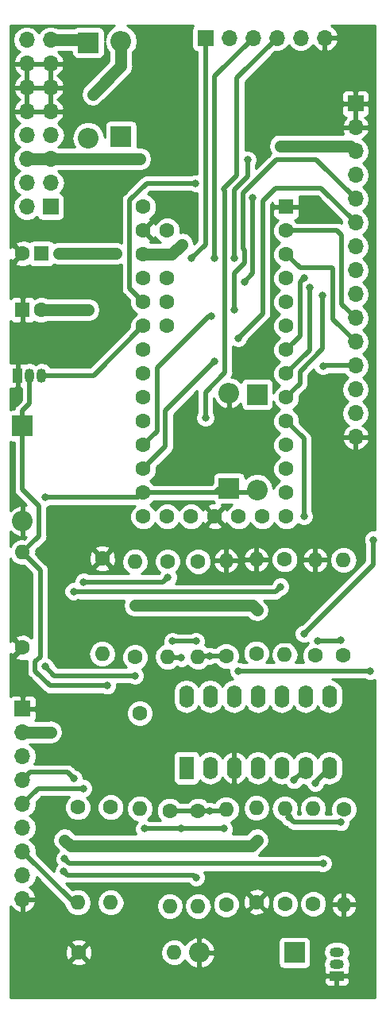
<source format=gbr>
G04 #@! TF.GenerationSoftware,KiCad,Pcbnew,(5.0.1)-3*
G04 #@! TF.CreationDate,2019-04-01T17:27:39+01:00*
G04 #@! TF.ProjectId,Fractional Clock divider PCB1 bottom board,4672616374696F6E616C20436C6F636B,rev?*
G04 #@! TF.SameCoordinates,Original*
G04 #@! TF.FileFunction,Copper,L1,Top,Signal*
G04 #@! TF.FilePolarity,Positive*
%FSLAX46Y46*%
G04 Gerber Fmt 4.6, Leading zero omitted, Abs format (unit mm)*
G04 Created by KiCad (PCBNEW (5.0.1)-3) date 01/04/2019 17:27:39*
%MOMM*%
%LPD*%
G01*
G04 APERTURE LIST*
G04 #@! TA.AperFunction,ComponentPad*
%ADD10O,1.600000X1.600000*%
G04 #@! TD*
G04 #@! TA.AperFunction,ComponentPad*
%ADD11C,1.600000*%
G04 #@! TD*
G04 #@! TA.AperFunction,ComponentPad*
%ADD12R,1.600000X1.600000*%
G04 #@! TD*
G04 #@! TA.AperFunction,ComponentPad*
%ADD13O,2.200000X2.200000*%
G04 #@! TD*
G04 #@! TA.AperFunction,ComponentPad*
%ADD14R,2.200000X2.200000*%
G04 #@! TD*
G04 #@! TA.AperFunction,ComponentPad*
%ADD15R,1.700000X1.700000*%
G04 #@! TD*
G04 #@! TA.AperFunction,ComponentPad*
%ADD16O,1.700000X1.700000*%
G04 #@! TD*
G04 #@! TA.AperFunction,ComponentPad*
%ADD17R,1.500000X1.050000*%
G04 #@! TD*
G04 #@! TA.AperFunction,ComponentPad*
%ADD18O,1.500000X1.050000*%
G04 #@! TD*
G04 #@! TA.AperFunction,ComponentPad*
%ADD19O,1.050000X1.500000*%
G04 #@! TD*
G04 #@! TA.AperFunction,ComponentPad*
%ADD20R,1.050000X1.500000*%
G04 #@! TD*
G04 #@! TA.AperFunction,ComponentPad*
%ADD21R,1.600000X2.400000*%
G04 #@! TD*
G04 #@! TA.AperFunction,ComponentPad*
%ADD22O,1.600000X2.400000*%
G04 #@! TD*
G04 #@! TA.AperFunction,ViaPad*
%ADD23C,1.200000*%
G04 #@! TD*
G04 #@! TA.AperFunction,ViaPad*
%ADD24C,0.800000*%
G04 #@! TD*
G04 #@! TA.AperFunction,Conductor*
%ADD25C,1.270000*%
G04 #@! TD*
G04 #@! TA.AperFunction,Conductor*
%ADD26C,0.500000*%
G04 #@! TD*
G04 #@! TA.AperFunction,Conductor*
%ADD27C,0.254000*%
G04 #@! TD*
G04 APERTURE END LIST*
D10*
G04 #@! TO.P,C3,2*
G04 #@! TO.N,+12V*
X88431834Y-99106702D03*
D11*
G04 #@! TO.P,C3,1*
G04 #@! TO.N,GND*
X88431834Y-109106702D03*
G04 #@! TD*
D10*
G04 #@! TO.P,C4,2*
G04 #@! TO.N,GND*
X88431834Y-72606702D03*
D11*
G04 #@! TO.P,C4,1*
G04 #@! TO.N,-12V*
X88431834Y-82606702D03*
G04 #@! TD*
D12*
G04 #@! TO.P,C1,1*
G04 #@! TO.N,+12V*
X65500000Y-40000000D03*
D11*
G04 #@! TO.P,C1,2*
G04 #@! TO.N,GND*
X63500000Y-40000000D03*
G04 #@! TD*
G04 #@! TO.P,C2,2*
G04 #@! TO.N,-12V*
X65500000Y-46000000D03*
D12*
G04 #@! TO.P,C2,1*
G04 #@! TO.N,GND*
X63500000Y-46000000D03*
G04 #@! TD*
D13*
G04 #@! TO.P,D1,2*
G04 #@! TO.N,/+12V_in*
X74000000Y-17340000D03*
D14*
G04 #@! TO.P,D1,1*
G04 #@! TO.N,+12V*
X74000000Y-27500000D03*
G04 #@! TD*
G04 #@! TO.P,D2,1*
G04 #@! TO.N,/-12V_in*
X70500000Y-17500000D03*
D13*
G04 #@! TO.P,D2,2*
G04 #@! TO.N,-12V*
X70500000Y-27660000D03*
G04 #@! TD*
D14*
G04 #@! TO.P,D6,1*
G04 #@! TO.N,Net-(D6-Pad1)*
X92500000Y-114500000D03*
D13*
G04 #@! TO.P,D6,2*
G04 #@! TO.N,GND*
X82340000Y-114500000D03*
G04 #@! TD*
D14*
G04 #@! TO.P,D7,1*
G04 #@! TO.N,Net-(D7-Pad1)*
X63500000Y-58340000D03*
D13*
G04 #@! TO.P,D7,2*
G04 #@! TO.N,GND*
X63500000Y-68500000D03*
G04 #@! TD*
G04 #@! TO.P,D8,2*
G04 #@! TO.N,/CV_in*
X88500000Y-65160000D03*
D14*
G04 #@! TO.P,D8,1*
G04 #@! TO.N,/+3_3V*
X88500000Y-55000000D03*
G04 #@! TD*
D13*
G04 #@! TO.P,D9,2*
G04 #@! TO.N,GND*
X85500000Y-54840000D03*
D14*
G04 #@! TO.P,D9,1*
G04 #@! TO.N,/CV_in*
X85500000Y-65000000D03*
G04 #@! TD*
D15*
G04 #@! TO.P,H1,1*
G04 #@! TO.N,Net-(H1-Pad1)*
X66500000Y-35000000D03*
D16*
G04 #@! TO.P,H1,2*
G04 #@! TO.N,Net-(H1-Pad2)*
X63960000Y-35000000D03*
G04 #@! TO.P,H1,3*
G04 #@! TO.N,Net-(H1-Pad3)*
X66500000Y-32460000D03*
G04 #@! TO.P,H1,4*
G04 #@! TO.N,Net-(H1-Pad4)*
X63960000Y-32460000D03*
G04 #@! TO.P,H1,5*
G04 #@! TO.N,+5V*
X66500000Y-29920000D03*
G04 #@! TO.P,H1,6*
X63960000Y-29920000D03*
G04 #@! TO.P,H1,7*
G04 #@! TO.N,/+12V_in*
X66500000Y-27380000D03*
G04 #@! TO.P,H1,8*
X63960000Y-27380000D03*
G04 #@! TO.P,H1,9*
G04 #@! TO.N,GND*
X66500000Y-24840000D03*
G04 #@! TO.P,H1,10*
X63960000Y-24840000D03*
G04 #@! TO.P,H1,11*
X66500000Y-22300000D03*
G04 #@! TO.P,H1,12*
X63960000Y-22300000D03*
G04 #@! TO.P,H1,13*
X66500000Y-19760000D03*
G04 #@! TO.P,H1,14*
X63960000Y-19760000D03*
G04 #@! TO.P,H1,15*
G04 #@! TO.N,/-12V_in*
X66500000Y-17220000D03*
G04 #@! TO.P,H1,16*
X63960000Y-17220000D03*
G04 #@! TD*
G04 #@! TO.P,J2,6*
G04 #@! TO.N,GND*
X95700000Y-17000000D03*
G04 #@! TO.P,J2,5*
G04 #@! TO.N,/LED_Sh_B*
X93160000Y-17000000D03*
G04 #@! TO.P,J2,4*
G04 #@! TO.N,/CV_ind_LED_shuffle*
X90620000Y-17000000D03*
G04 #@! TO.P,J2,3*
G04 #@! TO.N,/CV_ind_LED_shift*
X88080000Y-17000000D03*
G04 #@! TO.P,J2,2*
G04 #@! TO.N,/CV_ind_LED_Divs*
X85540000Y-17000000D03*
D15*
G04 #@! TO.P,J2,1*
G04 #@! TO.N,/CV_ind_LED_Length*
X83000000Y-17000000D03*
G04 #@! TD*
G04 #@! TO.P,J3,1*
G04 #@! TO.N,GND*
X99000000Y-24000000D03*
D16*
G04 #@! TO.P,J3,2*
X99000000Y-26540000D03*
G04 #@! TO.P,J3,3*
G04 #@! TO.N,/+3_3V*
X99000000Y-29080000D03*
G04 #@! TO.P,J3,4*
G04 #@! TO.N,/Pot_Length*
X99000000Y-31620000D03*
G04 #@! TO.P,J3,5*
G04 #@! TO.N,/Pot_Divisions*
X99000000Y-34160000D03*
G04 #@! TO.P,J3,6*
G04 #@! TO.N,/Pot_CVamt*
X99000000Y-36700000D03*
G04 #@! TO.P,J3,7*
G04 #@! TO.N,/EncoderA*
X99000000Y-39240000D03*
G04 #@! TO.P,J3,8*
G04 #@! TO.N,/EncoderB*
X99000000Y-41780000D03*
G04 #@! TO.P,J3,9*
G04 #@! TO.N,/EncoderSw*
X99000000Y-44320000D03*
G04 #@! TO.P,J3,10*
G04 #@! TO.N,/SW_DivEuc1*
X99000000Y-46860000D03*
G04 #@! TO.P,J3,11*
G04 #@! TO.N,/SW_DivEuc2*
X99000000Y-49400000D03*
G04 #@! TO.P,J3,12*
G04 #@! TO.N,/SW_CVassgn*
X99000000Y-51940000D03*
G04 #@! TO.P,J3,13*
G04 #@! TO.N,/SW_OutMode1*
X99000000Y-54480000D03*
G04 #@! TO.P,J3,14*
G04 #@! TO.N,/SW_OutMode2*
X99000000Y-57020000D03*
G04 #@! TO.P,J3,15*
G04 #@! TO.N,GND*
X99000000Y-59560000D03*
G04 #@! TD*
G04 #@! TO.P,J6,9*
G04 #@! TO.N,GND*
X63500000Y-108820000D03*
G04 #@! TO.P,J6,8*
G04 #@! TO.N,/Rin_B*
X63500000Y-106280000D03*
G04 #@! TO.P,J6,7*
G04 #@! TO.N,/CLin_B*
X63500000Y-103740000D03*
G04 #@! TO.P,J6,6*
G04 #@! TO.N,/CVin_B*
X63500000Y-101200000D03*
G04 #@! TO.P,J6,5*
G04 #@! TO.N,/OutT_B*
X63500000Y-98660000D03*
G04 #@! TO.P,J6,4*
G04 #@! TO.N,/OutM_B*
X63500000Y-96120000D03*
G04 #@! TO.P,J6,3*
G04 #@! TO.N,/OutC_B*
X63500000Y-93580000D03*
G04 #@! TO.P,J6,2*
G04 #@! TO.N,+12V*
X63500000Y-91040000D03*
D15*
G04 #@! TO.P,J6,1*
G04 #@! TO.N,GND*
X63500000Y-88500000D03*
G04 #@! TD*
D17*
G04 #@! TO.P,Q4,1*
G04 #@! TO.N,GND*
X97000000Y-117000000D03*
D18*
G04 #@! TO.P,Q4,3*
G04 #@! TO.N,/Trigger_in*
X97000000Y-114460000D03*
G04 #@! TO.P,Q4,2*
G04 #@! TO.N,Net-(D6-Pad1)*
X97000000Y-115730000D03*
G04 #@! TD*
D19*
G04 #@! TO.P,Q5,2*
G04 #@! TO.N,Net-(D7-Pad1)*
X64270000Y-53000000D03*
G04 #@! TO.P,Q5,3*
G04 #@! TO.N,/Cycle_in*
X65540000Y-53000000D03*
D20*
G04 #@! TO.P,Q5,1*
G04 #@! TO.N,GND*
X63000000Y-53000000D03*
G04 #@! TD*
D11*
G04 #@! TO.P,R1,1*
G04 #@! TO.N,Net-(R1-Pad1)*
X97759090Y-99236542D03*
D10*
G04 #@! TO.P,R1,2*
G04 #@! TO.N,GND*
X97759090Y-109396542D03*
G04 #@! TD*
G04 #@! TO.P,R2,2*
G04 #@! TO.N,GND*
X94705873Y-72651486D03*
D11*
G04 #@! TO.P,R2,1*
G04 #@! TO.N,Net-(R2-Pad1)*
X94705873Y-82811486D03*
G04 #@! TD*
G04 #@! TO.P,R3,1*
G04 #@! TO.N,Net-(R3-Pad1)*
X85205873Y-82890678D03*
D10*
G04 #@! TO.P,R3,2*
G04 #@! TO.N,GND*
X85205873Y-72730678D03*
G04 #@! TD*
G04 #@! TO.P,R4,2*
G04 #@! TO.N,Net-(R1-Pad1)*
X91473391Y-99151486D03*
D11*
G04 #@! TO.P,R4,1*
G04 #@! TO.N,Net-(R4-Pad1)*
X91473391Y-109311486D03*
G04 #@! TD*
G04 #@! TO.P,R5,1*
G04 #@! TO.N,Net-(R5-Pad1)*
X97705873Y-82811486D03*
D10*
G04 #@! TO.P,R5,2*
G04 #@! TO.N,Net-(R2-Pad1)*
X97705873Y-72651486D03*
G04 #@! TD*
D11*
G04 #@! TO.P,R6,1*
G04 #@! TO.N,Net-(R6-Pad1)*
X82205873Y-72811486D03*
D10*
G04 #@! TO.P,R6,2*
G04 #@! TO.N,Net-(R3-Pad1)*
X82205873Y-82971486D03*
G04 #@! TD*
D11*
G04 #@! TO.P,R7,1*
G04 #@! TO.N,/OutC_B*
X94473391Y-109311486D03*
D10*
G04 #@! TO.P,R7,2*
G04 #@! TO.N,Net-(R4-Pad1)*
X94473391Y-99151486D03*
G04 #@! TD*
D11*
G04 #@! TO.P,R8,1*
G04 #@! TO.N,/OutM_B*
X91431834Y-72606702D03*
D10*
G04 #@! TO.P,R8,2*
G04 #@! TO.N,Net-(R5-Pad1)*
X91431834Y-82766702D03*
G04 #@! TD*
G04 #@! TO.P,R9,2*
G04 #@! TO.N,Net-(R6-Pad1)*
X78973391Y-82971486D03*
D11*
G04 #@! TO.P,R9,1*
G04 #@! TO.N,/OutT_B*
X78973391Y-72811486D03*
G04 #@! TD*
D10*
G04 #@! TO.P,R13,2*
G04 #@! TO.N,-12V*
X75500000Y-72840000D03*
D11*
G04 #@! TO.P,R13,1*
G04 #@! TO.N,/Vref*
X75500000Y-83000000D03*
G04 #@! TD*
D10*
G04 #@! TO.P,R14,2*
G04 #@! TO.N,/Vref*
X72000000Y-82660000D03*
D11*
G04 #@! TO.P,R14,1*
G04 #@! TO.N,GND*
X72000000Y-72500000D03*
G04 #@! TD*
G04 #@! TO.P,R15,1*
G04 #@! TO.N,Net-(D6-Pad1)*
X69394226Y-99018477D03*
D10*
G04 #@! TO.P,R15,2*
G04 #@! TO.N,/CLin_B*
X69394226Y-109178477D03*
G04 #@! TD*
G04 #@! TO.P,R16,2*
G04 #@! TO.N,/Rin_B*
X72894226Y-109178477D03*
D11*
G04 #@! TO.P,R16,1*
G04 #@! TO.N,Net-(D7-Pad1)*
X72894226Y-99018477D03*
G04 #@! TD*
G04 #@! TO.P,R17,1*
G04 #@! TO.N,Net-(R17-Pad1)*
X79205873Y-99390678D03*
D10*
G04 #@! TO.P,R17,2*
G04 #@! TO.N,/Vref*
X79205873Y-109550678D03*
G04 #@! TD*
G04 #@! TO.P,R18,2*
G04 #@! TO.N,/CVin_B*
X82205873Y-109550678D03*
D11*
G04 #@! TO.P,R18,1*
G04 #@! TO.N,Net-(R17-Pad1)*
X82205873Y-99390678D03*
G04 #@! TD*
D10*
G04 #@! TO.P,R19,2*
G04 #@! TO.N,Net-(D6-Pad1)*
X79660000Y-114500000D03*
D11*
G04 #@! TO.P,R19,1*
G04 #@! TO.N,GND*
X69500000Y-114500000D03*
G04 #@! TD*
G04 #@! TO.P,R20,1*
G04 #@! TO.N,GND*
X63500000Y-82000000D03*
D10*
G04 #@! TO.P,R20,2*
G04 #@! TO.N,Net-(D7-Pad1)*
X63500000Y-71840000D03*
G04 #@! TD*
D11*
G04 #@! TO.P,R21,1*
G04 #@! TO.N,Net-(R21-Pad1)*
X85205873Y-109390678D03*
D10*
G04 #@! TO.P,R21,2*
G04 #@! TO.N,Net-(R17-Pad1)*
X85205873Y-99230678D03*
G04 #@! TD*
G04 #@! TO.P,R22,2*
G04 #@! TO.N,Net-(R21-Pad1)*
X76000000Y-99160000D03*
D11*
G04 #@! TO.P,R22,1*
G04 #@! TO.N,/CV_in*
X76000000Y-89000000D03*
G04 #@! TD*
D21*
G04 #@! TO.P,U1,1*
G04 #@! TO.N,Net-(R21-Pad1)*
X80973391Y-94811486D03*
D22*
G04 #@! TO.P,U1,8*
G04 #@! TO.N,Net-(R5-Pad1)*
X96213391Y-87191486D03*
G04 #@! TO.P,U1,2*
G04 #@! TO.N,Net-(R17-Pad1)*
X83513391Y-94811486D03*
G04 #@! TO.P,U1,9*
G04 #@! TO.N,Net-(R2-Pad1)*
X93673391Y-87191486D03*
G04 #@! TO.P,U1,3*
G04 #@! TO.N,GND*
X86053391Y-94811486D03*
G04 #@! TO.P,U1,10*
G04 #@! TO.N,/DigiOut_out*
X91133391Y-87191486D03*
G04 #@! TO.P,U1,4*
G04 #@! TO.N,+12V*
X88593391Y-94811486D03*
G04 #@! TO.P,U1,11*
G04 #@! TO.N,-12V*
X88593391Y-87191486D03*
G04 #@! TO.P,U1,5*
G04 #@! TO.N,/DigiOut_Cycle*
X91133391Y-94811486D03*
G04 #@! TO.P,U1,12*
G04 #@! TO.N,/DigiOut_Thru*
X86053391Y-87191486D03*
G04 #@! TO.P,U1,6*
G04 #@! TO.N,Net-(R1-Pad1)*
X93673391Y-94811486D03*
G04 #@! TO.P,U1,13*
G04 #@! TO.N,Net-(R3-Pad1)*
X83513391Y-87191486D03*
G04 #@! TO.P,U1,7*
G04 #@! TO.N,Net-(R4-Pad1)*
X96213391Y-94811486D03*
G04 #@! TO.P,U1,14*
G04 #@! TO.N,Net-(R6-Pad1)*
X80973391Y-87191486D03*
G04 #@! TD*
D11*
G04 #@! TO.P,U2,17*
G04 #@! TO.N,GND*
X84000000Y-68010000D03*
G04 #@! TO.P,U2,18*
G04 #@! TO.N,Net-(U2-Pad18)*
X81460000Y-68010000D03*
G04 #@! TO.P,U2,19*
G04 #@! TO.N,Net-(U2-Pad19)*
X78920000Y-68010000D03*
G04 #@! TO.P,U2,20*
G04 #@! TO.N,Net-(U2-Pad20)*
X76380000Y-68010000D03*
G04 #@! TO.P,U2,16*
G04 #@! TO.N,Net-(U2-Pad16)*
X86540000Y-68010000D03*
G04 #@! TO.P,U2,15*
G04 #@! TO.N,Net-(U2-Pad15)*
X89080000Y-68010000D03*
G04 #@! TO.P,U2,14*
G04 #@! TO.N,Net-(U2-Pad14)*
X91620000Y-68010000D03*
G04 #@! TO.P,U2,21*
G04 #@! TO.N,/CV_in*
X76380000Y-65470000D03*
G04 #@! TO.P,U2,22*
G04 #@! TO.N,/Pot_CVamt*
X76380000Y-62930000D03*
G04 #@! TO.P,U2,23*
G04 #@! TO.N,/LED_Sh_B*
X76380000Y-60390000D03*
G04 #@! TO.P,U2,24*
G04 #@! TO.N,/CV_ind_LED_shuffle*
X76380000Y-57850000D03*
G04 #@! TO.P,U2,25*
G04 #@! TO.N,/Pot_Length*
X76380000Y-55310000D03*
G04 #@! TO.P,U2,26*
G04 #@! TO.N,/Pot_Divisions*
X76380000Y-52770000D03*
G04 #@! TO.P,U2,27*
G04 #@! TO.N,/CV_ind_LED_shift*
X76380000Y-50230000D03*
G04 #@! TO.P,U2,28*
G04 #@! TO.N,/Cycle_in*
X76380000Y-47690000D03*
G04 #@! TO.P,U2,29*
G04 #@! TO.N,/CV_ind_LED_Divs*
X76380000Y-45150000D03*
G04 #@! TO.P,U2,30*
G04 #@! TO.N,/CV_ind_LED_Length*
X76380000Y-42610000D03*
G04 #@! TO.P,U2,31*
G04 #@! TO.N,/+3_3V*
X76380000Y-40070000D03*
G04 #@! TO.P,U2,32*
G04 #@! TO.N,GND*
X76380000Y-37530000D03*
G04 #@! TO.P,U2,33*
G04 #@! TO.N,+5V*
X76380000Y-34990000D03*
G04 #@! TO.P,U2,34*
G04 #@! TO.N,Net-(U2-Pad34)*
X78920000Y-37530000D03*
G04 #@! TO.P,U2,35*
G04 #@! TO.N,Net-(U2-Pad35)*
X78920000Y-42610000D03*
G04 #@! TO.P,U2,36*
G04 #@! TO.N,Net-(U2-Pad36)*
X78920000Y-45150000D03*
G04 #@! TO.P,U2,37*
G04 #@! TO.N,Net-(U2-Pad37)*
X78920000Y-47690000D03*
G04 #@! TO.P,U2,13*
G04 #@! TO.N,/Trigger_in*
X91620000Y-65470000D03*
G04 #@! TO.P,U2,12*
G04 #@! TO.N,/DigiOut_Thru*
X91620000Y-62930000D03*
G04 #@! TO.P,U2,11*
G04 #@! TO.N,/DigiOut_out*
X91620000Y-60390000D03*
G04 #@! TO.P,U2,10*
G04 #@! TO.N,/DigiOut_Cycle*
X91620000Y-57850000D03*
G04 #@! TO.P,U2,9*
G04 #@! TO.N,/EncoderSw*
X91620000Y-55310000D03*
G04 #@! TO.P,U2,8*
G04 #@! TO.N,/EncoderB*
X91620000Y-52770000D03*
G04 #@! TO.P,U2,7*
G04 #@! TO.N,/EncoderA*
X91620000Y-50230000D03*
G04 #@! TO.P,U2,6*
G04 #@! TO.N,/SW_CVassgn*
X91620000Y-47690000D03*
G04 #@! TO.P,U2,5*
G04 #@! TO.N,/SW_OutMode2*
X91620000Y-45150000D03*
G04 #@! TO.P,U2,4*
G04 #@! TO.N,/SW_OutMode1*
X91620000Y-42610000D03*
G04 #@! TO.P,U2,3*
G04 #@! TO.N,/SW_DivEuc2*
X91620000Y-40070000D03*
G04 #@! TO.P,U2,2*
G04 #@! TO.N,/SW_DivEuc1*
X91620000Y-37530000D03*
D12*
G04 #@! TO.P,U2,1*
G04 #@! TO.N,GND*
X91620000Y-34990000D03*
G04 #@! TD*
D23*
G04 #@! TO.N,+12V*
X66500000Y-91000000D03*
X68000000Y-102500000D03*
X88500000Y-102500000D03*
X73500000Y-40000000D03*
X67329990Y-40000000D03*
G04 #@! TO.N,-12V*
X88500000Y-78000000D03*
X75500000Y-77500000D03*
X70500000Y-46000000D03*
G04 #@! TO.N,/+12V_in*
X71000000Y-23000000D03*
D24*
G04 #@! TO.N,Net-(D7-Pad1)*
X72500000Y-86050000D03*
G04 #@! TO.N,/CV_in*
X75500000Y-85000000D03*
X65900001Y-84000000D03*
X65900001Y-66000000D03*
D23*
G04 #@! TO.N,/+3_3V*
X80500000Y-39000000D03*
X91000000Y-28500000D03*
G04 #@! TO.N,+5V*
X76000000Y-29920000D03*
D24*
G04 #@! TO.N,/LED_Sh_B*
X87485301Y-29985301D03*
X83620464Y-46620464D03*
X86100001Y-40500000D03*
G04 #@! TO.N,/Pot_Length*
X87150001Y-43000000D03*
X88050011Y-34015269D03*
G04 #@! TO.N,/Pot_Divisions*
X86100001Y-46000000D03*
G04 #@! TO.N,/Pot_CVamt*
X84000000Y-51500000D03*
X86500000Y-49000000D03*
G04 #@! TO.N,/EncoderA*
X93500000Y-42570001D03*
G04 #@! TO.N,/EncoderB*
X94120929Y-43626004D03*
G04 #@! TO.N,/EncoderSw*
X95500000Y-44500000D03*
G04 #@! TO.N,/SW_CVassgn*
X95549990Y-52000000D03*
G04 #@! TO.N,/CVin_B*
X67889702Y-105854422D03*
X82000000Y-106500000D03*
G04 #@! TO.N,/OutT_B*
X79000000Y-74500000D03*
X70000000Y-75000000D03*
X70000000Y-97000000D03*
G04 #@! TO.N,/OutM_B*
X68950000Y-95950000D03*
X68950000Y-76000000D03*
X91000000Y-75500000D03*
G04 #@! TO.N,/OutC_B*
X68000000Y-104500000D03*
X95523391Y-105000000D03*
G04 #@! TO.N,Net-(R1-Pad1)*
X92450656Y-96119679D03*
X97431834Y-100606702D03*
X91931834Y-100106702D03*
G04 #@! TO.N,Net-(R2-Pad1)*
X94973391Y-81311486D03*
X97460818Y-81230362D03*
G04 #@! TO.N,Net-(R3-Pad1)*
X83431834Y-82890678D03*
G04 #@! TO.N,Net-(R4-Pad1)*
X94707656Y-96432264D03*
G04 #@! TO.N,Net-(R6-Pad1)*
X79473391Y-81311486D03*
X81973391Y-81311486D03*
X80431834Y-83106702D03*
G04 #@! TO.N,Net-(R17-Pad1)*
X83431834Y-99390678D03*
G04 #@! TO.N,Net-(R21-Pad1)*
X84973391Y-101311486D03*
X76473391Y-101311486D03*
X80431834Y-101311486D03*
G04 #@! TO.N,/CV_ind_LED_Length*
X81500000Y-40500000D03*
G04 #@! TO.N,/CV_ind_LED_Divs*
X81950000Y-32500000D03*
G04 #@! TO.N,/CV_ind_LED_shift*
X84000000Y-40500000D03*
G04 #@! TO.N,/CV_ind_LED_shuffle*
X83000000Y-57500000D03*
G04 #@! TO.N,/DigiOut_out*
X100875000Y-70500000D03*
X93500000Y-80500000D03*
G04 #@! TO.N,/DigiOut_Cycle*
X93500000Y-68000000D03*
G04 #@! TO.N,/DigiOut_Thru*
X100550000Y-84500000D03*
X86500000Y-84500000D03*
G04 #@! TD*
D25*
G04 #@! TO.N,+12V*
X74000000Y-27500000D02*
X74000000Y-27635000D01*
X63500000Y-91040000D02*
X66460000Y-91040000D01*
X66460000Y-91040000D02*
X66500000Y-91000000D01*
X87900001Y-103099999D02*
X88500000Y-102500000D01*
X68000000Y-102500000D02*
X68599999Y-103099999D01*
X68599999Y-103099999D02*
X87900001Y-103099999D01*
X73500000Y-40000000D02*
X67329990Y-40000000D01*
G04 #@! TO.N,-12V*
X88000000Y-77500000D02*
X88500000Y-78000000D01*
X75500000Y-77500000D02*
X88000000Y-77500000D01*
X65500000Y-46000000D02*
X70500000Y-46000000D01*
G04 #@! TO.N,/+12V_in*
X74000000Y-17340000D02*
X74000000Y-20000000D01*
X74000000Y-20000000D02*
X71000000Y-23000000D01*
G04 #@! TO.N,/-12V_in*
X70220000Y-17220000D02*
X70500000Y-17500000D01*
X66500000Y-17220000D02*
X70220000Y-17220000D01*
D26*
G04 #@! TO.N,Net-(D7-Pad1)*
X64270000Y-54250000D02*
X64270000Y-53000000D01*
X64270000Y-55970000D02*
X64270000Y-54250000D01*
X63500000Y-56740000D02*
X64270000Y-55970000D01*
X63500000Y-58340000D02*
X63500000Y-56740000D01*
X63500000Y-59940000D02*
X63500000Y-58340000D01*
X63500000Y-65154001D02*
X63500000Y-59940000D01*
X65250001Y-66904002D02*
X63500000Y-65154001D01*
X65250001Y-70089999D02*
X65250001Y-66904002D01*
X63500000Y-71840000D02*
X65250001Y-70089999D01*
X65396000Y-73736000D02*
X65396000Y-82949999D01*
X63500000Y-71840000D02*
X65396000Y-73736000D01*
X65396000Y-82949999D02*
X64850000Y-83495999D01*
X64850000Y-83495999D02*
X64850000Y-84504001D01*
X64850000Y-84504001D02*
X66395999Y-86050000D01*
X66395999Y-86050000D02*
X72500000Y-86050000D01*
G04 #@! TO.N,/CV_in*
X75500000Y-85000000D02*
X66900001Y-85000000D01*
X66900001Y-85000000D02*
X65900001Y-84000000D01*
X75850000Y-66000000D02*
X76380000Y-65470000D01*
X65900001Y-66000000D02*
X75850000Y-66000000D01*
X88190000Y-65470000D02*
X88500000Y-65160000D01*
X84470000Y-65000000D02*
X84000000Y-65470000D01*
X85500000Y-65000000D02*
X84470000Y-65000000D01*
X76380000Y-65470000D02*
X84000000Y-65470000D01*
X84000000Y-65470000D02*
X88190000Y-65470000D01*
D25*
G04 #@! TO.N,/+3_3V*
X76380000Y-40070000D02*
X79430000Y-40070000D01*
X79430000Y-40070000D02*
X80500000Y-39000000D01*
X98420000Y-28500000D02*
X99000000Y-29080000D01*
X91000000Y-28500000D02*
X98420000Y-28500000D01*
G04 #@! TO.N,+5V*
X63960000Y-29920000D02*
X66500000Y-29920000D01*
X66500000Y-29920000D02*
X76000000Y-29920000D01*
D26*
G04 #@! TO.N,/LED_Sh_B*
X77830001Y-58939999D02*
X77830001Y-52169999D01*
X76380000Y-60390000D02*
X77830001Y-58939999D01*
X77830001Y-52169999D02*
X83379536Y-46620464D01*
X83379536Y-46620464D02*
X83620464Y-46620464D01*
X87485301Y-30550986D02*
X87485301Y-29985301D01*
X87485301Y-31787505D02*
X87485301Y-30550986D01*
X86100001Y-33172805D02*
X87485301Y-31787505D01*
X86100001Y-40500000D02*
X86100001Y-33172805D01*
G04 #@! TO.N,/Pot_Length*
X88050011Y-42099990D02*
X87150001Y-43000000D01*
X88050011Y-34015269D02*
X88050011Y-42099990D01*
G04 #@! TO.N,/Pot_Divisions*
X87150002Y-39650002D02*
X87000011Y-39500011D01*
X87150002Y-41004001D02*
X87150002Y-39650002D01*
X86100001Y-46000000D02*
X86100001Y-42054002D01*
X86100001Y-42054002D02*
X87150002Y-41004001D01*
X87000011Y-33545601D02*
X90545612Y-30000000D01*
X87000011Y-39500011D02*
X87000011Y-33545601D01*
X94840000Y-30000000D02*
X99000000Y-34160000D01*
X90545612Y-30000000D02*
X94840000Y-30000000D01*
G04 #@! TO.N,/Pot_CVamt*
X78730011Y-56769989D02*
X84000000Y-51500000D01*
X76380000Y-62930000D02*
X78730011Y-60579989D01*
X78730011Y-60579989D02*
X78730011Y-56769989D01*
X89100012Y-46399988D02*
X89100012Y-34399988D01*
X86500000Y-49000000D02*
X89100012Y-46399988D01*
X89100012Y-34399988D02*
X90500000Y-33000000D01*
X95300000Y-33000000D02*
X99000000Y-36700000D01*
X90500000Y-33000000D02*
X95300000Y-33000000D01*
G04 #@! TO.N,/EncoderA*
X92419999Y-49430001D02*
X91620000Y-50230000D01*
X93070001Y-48779999D02*
X92419999Y-49430001D01*
X93070001Y-43000000D02*
X93070001Y-48779999D01*
X93500000Y-42570001D02*
X93070001Y-43000000D01*
G04 #@! TO.N,/EncoderB*
X94120929Y-50269071D02*
X91620000Y-52770000D01*
X94120929Y-43626004D02*
X94120929Y-50269071D01*
G04 #@! TO.N,/EncoderSw*
X95500000Y-50162806D02*
X95500000Y-44500000D01*
X93070001Y-52592805D02*
X95500000Y-50162806D01*
X91620000Y-55310000D02*
X93070001Y-53859999D01*
X93070001Y-53859999D02*
X93070001Y-52592805D01*
G04 #@! TO.N,/SW_DivEuc1*
X97030000Y-37530000D02*
X91620000Y-37530000D01*
X97499999Y-37999999D02*
X97030000Y-37530000D01*
X99000000Y-46860000D02*
X97499999Y-45359999D01*
X97499999Y-45359999D02*
X97499999Y-37999999D01*
G04 #@! TO.N,/SW_DivEuc2*
X93070001Y-41520001D02*
X91620000Y-40070000D01*
X96520001Y-41520001D02*
X93070001Y-41520001D01*
X96599989Y-41599989D02*
X96520001Y-41520001D01*
X99000000Y-49400000D02*
X96599989Y-46999989D01*
X96599989Y-46999989D02*
X96599989Y-41599989D01*
G04 #@! TO.N,/SW_CVassgn*
X99000000Y-51940000D02*
X95609990Y-51940000D01*
X95609990Y-51940000D02*
X95549990Y-52000000D01*
G04 #@! TO.N,/SW_OutMode1*
X99000000Y-54480000D02*
X98412905Y-54480000D01*
G04 #@! TO.N,/Rin_B*
X72674226Y-109398477D02*
X72894226Y-109178477D01*
G04 #@! TO.N,/CLin_B*
X68938477Y-109178477D02*
X69394226Y-109178477D01*
X63500000Y-103740000D02*
X68938477Y-109178477D01*
G04 #@! TO.N,/CVin_B*
X81754421Y-106254421D02*
X82000000Y-106500000D01*
X67889702Y-105854422D02*
X68289701Y-106254421D01*
X68289701Y-106254421D02*
X81754421Y-106254421D01*
G04 #@! TO.N,/OutT_B*
X79000000Y-74500000D02*
X78500000Y-75000000D01*
X78500000Y-75000000D02*
X70000000Y-75000000D01*
X65160000Y-97000000D02*
X63500000Y-98660000D01*
X70000000Y-97000000D02*
X65160000Y-97000000D01*
G04 #@! TO.N,/OutM_B*
X68270001Y-95270001D02*
X68950000Y-95950000D01*
X63500000Y-96120000D02*
X64349999Y-95270001D01*
X64349999Y-95270001D02*
X68270001Y-95270001D01*
X90449999Y-76050001D02*
X91000000Y-75500000D01*
X69565686Y-76050001D02*
X90449999Y-76050001D01*
X68950000Y-76000000D02*
X69515685Y-76000000D01*
X69515685Y-76000000D02*
X69565686Y-76050001D01*
G04 #@! TO.N,/OutC_B*
X68000000Y-104500000D02*
X68500000Y-105000000D01*
X68500000Y-105000000D02*
X95523391Y-105000000D01*
G04 #@! TO.N,/Cycle_in*
X71070000Y-53000000D02*
X76380000Y-47690000D01*
X65540000Y-53000000D02*
X71070000Y-53000000D01*
G04 #@! TO.N,Net-(R1-Pad1)*
X93673391Y-94811486D02*
X93673391Y-94896944D01*
X93673391Y-94896944D02*
X92450656Y-96119679D01*
X97431834Y-100606702D02*
X92431834Y-100606702D01*
X92431834Y-100606702D02*
X91931834Y-100106702D01*
G04 #@! TO.N,Net-(R2-Pad1)*
X94973391Y-81311486D02*
X97379694Y-81311486D01*
X97379694Y-81311486D02*
X97460818Y-81230362D01*
G04 #@! TO.N,Net-(R3-Pad1)*
X82286681Y-82890678D02*
X82205873Y-82971486D01*
X85205873Y-82890678D02*
X83431834Y-82890678D01*
X83431834Y-82890678D02*
X82286681Y-82890678D01*
G04 #@! TO.N,Net-(R4-Pad1)*
X94707656Y-96317221D02*
X96213391Y-94811486D01*
X94707656Y-96432264D02*
X94707656Y-96317221D01*
G04 #@! TO.N,Net-(R6-Pad1)*
X79473391Y-81311486D02*
X81973391Y-81311486D01*
X79108607Y-83106702D02*
X78973391Y-82971486D01*
X80431834Y-83106702D02*
X79108607Y-83106702D01*
G04 #@! TO.N,Net-(R17-Pad1)*
X79205873Y-99390678D02*
X82205873Y-99390678D01*
X85045873Y-99390678D02*
X85205873Y-99230678D01*
X82205873Y-99390678D02*
X83431834Y-99390678D01*
X83431834Y-99390678D02*
X85045873Y-99390678D01*
G04 #@! TO.N,Net-(R21-Pad1)*
X78133391Y-101311486D02*
X76473391Y-101311486D01*
X80431834Y-101311486D02*
X78133391Y-101311486D01*
X84973391Y-101311486D02*
X80431834Y-101311486D01*
G04 #@! TO.N,/CV_ind_LED_Length*
X83000000Y-39000000D02*
X83000000Y-17000000D01*
X81500000Y-40500000D02*
X83000000Y-39000000D01*
G04 #@! TO.N,/CV_ind_LED_Divs*
X76723998Y-32500000D02*
X81950000Y-32500000D01*
X74929999Y-34293999D02*
X76723998Y-32500000D01*
X76380000Y-45150000D02*
X74929999Y-43699999D01*
X74929999Y-43699999D02*
X74929999Y-34293999D01*
G04 #@! TO.N,/CV_ind_LED_shift*
X84000000Y-21080000D02*
X88080000Y-17000000D01*
X84000000Y-40500000D02*
X84000000Y-21080000D01*
G04 #@! TO.N,/CV_ind_LED_shuffle*
X90620000Y-17000000D02*
X86340001Y-21279999D01*
X86340001Y-31659999D02*
X84900010Y-33099990D01*
X86340001Y-21279999D02*
X86340001Y-31659999D01*
X83000000Y-54749998D02*
X83000000Y-56000000D01*
X85050001Y-52699997D02*
X83000000Y-54749998D01*
X85050001Y-33249981D02*
X85050001Y-52699997D01*
X84900010Y-33099990D02*
X85050001Y-33249981D01*
X83000000Y-56000000D02*
X83000000Y-57500000D01*
G04 #@! TO.N,/DigiOut_out*
X100875000Y-70500000D02*
X100875000Y-73125000D01*
X100875000Y-73125000D02*
X93500000Y-80500000D01*
G04 #@! TO.N,/DigiOut_Cycle*
X93500000Y-59730000D02*
X91620000Y-57850000D01*
X93500000Y-68000000D02*
X93500000Y-59730000D01*
G04 #@! TO.N,/DigiOut_Thru*
X100550000Y-84500000D02*
X86500000Y-84500000D01*
G04 #@! TD*
D27*
G04 #@! TO.N,GND*
G36*
X101040001Y-69465000D02*
X100669126Y-69465000D01*
X100288720Y-69622569D01*
X99997569Y-69913720D01*
X99840000Y-70294126D01*
X99840000Y-70705874D01*
X99990000Y-71068007D01*
X99990001Y-72758420D01*
X93275853Y-79472569D01*
X92913720Y-79622569D01*
X92622569Y-79913720D01*
X92465000Y-80294126D01*
X92465000Y-80705874D01*
X92622569Y-81086280D01*
X92913720Y-81377431D01*
X93294126Y-81535000D01*
X93705874Y-81535000D01*
X93938391Y-81438689D01*
X93938391Y-81517360D01*
X93959178Y-81567545D01*
X93893011Y-81594952D01*
X93489339Y-81998624D01*
X93270873Y-82526047D01*
X93270873Y-83096925D01*
X93485467Y-83615000D01*
X92590879Y-83615000D01*
X92783574Y-83326611D01*
X92894947Y-82766702D01*
X92783574Y-82206793D01*
X92466411Y-81732125D01*
X91991743Y-81414962D01*
X91573167Y-81331702D01*
X91290501Y-81331702D01*
X90871925Y-81414962D01*
X90397257Y-81732125D01*
X90080094Y-82206793D01*
X89968721Y-82766702D01*
X90080094Y-83326611D01*
X90272789Y-83615000D01*
X89452932Y-83615000D01*
X89648368Y-83419564D01*
X89866834Y-82892141D01*
X89866834Y-82321263D01*
X89648368Y-81793840D01*
X89244696Y-81390168D01*
X88717273Y-81171702D01*
X88146395Y-81171702D01*
X87618972Y-81390168D01*
X87215300Y-81793840D01*
X86996834Y-82321263D01*
X86996834Y-82892141D01*
X87215300Y-83419564D01*
X87410736Y-83615000D01*
X87068007Y-83615000D01*
X86705874Y-83465000D01*
X86521214Y-83465000D01*
X86640873Y-83176117D01*
X86640873Y-82605239D01*
X86422407Y-82077816D01*
X86018735Y-81674144D01*
X85491312Y-81455678D01*
X84920434Y-81455678D01*
X84393011Y-81674144D01*
X84061477Y-82005678D01*
X83999841Y-82005678D01*
X83637708Y-81855678D01*
X83225960Y-81855678D01*
X83159857Y-81883059D01*
X82922584Y-81724518D01*
X83008391Y-81517360D01*
X83008391Y-81105612D01*
X82850822Y-80725206D01*
X82559671Y-80434055D01*
X82179265Y-80276486D01*
X81767517Y-80276486D01*
X81405384Y-80426486D01*
X80041398Y-80426486D01*
X79679265Y-80276486D01*
X79267517Y-80276486D01*
X78887111Y-80434055D01*
X78595960Y-80725206D01*
X78438391Y-81105612D01*
X78438391Y-81517360D01*
X78475676Y-81607375D01*
X78413482Y-81619746D01*
X77938814Y-81936909D01*
X77621651Y-82411577D01*
X77510278Y-82971486D01*
X77621651Y-83531395D01*
X77938814Y-84006063D01*
X78413482Y-84323226D01*
X78832058Y-84406486D01*
X79114724Y-84406486D01*
X79533300Y-84323226D01*
X79966076Y-84034055D01*
X80225960Y-84141702D01*
X80637708Y-84141702D01*
X81018114Y-83984133D01*
X81101156Y-83901091D01*
X81171296Y-84006063D01*
X81645964Y-84323226D01*
X82064540Y-84406486D01*
X82347206Y-84406486D01*
X82765782Y-84323226D01*
X83240450Y-84006063D01*
X83294162Y-83925678D01*
X83637708Y-83925678D01*
X83999841Y-83775678D01*
X84061477Y-83775678D01*
X84393011Y-84107212D01*
X84920434Y-84325678D01*
X85465000Y-84325678D01*
X85465000Y-84705874D01*
X85622569Y-85086280D01*
X85895974Y-85359685D01*
X85493482Y-85439746D01*
X85018814Y-85756910D01*
X84783391Y-86109245D01*
X84547967Y-85756909D01*
X84073299Y-85439746D01*
X83513391Y-85328373D01*
X82953482Y-85439746D01*
X82478814Y-85756910D01*
X82243391Y-86109245D01*
X82007967Y-85756909D01*
X81533299Y-85439746D01*
X80973391Y-85328373D01*
X80413482Y-85439746D01*
X79938814Y-85756910D01*
X79621651Y-86231578D01*
X79538391Y-86650154D01*
X79538391Y-87732819D01*
X79621651Y-88151395D01*
X79938815Y-88626063D01*
X80413483Y-88943226D01*
X80973391Y-89054599D01*
X81533300Y-88943226D01*
X82007968Y-88626063D01*
X82243391Y-88273727D01*
X82478815Y-88626063D01*
X82953483Y-88943226D01*
X83513391Y-89054599D01*
X84073300Y-88943226D01*
X84547968Y-88626063D01*
X84783391Y-88273727D01*
X85018815Y-88626063D01*
X85493483Y-88943226D01*
X86053391Y-89054599D01*
X86613300Y-88943226D01*
X87087968Y-88626063D01*
X87323391Y-88273727D01*
X87558815Y-88626063D01*
X88033483Y-88943226D01*
X88593391Y-89054599D01*
X89153300Y-88943226D01*
X89627968Y-88626063D01*
X89863391Y-88273727D01*
X90098815Y-88626063D01*
X90573483Y-88943226D01*
X91133391Y-89054599D01*
X91693300Y-88943226D01*
X92167968Y-88626063D01*
X92403391Y-88273727D01*
X92638815Y-88626063D01*
X93113483Y-88943226D01*
X93673391Y-89054599D01*
X94233300Y-88943226D01*
X94707968Y-88626063D01*
X94943391Y-88273727D01*
X95178815Y-88626063D01*
X95653483Y-88943226D01*
X96213391Y-89054599D01*
X96773300Y-88943226D01*
X97247968Y-88626063D01*
X97565131Y-88151395D01*
X97648391Y-87732818D01*
X97648391Y-86650153D01*
X97565131Y-86231577D01*
X97247967Y-85756909D01*
X96773299Y-85439746D01*
X96498073Y-85385000D01*
X99981993Y-85385000D01*
X100344126Y-85535000D01*
X100755874Y-85535000D01*
X101040001Y-85417311D01*
X101040001Y-119290000D01*
X62210000Y-119290000D01*
X62210000Y-117285750D01*
X95615000Y-117285750D01*
X95615000Y-117651309D01*
X95711673Y-117884698D01*
X95890301Y-118063327D01*
X96123690Y-118160000D01*
X96714250Y-118160000D01*
X96873000Y-118001250D01*
X96873000Y-117127000D01*
X97127000Y-117127000D01*
X97127000Y-118001250D01*
X97285750Y-118160000D01*
X97876310Y-118160000D01*
X98109699Y-118063327D01*
X98288327Y-117884698D01*
X98385000Y-117651309D01*
X98385000Y-117285750D01*
X98226250Y-117127000D01*
X97127000Y-117127000D01*
X96873000Y-117127000D01*
X95773750Y-117127000D01*
X95615000Y-117285750D01*
X62210000Y-117285750D01*
X62210000Y-115507745D01*
X68671861Y-115507745D01*
X68745995Y-115753864D01*
X69283223Y-115946965D01*
X69853454Y-115919778D01*
X70254005Y-115753864D01*
X70328139Y-115507745D01*
X69500000Y-114679605D01*
X68671861Y-115507745D01*
X62210000Y-115507745D01*
X62210000Y-114283223D01*
X68053035Y-114283223D01*
X68080222Y-114853454D01*
X68246136Y-115254005D01*
X68492255Y-115328139D01*
X69320395Y-114500000D01*
X69679605Y-114500000D01*
X70507745Y-115328139D01*
X70753864Y-115254005D01*
X70946965Y-114716777D01*
X70936630Y-114500000D01*
X78196887Y-114500000D01*
X78308260Y-115059909D01*
X78625423Y-115534577D01*
X79100091Y-115851740D01*
X79518667Y-115935000D01*
X79801333Y-115935000D01*
X80219909Y-115851740D01*
X80694577Y-115534577D01*
X80830817Y-115330679D01*
X80865466Y-115414332D01*
X81327608Y-115909012D01*
X81943877Y-116189183D01*
X82213000Y-116071604D01*
X82213000Y-114627000D01*
X82467000Y-114627000D01*
X82467000Y-116071604D01*
X82736123Y-116189183D01*
X83352392Y-115909012D01*
X83814534Y-115414332D01*
X84029175Y-114896122D01*
X83911125Y-114627000D01*
X82467000Y-114627000D01*
X82213000Y-114627000D01*
X82193000Y-114627000D01*
X82193000Y-114373000D01*
X82213000Y-114373000D01*
X82213000Y-112928396D01*
X82467000Y-112928396D01*
X82467000Y-114373000D01*
X83911125Y-114373000D01*
X84029175Y-114103878D01*
X83814534Y-113585668D01*
X83641079Y-113400000D01*
X90752560Y-113400000D01*
X90752560Y-115600000D01*
X90801843Y-115847765D01*
X90942191Y-116057809D01*
X91152235Y-116198157D01*
X91400000Y-116247440D01*
X93600000Y-116247440D01*
X93847765Y-116198157D01*
X94057809Y-116057809D01*
X94198157Y-115847765D01*
X94247440Y-115600000D01*
X94247440Y-114460000D01*
X95592275Y-114460000D01*
X95682305Y-114912609D01*
X95804174Y-115095000D01*
X95682305Y-115277391D01*
X95592275Y-115730000D01*
X95682305Y-116182609D01*
X95683224Y-116183984D01*
X95615000Y-116348691D01*
X95615000Y-116714250D01*
X95773750Y-116873000D01*
X96575290Y-116873000D01*
X96660754Y-116890000D01*
X97339246Y-116890000D01*
X97424710Y-116873000D01*
X98226250Y-116873000D01*
X98385000Y-116714250D01*
X98385000Y-116348691D01*
X98316776Y-116183984D01*
X98317695Y-116182609D01*
X98407725Y-115730000D01*
X98317695Y-115277391D01*
X98195826Y-115095000D01*
X98317695Y-114912609D01*
X98407725Y-114460000D01*
X98317695Y-114007391D01*
X98061313Y-113623687D01*
X97677609Y-113367305D01*
X97339246Y-113300000D01*
X96660754Y-113300000D01*
X96322391Y-113367305D01*
X95938687Y-113623687D01*
X95682305Y-114007391D01*
X95592275Y-114460000D01*
X94247440Y-114460000D01*
X94247440Y-113400000D01*
X94198157Y-113152235D01*
X94057809Y-112942191D01*
X93847765Y-112801843D01*
X93600000Y-112752560D01*
X91400000Y-112752560D01*
X91152235Y-112801843D01*
X90942191Y-112942191D01*
X90801843Y-113152235D01*
X90752560Y-113400000D01*
X83641079Y-113400000D01*
X83352392Y-113090988D01*
X82736123Y-112810817D01*
X82467000Y-112928396D01*
X82213000Y-112928396D01*
X81943877Y-112810817D01*
X81327608Y-113090988D01*
X80865466Y-113585668D01*
X80830817Y-113669321D01*
X80694577Y-113465423D01*
X80219909Y-113148260D01*
X79801333Y-113065000D01*
X79518667Y-113065000D01*
X79100091Y-113148260D01*
X78625423Y-113465423D01*
X78308260Y-113940091D01*
X78196887Y-114500000D01*
X70936630Y-114500000D01*
X70919778Y-114146546D01*
X70753864Y-113745995D01*
X70507745Y-113671861D01*
X69679605Y-114500000D01*
X69320395Y-114500000D01*
X68492255Y-113671861D01*
X68246136Y-113745995D01*
X68053035Y-114283223D01*
X62210000Y-114283223D01*
X62210000Y-113492255D01*
X68671861Y-113492255D01*
X69500000Y-114320395D01*
X70328139Y-113492255D01*
X70254005Y-113246136D01*
X69716777Y-113053035D01*
X69146546Y-113080222D01*
X68745995Y-113246136D01*
X68671861Y-113492255D01*
X62210000Y-113492255D01*
X62210000Y-109542608D01*
X62228355Y-109586924D01*
X62618642Y-110015183D01*
X63143108Y-110261486D01*
X63373000Y-110140819D01*
X63373000Y-108947000D01*
X63627000Y-108947000D01*
X63627000Y-110140819D01*
X63856892Y-110261486D01*
X64381358Y-110015183D01*
X64771645Y-109586924D01*
X64941476Y-109176890D01*
X64820155Y-108947000D01*
X63627000Y-108947000D01*
X63373000Y-108947000D01*
X63353000Y-108947000D01*
X63353000Y-108693000D01*
X63373000Y-108693000D01*
X63373000Y-108673000D01*
X63627000Y-108673000D01*
X63627000Y-108693000D01*
X64820155Y-108693000D01*
X64941476Y-108463110D01*
X64771645Y-108053076D01*
X64381358Y-107624817D01*
X64251522Y-107563843D01*
X64570625Y-107350625D01*
X64898839Y-106859418D01*
X64976651Y-106468229D01*
X67991752Y-109483331D01*
X68042486Y-109738386D01*
X68359649Y-110213054D01*
X68834317Y-110530217D01*
X69252893Y-110613477D01*
X69535559Y-110613477D01*
X69954135Y-110530217D01*
X70428803Y-110213054D01*
X70745966Y-109738386D01*
X70857339Y-109178477D01*
X71431113Y-109178477D01*
X71542486Y-109738386D01*
X71859649Y-110213054D01*
X72334317Y-110530217D01*
X72752893Y-110613477D01*
X73035559Y-110613477D01*
X73454135Y-110530217D01*
X73928803Y-110213054D01*
X74245966Y-109738386D01*
X74283303Y-109550678D01*
X77742760Y-109550678D01*
X77854133Y-110110587D01*
X78171296Y-110585255D01*
X78645964Y-110902418D01*
X79064540Y-110985678D01*
X79347206Y-110985678D01*
X79765782Y-110902418D01*
X80240450Y-110585255D01*
X80557613Y-110110587D01*
X80668986Y-109550678D01*
X80742760Y-109550678D01*
X80854133Y-110110587D01*
X81171296Y-110585255D01*
X81645964Y-110902418D01*
X82064540Y-110985678D01*
X82347206Y-110985678D01*
X82765782Y-110902418D01*
X83240450Y-110585255D01*
X83557613Y-110110587D01*
X83668986Y-109550678D01*
X83580383Y-109105239D01*
X83770873Y-109105239D01*
X83770873Y-109676117D01*
X83989339Y-110203540D01*
X84393011Y-110607212D01*
X84920434Y-110825678D01*
X85491312Y-110825678D01*
X86018735Y-110607212D01*
X86422407Y-110203540D01*
X86459310Y-110114447D01*
X87603695Y-110114447D01*
X87677829Y-110360566D01*
X88215057Y-110553667D01*
X88785288Y-110526480D01*
X89185839Y-110360566D01*
X89259973Y-110114447D01*
X88431834Y-109286307D01*
X87603695Y-110114447D01*
X86459310Y-110114447D01*
X86640873Y-109676117D01*
X86640873Y-109105239D01*
X86551687Y-108889925D01*
X86984869Y-108889925D01*
X87012056Y-109460156D01*
X87177970Y-109860707D01*
X87424089Y-109934841D01*
X88252229Y-109106702D01*
X88611439Y-109106702D01*
X89439579Y-109934841D01*
X89685698Y-109860707D01*
X89878799Y-109323479D01*
X89864619Y-109026047D01*
X90038391Y-109026047D01*
X90038391Y-109596925D01*
X90256857Y-110124348D01*
X90660529Y-110528020D01*
X91187952Y-110746486D01*
X91758830Y-110746486D01*
X92286253Y-110528020D01*
X92689925Y-110124348D01*
X92908391Y-109596925D01*
X92908391Y-109026047D01*
X93038391Y-109026047D01*
X93038391Y-109596925D01*
X93256857Y-110124348D01*
X93660529Y-110528020D01*
X94187952Y-110746486D01*
X94758830Y-110746486D01*
X95286253Y-110528020D01*
X95689925Y-110124348D01*
X95846814Y-109745583D01*
X96367176Y-109745583D01*
X96606701Y-110251676D01*
X97021667Y-110627583D01*
X97410051Y-110788446D01*
X97632090Y-110666457D01*
X97632090Y-109523542D01*
X97886090Y-109523542D01*
X97886090Y-110666457D01*
X98108129Y-110788446D01*
X98496513Y-110627583D01*
X98911479Y-110251676D01*
X99151004Y-109745583D01*
X99029719Y-109523542D01*
X97886090Y-109523542D01*
X97632090Y-109523542D01*
X96488461Y-109523542D01*
X96367176Y-109745583D01*
X95846814Y-109745583D01*
X95908391Y-109596925D01*
X95908391Y-109047501D01*
X96367176Y-109047501D01*
X96488461Y-109269542D01*
X97632090Y-109269542D01*
X97632090Y-108126627D01*
X97886090Y-108126627D01*
X97886090Y-109269542D01*
X99029719Y-109269542D01*
X99151004Y-109047501D01*
X98911479Y-108541408D01*
X98496513Y-108165501D01*
X98108129Y-108004638D01*
X97886090Y-108126627D01*
X97632090Y-108126627D01*
X97410051Y-108004638D01*
X97021667Y-108165501D01*
X96606701Y-108541408D01*
X96367176Y-109047501D01*
X95908391Y-109047501D01*
X95908391Y-109026047D01*
X95689925Y-108498624D01*
X95286253Y-108094952D01*
X94758830Y-107876486D01*
X94187952Y-107876486D01*
X93660529Y-108094952D01*
X93256857Y-108498624D01*
X93038391Y-109026047D01*
X92908391Y-109026047D01*
X92689925Y-108498624D01*
X92286253Y-108094952D01*
X91758830Y-107876486D01*
X91187952Y-107876486D01*
X90660529Y-108094952D01*
X90256857Y-108498624D01*
X90038391Y-109026047D01*
X89864619Y-109026047D01*
X89851612Y-108753248D01*
X89685698Y-108352697D01*
X89439579Y-108278563D01*
X88611439Y-109106702D01*
X88252229Y-109106702D01*
X87424089Y-108278563D01*
X87177970Y-108352697D01*
X86984869Y-108889925D01*
X86551687Y-108889925D01*
X86422407Y-108577816D01*
X86018735Y-108174144D01*
X85837218Y-108098957D01*
X87603695Y-108098957D01*
X88431834Y-108927097D01*
X89259973Y-108098957D01*
X89185839Y-107852838D01*
X88648611Y-107659737D01*
X88078380Y-107686924D01*
X87677829Y-107852838D01*
X87603695Y-108098957D01*
X85837218Y-108098957D01*
X85491312Y-107955678D01*
X84920434Y-107955678D01*
X84393011Y-108174144D01*
X83989339Y-108577816D01*
X83770873Y-109105239D01*
X83580383Y-109105239D01*
X83557613Y-108990769D01*
X83240450Y-108516101D01*
X82765782Y-108198938D01*
X82347206Y-108115678D01*
X82064540Y-108115678D01*
X81645964Y-108198938D01*
X81171296Y-108516101D01*
X80854133Y-108990769D01*
X80742760Y-109550678D01*
X80668986Y-109550678D01*
X80557613Y-108990769D01*
X80240450Y-108516101D01*
X79765782Y-108198938D01*
X79347206Y-108115678D01*
X79064540Y-108115678D01*
X78645964Y-108198938D01*
X78171296Y-108516101D01*
X77854133Y-108990769D01*
X77742760Y-109550678D01*
X74283303Y-109550678D01*
X74357339Y-109178477D01*
X74245966Y-108618568D01*
X73928803Y-108143900D01*
X73454135Y-107826737D01*
X73035559Y-107743477D01*
X72752893Y-107743477D01*
X72334317Y-107826737D01*
X71859649Y-108143900D01*
X71542486Y-108618568D01*
X71431113Y-109178477D01*
X70857339Y-109178477D01*
X70745966Y-108618568D01*
X70428803Y-108143900D01*
X69954135Y-107826737D01*
X69535559Y-107743477D01*
X69252893Y-107743477D01*
X68837652Y-107826074D01*
X68138203Y-107126624D01*
X68202536Y-107139421D01*
X68202539Y-107139421D01*
X68289700Y-107156758D01*
X68376861Y-107139421D01*
X81175710Y-107139421D01*
X81413720Y-107377431D01*
X81794126Y-107535000D01*
X82205874Y-107535000D01*
X82586280Y-107377431D01*
X82877431Y-107086280D01*
X83035000Y-106705874D01*
X83035000Y-106294126D01*
X82877431Y-105913720D01*
X82848711Y-105885000D01*
X94955384Y-105885000D01*
X95317517Y-106035000D01*
X95729265Y-106035000D01*
X96109671Y-105877431D01*
X96400822Y-105586280D01*
X96558391Y-105205874D01*
X96558391Y-104794126D01*
X96400822Y-104413720D01*
X96109671Y-104122569D01*
X95729265Y-103965000D01*
X95317517Y-103965000D01*
X94955384Y-104115000D01*
X88666882Y-104115000D01*
X88815619Y-104015617D01*
X88886472Y-103909578D01*
X89486470Y-103309580D01*
X89696313Y-102995529D01*
X89794879Y-102500000D01*
X89696313Y-102004471D01*
X89415618Y-101584382D01*
X88995529Y-101303687D01*
X88500000Y-101205121D01*
X88004471Y-101303687D01*
X87690420Y-101513530D01*
X87373951Y-101829999D01*
X85878892Y-101829999D01*
X86008391Y-101517360D01*
X86008391Y-101105612D01*
X85850822Y-100725206D01*
X85717615Y-100591999D01*
X85765782Y-100582418D01*
X86240450Y-100265255D01*
X86557613Y-99790587D01*
X86668986Y-99230678D01*
X86644326Y-99106702D01*
X86968721Y-99106702D01*
X87080094Y-99666611D01*
X87397257Y-100141279D01*
X87871925Y-100458442D01*
X88290501Y-100541702D01*
X88573167Y-100541702D01*
X88991743Y-100458442D01*
X89466411Y-100141279D01*
X89783574Y-99666611D01*
X89886038Y-99151486D01*
X90010278Y-99151486D01*
X90121651Y-99711395D01*
X90438814Y-100186063D01*
X90913482Y-100503226D01*
X90981400Y-100516736D01*
X91054403Y-100692982D01*
X91345554Y-100984133D01*
X91707687Y-101134133D01*
X91744409Y-101170855D01*
X91793785Y-101244751D01*
X92086524Y-101440354D01*
X92344669Y-101491702D01*
X92344673Y-101491702D01*
X92431834Y-101509039D01*
X92518995Y-101491702D01*
X96863827Y-101491702D01*
X97225960Y-101641702D01*
X97637708Y-101641702D01*
X98018114Y-101484133D01*
X98309265Y-101192982D01*
X98466834Y-100812576D01*
X98466834Y-100496617D01*
X98571952Y-100453076D01*
X98975624Y-100049404D01*
X99194090Y-99521981D01*
X99194090Y-98951103D01*
X98975624Y-98423680D01*
X98571952Y-98020008D01*
X98044529Y-97801542D01*
X97473651Y-97801542D01*
X96946228Y-98020008D01*
X96542556Y-98423680D01*
X96324090Y-98951103D01*
X96324090Y-99521981D01*
X96406817Y-99721702D01*
X95818244Y-99721702D01*
X95825131Y-99711395D01*
X95936504Y-99151486D01*
X95825131Y-98591577D01*
X95507968Y-98116909D01*
X95033300Y-97799746D01*
X94614724Y-97716486D01*
X94332058Y-97716486D01*
X93913482Y-97799746D01*
X93438814Y-98116909D01*
X93121651Y-98591577D01*
X93010278Y-99151486D01*
X93121651Y-99711395D01*
X93128538Y-99721702D01*
X92892638Y-99721702D01*
X92845647Y-99608256D01*
X92936504Y-99151486D01*
X92825131Y-98591577D01*
X92507968Y-98116909D01*
X92033300Y-97799746D01*
X91614724Y-97716486D01*
X91332058Y-97716486D01*
X90913482Y-97799746D01*
X90438814Y-98116909D01*
X90121651Y-98591577D01*
X90010278Y-99151486D01*
X89886038Y-99151486D01*
X89894947Y-99106702D01*
X89783574Y-98546793D01*
X89466411Y-98072125D01*
X88991743Y-97754962D01*
X88573167Y-97671702D01*
X88290501Y-97671702D01*
X87871925Y-97754962D01*
X87397257Y-98072125D01*
X87080094Y-98546793D01*
X86968721Y-99106702D01*
X86644326Y-99106702D01*
X86557613Y-98670769D01*
X86240450Y-98196101D01*
X85765782Y-97878938D01*
X85347206Y-97795678D01*
X85064540Y-97795678D01*
X84645964Y-97878938D01*
X84171296Y-98196101D01*
X83972116Y-98494194D01*
X83637708Y-98355678D01*
X83225960Y-98355678D01*
X83207794Y-98363203D01*
X83018735Y-98174144D01*
X82491312Y-97955678D01*
X81920434Y-97955678D01*
X81393011Y-98174144D01*
X81061477Y-98505678D01*
X80350269Y-98505678D01*
X80018735Y-98174144D01*
X79491312Y-97955678D01*
X78920434Y-97955678D01*
X78393011Y-98174144D01*
X77989339Y-98577816D01*
X77770873Y-99105239D01*
X77770873Y-99676117D01*
X77989339Y-100203540D01*
X78212285Y-100426486D01*
X77041398Y-100426486D01*
X76822931Y-100335994D01*
X77034577Y-100194577D01*
X77351740Y-99719909D01*
X77463113Y-99160000D01*
X77351740Y-98600091D01*
X77034577Y-98125423D01*
X76559909Y-97808260D01*
X76141333Y-97725000D01*
X75858667Y-97725000D01*
X75440091Y-97808260D01*
X74965423Y-98125423D01*
X74648260Y-98600091D01*
X74536887Y-99160000D01*
X74648260Y-99719909D01*
X74965423Y-100194577D01*
X75440091Y-100511740D01*
X75748149Y-100573017D01*
X75595960Y-100725206D01*
X75438391Y-101105612D01*
X75438391Y-101517360D01*
X75567890Y-101829999D01*
X69126049Y-101829999D01*
X68809580Y-101513530D01*
X68495529Y-101303688D01*
X68000000Y-101205121D01*
X67504471Y-101303688D01*
X67084382Y-101584382D01*
X66803688Y-102004471D01*
X66705121Y-102500000D01*
X66803688Y-102995529D01*
X67013530Y-103309580D01*
X67370120Y-103666170D01*
X67122569Y-103913720D01*
X66965000Y-104294126D01*
X66965000Y-104705874D01*
X67122569Y-105086280D01*
X67158351Y-105122062D01*
X67012271Y-105268142D01*
X66854702Y-105648548D01*
X66854702Y-105843123D01*
X64970538Y-103958960D01*
X65014092Y-103740000D01*
X64898839Y-103160582D01*
X64570625Y-102669375D01*
X64272239Y-102470000D01*
X64570625Y-102270625D01*
X64898839Y-101779418D01*
X65014092Y-101200000D01*
X64898839Y-100620582D01*
X64570625Y-100129375D01*
X64272239Y-99930000D01*
X64570625Y-99730625D01*
X64898839Y-99239418D01*
X65014092Y-98660000D01*
X64970538Y-98441040D01*
X65526579Y-97885000D01*
X68498307Y-97885000D01*
X68177692Y-98205615D01*
X67959226Y-98733038D01*
X67959226Y-99303916D01*
X68177692Y-99831339D01*
X68581364Y-100235011D01*
X69108787Y-100453477D01*
X69679665Y-100453477D01*
X70207088Y-100235011D01*
X70610760Y-99831339D01*
X70829226Y-99303916D01*
X70829226Y-98733038D01*
X71459226Y-98733038D01*
X71459226Y-99303916D01*
X71677692Y-99831339D01*
X72081364Y-100235011D01*
X72608787Y-100453477D01*
X73179665Y-100453477D01*
X73707088Y-100235011D01*
X74110760Y-99831339D01*
X74329226Y-99303916D01*
X74329226Y-98733038D01*
X74110760Y-98205615D01*
X73707088Y-97801943D01*
X73179665Y-97583477D01*
X72608787Y-97583477D01*
X72081364Y-97801943D01*
X71677692Y-98205615D01*
X71459226Y-98733038D01*
X70829226Y-98733038D01*
X70610760Y-98205615D01*
X70371529Y-97966384D01*
X70586280Y-97877431D01*
X70877431Y-97586280D01*
X71035000Y-97205874D01*
X71035000Y-96794126D01*
X70877431Y-96413720D01*
X70586280Y-96122569D01*
X70205874Y-95965000D01*
X69985000Y-95965000D01*
X69985000Y-95744126D01*
X69827431Y-95363720D01*
X69536280Y-95072569D01*
X69174148Y-94922569D01*
X68957426Y-94705848D01*
X68908050Y-94631952D01*
X68615311Y-94436349D01*
X68357166Y-94385001D01*
X68357162Y-94385001D01*
X68270001Y-94367664D01*
X68182840Y-94385001D01*
X64748109Y-94385001D01*
X64898839Y-94159418D01*
X65007829Y-93611486D01*
X79525951Y-93611486D01*
X79525951Y-96011486D01*
X79575234Y-96259251D01*
X79715582Y-96469295D01*
X79925626Y-96609643D01*
X80173391Y-96658926D01*
X81773391Y-96658926D01*
X82021156Y-96609643D01*
X82231200Y-96469295D01*
X82371548Y-96259251D01*
X82398176Y-96125379D01*
X82478815Y-96246063D01*
X82953483Y-96563226D01*
X83513391Y-96674599D01*
X84073300Y-96563226D01*
X84547968Y-96246063D01*
X84785890Y-95889987D01*
X85128495Y-96315986D01*
X85621572Y-96585853D01*
X85704352Y-96603390D01*
X85926391Y-96481401D01*
X85926391Y-94938486D01*
X85906391Y-94938486D01*
X85906391Y-94684486D01*
X85926391Y-94684486D01*
X85926391Y-93141571D01*
X86180391Y-93141571D01*
X86180391Y-94684486D01*
X86200391Y-94684486D01*
X86200391Y-94938486D01*
X86180391Y-94938486D01*
X86180391Y-96481401D01*
X86402430Y-96603390D01*
X86485210Y-96585853D01*
X86978287Y-96315986D01*
X87320892Y-95889987D01*
X87558815Y-96246063D01*
X88033483Y-96563226D01*
X88593391Y-96674599D01*
X89153300Y-96563226D01*
X89627968Y-96246063D01*
X89863391Y-95893727D01*
X90098815Y-96246063D01*
X90573483Y-96563226D01*
X91133391Y-96674599D01*
X91527744Y-96596157D01*
X91573225Y-96705959D01*
X91864376Y-96997110D01*
X92244782Y-97154679D01*
X92656530Y-97154679D01*
X93036936Y-96997110D01*
X93328087Y-96705959D01*
X93366373Y-96613529D01*
X93673391Y-96674599D01*
X93686665Y-96671959D01*
X93830225Y-97018544D01*
X94121376Y-97309695D01*
X94501782Y-97467264D01*
X94913530Y-97467264D01*
X95293936Y-97309695D01*
X95585087Y-97018544D01*
X95742656Y-96638138D01*
X95742656Y-96580964D01*
X96213391Y-96674599D01*
X96773300Y-96563226D01*
X97247968Y-96246063D01*
X97565131Y-95771395D01*
X97648391Y-95352818D01*
X97648391Y-94270153D01*
X97565131Y-93851577D01*
X97247967Y-93376909D01*
X96773299Y-93059746D01*
X96213391Y-92948373D01*
X95653482Y-93059746D01*
X95178814Y-93376910D01*
X94943391Y-93729245D01*
X94707967Y-93376909D01*
X94233299Y-93059746D01*
X93673391Y-92948373D01*
X93113482Y-93059746D01*
X92638814Y-93376910D01*
X92403391Y-93729245D01*
X92167967Y-93376909D01*
X91693299Y-93059746D01*
X91133391Y-92948373D01*
X90573482Y-93059746D01*
X90098814Y-93376910D01*
X89863391Y-93729245D01*
X89627967Y-93376909D01*
X89153299Y-93059746D01*
X88593391Y-92948373D01*
X88033482Y-93059746D01*
X87558814Y-93376910D01*
X87320892Y-93732985D01*
X86978287Y-93306986D01*
X86485210Y-93037119D01*
X86402430Y-93019582D01*
X86180391Y-93141571D01*
X85926391Y-93141571D01*
X85704352Y-93019582D01*
X85621572Y-93037119D01*
X85128495Y-93306986D01*
X84785890Y-93732985D01*
X84547967Y-93376909D01*
X84073299Y-93059746D01*
X83513391Y-92948373D01*
X82953482Y-93059746D01*
X82478814Y-93376910D01*
X82398176Y-93497593D01*
X82371548Y-93363721D01*
X82231200Y-93153677D01*
X82021156Y-93013329D01*
X81773391Y-92964046D01*
X80173391Y-92964046D01*
X79925626Y-93013329D01*
X79715582Y-93153677D01*
X79575234Y-93363721D01*
X79525951Y-93611486D01*
X65007829Y-93611486D01*
X65014092Y-93580000D01*
X64898839Y-93000582D01*
X64570625Y-92509375D01*
X64272239Y-92310000D01*
X66334925Y-92310000D01*
X66460000Y-92334879D01*
X66585075Y-92310000D01*
X66585080Y-92310000D01*
X66955529Y-92236313D01*
X67375618Y-91955618D01*
X67446471Y-91849579D01*
X67486470Y-91809580D01*
X67696313Y-91495528D01*
X67794879Y-91000000D01*
X67696313Y-90504471D01*
X67415618Y-90084382D01*
X66995529Y-89803687D01*
X66500000Y-89705121D01*
X66173829Y-89770000D01*
X64828026Y-89770000D01*
X64888327Y-89709699D01*
X64985000Y-89476310D01*
X64985000Y-88785750D01*
X64913811Y-88714561D01*
X74565000Y-88714561D01*
X74565000Y-89285439D01*
X74783466Y-89812862D01*
X75187138Y-90216534D01*
X75714561Y-90435000D01*
X76285439Y-90435000D01*
X76812862Y-90216534D01*
X77216534Y-89812862D01*
X77435000Y-89285439D01*
X77435000Y-88714561D01*
X77216534Y-88187138D01*
X76812862Y-87783466D01*
X76285439Y-87565000D01*
X75714561Y-87565000D01*
X75187138Y-87783466D01*
X74783466Y-88187138D01*
X74565000Y-88714561D01*
X64913811Y-88714561D01*
X64826250Y-88627000D01*
X63627000Y-88627000D01*
X63627000Y-88647000D01*
X63373000Y-88647000D01*
X63373000Y-88627000D01*
X63353000Y-88627000D01*
X63353000Y-88373000D01*
X63373000Y-88373000D01*
X63373000Y-87173750D01*
X63627000Y-87173750D01*
X63627000Y-88373000D01*
X64826250Y-88373000D01*
X64985000Y-88214250D01*
X64985000Y-87523690D01*
X64888327Y-87290301D01*
X64709698Y-87111673D01*
X64476309Y-87015000D01*
X63785750Y-87015000D01*
X63627000Y-87173750D01*
X63373000Y-87173750D01*
X63214250Y-87015000D01*
X62523691Y-87015000D01*
X62290302Y-87111673D01*
X62210000Y-87191975D01*
X62210000Y-82666765D01*
X62246136Y-82754005D01*
X62492255Y-82828139D01*
X63320395Y-82000000D01*
X62492255Y-81171861D01*
X62246136Y-81245995D01*
X62210000Y-81346529D01*
X62210000Y-72492309D01*
X62465423Y-72874577D01*
X62940091Y-73191740D01*
X63358667Y-73275000D01*
X63641333Y-73275000D01*
X63676439Y-73268017D01*
X64511000Y-74102579D01*
X64511001Y-80945365D01*
X64443014Y-80877378D01*
X64328139Y-80992253D01*
X64254005Y-80746136D01*
X63716777Y-80553035D01*
X63146546Y-80580222D01*
X62745995Y-80746136D01*
X62671861Y-80992255D01*
X63500000Y-81820395D01*
X63514142Y-81806252D01*
X63693748Y-81985858D01*
X63679605Y-82000000D01*
X63693748Y-82014143D01*
X63514142Y-82193748D01*
X63500000Y-82179605D01*
X62671861Y-83007745D01*
X62745995Y-83253864D01*
X63283223Y-83446965D01*
X63853454Y-83419778D01*
X63972644Y-83370408D01*
X63965000Y-83408835D01*
X63965000Y-83408838D01*
X63947663Y-83495999D01*
X63965000Y-83583160D01*
X63965001Y-84416836D01*
X63947663Y-84504001D01*
X64016348Y-84849310D01*
X64162576Y-85068155D01*
X64162578Y-85068157D01*
X64211952Y-85142050D01*
X64285845Y-85191424D01*
X65708576Y-86614156D01*
X65757950Y-86688049D01*
X65831843Y-86737423D01*
X65831844Y-86737424D01*
X66050689Y-86883652D01*
X66308834Y-86935000D01*
X66308838Y-86935000D01*
X66395999Y-86952337D01*
X66483160Y-86935000D01*
X71931993Y-86935000D01*
X72294126Y-87085000D01*
X72705874Y-87085000D01*
X73086280Y-86927431D01*
X73377431Y-86636280D01*
X73535000Y-86255874D01*
X73535000Y-85885000D01*
X74931993Y-85885000D01*
X75294126Y-86035000D01*
X75705874Y-86035000D01*
X76086280Y-85877431D01*
X76377431Y-85586280D01*
X76535000Y-85205874D01*
X76535000Y-84794126D01*
X76377431Y-84413720D01*
X76219088Y-84255377D01*
X76312862Y-84216534D01*
X76716534Y-83812862D01*
X76935000Y-83285439D01*
X76935000Y-82714561D01*
X76716534Y-82187138D01*
X76312862Y-81783466D01*
X75785439Y-81565000D01*
X75214561Y-81565000D01*
X74687138Y-81783466D01*
X74283466Y-82187138D01*
X74065000Y-82714561D01*
X74065000Y-83285439D01*
X74283466Y-83812862D01*
X74585604Y-84115000D01*
X67266580Y-84115000D01*
X66927432Y-83775852D01*
X66777432Y-83413720D01*
X66486281Y-83122569D01*
X66280931Y-83037510D01*
X66281000Y-83037164D01*
X66281000Y-83037160D01*
X66298337Y-82949999D01*
X66281000Y-82862838D01*
X66281000Y-82660000D01*
X70536887Y-82660000D01*
X70648260Y-83219909D01*
X70965423Y-83694577D01*
X71440091Y-84011740D01*
X71858667Y-84095000D01*
X72141333Y-84095000D01*
X72559909Y-84011740D01*
X73034577Y-83694577D01*
X73351740Y-83219909D01*
X73463113Y-82660000D01*
X73351740Y-82100091D01*
X73034577Y-81625423D01*
X72559909Y-81308260D01*
X72141333Y-81225000D01*
X71858667Y-81225000D01*
X71440091Y-81308260D01*
X70965423Y-81625423D01*
X70648260Y-82100091D01*
X70536887Y-82660000D01*
X66281000Y-82660000D01*
X66281000Y-75794126D01*
X67915000Y-75794126D01*
X67915000Y-76205874D01*
X68072569Y-76586280D01*
X68363720Y-76877431D01*
X68744126Y-77035000D01*
X69155874Y-77035000D01*
X69423646Y-76924086D01*
X69478521Y-76935001D01*
X69478526Y-76935001D01*
X69565685Y-76952338D01*
X69652845Y-76935001D01*
X74350105Y-76935001D01*
X74303687Y-77004471D01*
X74205120Y-77500000D01*
X74303687Y-77995529D01*
X74584382Y-78415618D01*
X75004471Y-78696313D01*
X75374920Y-78770000D01*
X87473950Y-78770000D01*
X87690420Y-78986470D01*
X88004471Y-79196313D01*
X88500000Y-79294879D01*
X88995529Y-79196313D01*
X89415618Y-78915618D01*
X89696313Y-78495529D01*
X89794879Y-78000000D01*
X89696313Y-77504471D01*
X89486470Y-77190420D01*
X89231051Y-76935001D01*
X90362838Y-76935001D01*
X90449999Y-76952338D01*
X90537160Y-76935001D01*
X90537164Y-76935001D01*
X90795309Y-76883653D01*
X91088048Y-76688050D01*
X91137424Y-76614154D01*
X91224147Y-76527431D01*
X91586280Y-76377431D01*
X91877431Y-76086280D01*
X92035000Y-75705874D01*
X92035000Y-75294126D01*
X91877431Y-74913720D01*
X91586280Y-74622569D01*
X91205874Y-74465000D01*
X90794126Y-74465000D01*
X90413720Y-74622569D01*
X90122569Y-74913720D01*
X90018485Y-75165001D01*
X79798710Y-75165001D01*
X79877431Y-75086280D01*
X80035000Y-74705874D01*
X80035000Y-74294126D01*
X79884203Y-73930070D01*
X80189925Y-73624348D01*
X80408391Y-73096925D01*
X80408391Y-72526047D01*
X80770873Y-72526047D01*
X80770873Y-73096925D01*
X80989339Y-73624348D01*
X81393011Y-74028020D01*
X81920434Y-74246486D01*
X82491312Y-74246486D01*
X83018735Y-74028020D01*
X83422407Y-73624348D01*
X83640873Y-73096925D01*
X83640873Y-73079719D01*
X83813959Y-73079719D01*
X84053484Y-73585812D01*
X84468450Y-73961719D01*
X84856834Y-74122582D01*
X85078873Y-74000593D01*
X85078873Y-72857678D01*
X85332873Y-72857678D01*
X85332873Y-74000593D01*
X85554912Y-74122582D01*
X85943296Y-73961719D01*
X86358262Y-73585812D01*
X86597787Y-73079719D01*
X86530068Y-72955743D01*
X87039920Y-72955743D01*
X87279445Y-73461836D01*
X87694411Y-73837743D01*
X88082795Y-73998606D01*
X88304834Y-73876617D01*
X88304834Y-72733702D01*
X88558834Y-72733702D01*
X88558834Y-73876617D01*
X88780873Y-73998606D01*
X89169257Y-73837743D01*
X89584223Y-73461836D01*
X89823748Y-72955743D01*
X89702463Y-72733702D01*
X88558834Y-72733702D01*
X88304834Y-72733702D01*
X87161205Y-72733702D01*
X87039920Y-72955743D01*
X86530068Y-72955743D01*
X86476502Y-72857678D01*
X85332873Y-72857678D01*
X85078873Y-72857678D01*
X83935244Y-72857678D01*
X83813959Y-73079719D01*
X83640873Y-73079719D01*
X83640873Y-72526047D01*
X83581057Y-72381637D01*
X83813959Y-72381637D01*
X83935244Y-72603678D01*
X85078873Y-72603678D01*
X85078873Y-71460763D01*
X85332873Y-71460763D01*
X85332873Y-72603678D01*
X86476502Y-72603678D01*
X86597787Y-72381637D01*
X86539112Y-72257661D01*
X87039920Y-72257661D01*
X87161205Y-72479702D01*
X88304834Y-72479702D01*
X88304834Y-71336787D01*
X88558834Y-71336787D01*
X88558834Y-72479702D01*
X89702463Y-72479702D01*
X89789006Y-72321263D01*
X89996834Y-72321263D01*
X89996834Y-72892141D01*
X90215300Y-73419564D01*
X90618972Y-73823236D01*
X91146395Y-74041702D01*
X91717273Y-74041702D01*
X92244696Y-73823236D01*
X92648368Y-73419564D01*
X92821938Y-73000527D01*
X93313959Y-73000527D01*
X93553484Y-73506620D01*
X93968450Y-73882527D01*
X94356834Y-74043390D01*
X94578873Y-73921401D01*
X94578873Y-72778486D01*
X94832873Y-72778486D01*
X94832873Y-73921401D01*
X95054912Y-74043390D01*
X95443296Y-73882527D01*
X95858262Y-73506620D01*
X96097787Y-73000527D01*
X95976502Y-72778486D01*
X94832873Y-72778486D01*
X94578873Y-72778486D01*
X93435244Y-72778486D01*
X93313959Y-73000527D01*
X92821938Y-73000527D01*
X92866834Y-72892141D01*
X92866834Y-72651486D01*
X96242760Y-72651486D01*
X96354133Y-73211395D01*
X96671296Y-73686063D01*
X97145964Y-74003226D01*
X97564540Y-74086486D01*
X97847206Y-74086486D01*
X98265782Y-74003226D01*
X98740450Y-73686063D01*
X99057613Y-73211395D01*
X99168986Y-72651486D01*
X99057613Y-72091577D01*
X98740450Y-71616909D01*
X98265782Y-71299746D01*
X97847206Y-71216486D01*
X97564540Y-71216486D01*
X97145964Y-71299746D01*
X96671296Y-71616909D01*
X96354133Y-72091577D01*
X96242760Y-72651486D01*
X92866834Y-72651486D01*
X92866834Y-72321263D01*
X92859040Y-72302445D01*
X93313959Y-72302445D01*
X93435244Y-72524486D01*
X94578873Y-72524486D01*
X94578873Y-71381571D01*
X94832873Y-71381571D01*
X94832873Y-72524486D01*
X95976502Y-72524486D01*
X96097787Y-72302445D01*
X95858262Y-71796352D01*
X95443296Y-71420445D01*
X95054912Y-71259582D01*
X94832873Y-71381571D01*
X94578873Y-71381571D01*
X94356834Y-71259582D01*
X93968450Y-71420445D01*
X93553484Y-71796352D01*
X93313959Y-72302445D01*
X92859040Y-72302445D01*
X92648368Y-71793840D01*
X92244696Y-71390168D01*
X91717273Y-71171702D01*
X91146395Y-71171702D01*
X90618972Y-71390168D01*
X90215300Y-71793840D01*
X89996834Y-72321263D01*
X89789006Y-72321263D01*
X89823748Y-72257661D01*
X89584223Y-71751568D01*
X89169257Y-71375661D01*
X88780873Y-71214798D01*
X88558834Y-71336787D01*
X88304834Y-71336787D01*
X88082795Y-71214798D01*
X87694411Y-71375661D01*
X87279445Y-71751568D01*
X87039920Y-72257661D01*
X86539112Y-72257661D01*
X86358262Y-71875544D01*
X85943296Y-71499637D01*
X85554912Y-71338774D01*
X85332873Y-71460763D01*
X85078873Y-71460763D01*
X84856834Y-71338774D01*
X84468450Y-71499637D01*
X84053484Y-71875544D01*
X83813959Y-72381637D01*
X83581057Y-72381637D01*
X83422407Y-71998624D01*
X83018735Y-71594952D01*
X82491312Y-71376486D01*
X81920434Y-71376486D01*
X81393011Y-71594952D01*
X80989339Y-71998624D01*
X80770873Y-72526047D01*
X80408391Y-72526047D01*
X80189925Y-71998624D01*
X79786253Y-71594952D01*
X79258830Y-71376486D01*
X78687952Y-71376486D01*
X78160529Y-71594952D01*
X77756857Y-71998624D01*
X77538391Y-72526047D01*
X77538391Y-73096925D01*
X77756857Y-73624348D01*
X78100210Y-73967701D01*
X78039196Y-74115000D01*
X76174759Y-74115000D01*
X76534577Y-73874577D01*
X76851740Y-73399909D01*
X76963113Y-72840000D01*
X76851740Y-72280091D01*
X76534577Y-71805423D01*
X76059909Y-71488260D01*
X75641333Y-71405000D01*
X75358667Y-71405000D01*
X74940091Y-71488260D01*
X74465423Y-71805423D01*
X74148260Y-72280091D01*
X74036887Y-72840000D01*
X74148260Y-73399909D01*
X74465423Y-73874577D01*
X74825241Y-74115000D01*
X70568007Y-74115000D01*
X70205874Y-73965000D01*
X69794126Y-73965000D01*
X69413720Y-74122569D01*
X69122569Y-74413720D01*
X68965000Y-74794126D01*
X68965000Y-74965000D01*
X68744126Y-74965000D01*
X68363720Y-75122569D01*
X68072569Y-75413720D01*
X67915000Y-75794126D01*
X66281000Y-75794126D01*
X66281000Y-73823161D01*
X66298337Y-73736000D01*
X66281000Y-73648839D01*
X66281000Y-73648835D01*
X66252936Y-73507745D01*
X71171861Y-73507745D01*
X71245995Y-73753864D01*
X71783223Y-73946965D01*
X72353454Y-73919778D01*
X72754005Y-73753864D01*
X72828139Y-73507745D01*
X72000000Y-72679605D01*
X71171861Y-73507745D01*
X66252936Y-73507745D01*
X66229652Y-73390690D01*
X66110365Y-73212165D01*
X66083424Y-73171845D01*
X66083423Y-73171844D01*
X66034049Y-73097951D01*
X65960156Y-73048577D01*
X65194802Y-72283223D01*
X70553035Y-72283223D01*
X70580222Y-72853454D01*
X70746136Y-73254005D01*
X70992255Y-73328139D01*
X71820395Y-72500000D01*
X72179605Y-72500000D01*
X73007745Y-73328139D01*
X73253864Y-73254005D01*
X73446965Y-72716777D01*
X73419778Y-72146546D01*
X73253864Y-71745995D01*
X73007745Y-71671861D01*
X72179605Y-72500000D01*
X71820395Y-72500000D01*
X70992255Y-71671861D01*
X70746136Y-71745995D01*
X70553035Y-72283223D01*
X65194802Y-72283223D01*
X64928017Y-72016439D01*
X64963113Y-71840000D01*
X64928017Y-71663561D01*
X65099323Y-71492255D01*
X71171861Y-71492255D01*
X72000000Y-72320395D01*
X72828139Y-71492255D01*
X72754005Y-71246136D01*
X72216777Y-71053035D01*
X71646546Y-71080222D01*
X71245995Y-71246136D01*
X71171861Y-71492255D01*
X65099323Y-71492255D01*
X65814157Y-70777422D01*
X65888050Y-70728048D01*
X66083653Y-70435309D01*
X66135001Y-70177164D01*
X66135001Y-70177160D01*
X66152338Y-70090000D01*
X66135001Y-70002840D01*
X66135001Y-67022936D01*
X66468008Y-66885000D01*
X75475604Y-66885000D01*
X75163466Y-67197138D01*
X74945000Y-67724561D01*
X74945000Y-68295439D01*
X75163466Y-68822862D01*
X75567138Y-69226534D01*
X76094561Y-69445000D01*
X76665439Y-69445000D01*
X77192862Y-69226534D01*
X77596534Y-68822862D01*
X77650000Y-68693784D01*
X77703466Y-68822862D01*
X78107138Y-69226534D01*
X78634561Y-69445000D01*
X79205439Y-69445000D01*
X79732862Y-69226534D01*
X80136534Y-68822862D01*
X80190000Y-68693784D01*
X80243466Y-68822862D01*
X80647138Y-69226534D01*
X81174561Y-69445000D01*
X81745439Y-69445000D01*
X82272862Y-69226534D01*
X82481651Y-69017745D01*
X83171861Y-69017745D01*
X83245995Y-69263864D01*
X83783223Y-69456965D01*
X84353454Y-69429778D01*
X84754005Y-69263864D01*
X84828139Y-69017745D01*
X84000000Y-68189605D01*
X83171861Y-69017745D01*
X82481651Y-69017745D01*
X82676534Y-68822862D01*
X82723525Y-68709417D01*
X82746136Y-68764005D01*
X82992255Y-68838139D01*
X83820395Y-68010000D01*
X82992255Y-67181861D01*
X82746136Y-67255995D01*
X82725126Y-67314448D01*
X82676534Y-67197138D01*
X82272862Y-66793466D01*
X81745439Y-66575000D01*
X81174561Y-66575000D01*
X80647138Y-66793466D01*
X80243466Y-67197138D01*
X80190000Y-67326216D01*
X80136534Y-67197138D01*
X79732862Y-66793466D01*
X79205439Y-66575000D01*
X78634561Y-66575000D01*
X78107138Y-66793466D01*
X77703466Y-67197138D01*
X77650000Y-67326216D01*
X77596534Y-67197138D01*
X77192862Y-66793466D01*
X77063784Y-66740000D01*
X77192862Y-66686534D01*
X77524396Y-66355000D01*
X83806677Y-66355000D01*
X83942191Y-66557809D01*
X83967779Y-66574907D01*
X83646546Y-66590222D01*
X83245995Y-66756136D01*
X83171861Y-67002255D01*
X84000000Y-67830395D01*
X84828139Y-67002255D01*
X84754005Y-66756136D01*
X84729812Y-66747440D01*
X85838254Y-66747440D01*
X85727138Y-66793466D01*
X85323466Y-67197138D01*
X85276475Y-67310583D01*
X85253864Y-67255995D01*
X85007745Y-67181861D01*
X84179605Y-68010000D01*
X85007745Y-68838139D01*
X85253864Y-68764005D01*
X85274874Y-68705552D01*
X85323466Y-68822862D01*
X85727138Y-69226534D01*
X86254561Y-69445000D01*
X86825439Y-69445000D01*
X87352862Y-69226534D01*
X87756534Y-68822862D01*
X87810000Y-68693784D01*
X87863466Y-68822862D01*
X88267138Y-69226534D01*
X88794561Y-69445000D01*
X89365439Y-69445000D01*
X89892862Y-69226534D01*
X90296534Y-68822862D01*
X90350000Y-68693784D01*
X90403466Y-68822862D01*
X90807138Y-69226534D01*
X91334561Y-69445000D01*
X91905439Y-69445000D01*
X92432862Y-69226534D01*
X92836534Y-68822862D01*
X92843158Y-68806869D01*
X92913720Y-68877431D01*
X93294126Y-69035000D01*
X93705874Y-69035000D01*
X94086280Y-68877431D01*
X94377431Y-68586280D01*
X94535000Y-68205874D01*
X94535000Y-67794126D01*
X94385000Y-67431993D01*
X94385000Y-59916890D01*
X97558524Y-59916890D01*
X97728355Y-60326924D01*
X98118642Y-60755183D01*
X98643108Y-61001486D01*
X98873000Y-60880819D01*
X98873000Y-59687000D01*
X99127000Y-59687000D01*
X99127000Y-60880819D01*
X99356892Y-61001486D01*
X99881358Y-60755183D01*
X100271645Y-60326924D01*
X100441476Y-59916890D01*
X100320155Y-59687000D01*
X99127000Y-59687000D01*
X98873000Y-59687000D01*
X97679845Y-59687000D01*
X97558524Y-59916890D01*
X94385000Y-59916890D01*
X94385000Y-59817159D01*
X94402337Y-59729999D01*
X94385000Y-59642839D01*
X94385000Y-59642835D01*
X94333652Y-59384690D01*
X94238535Y-59242338D01*
X94187424Y-59165845D01*
X94187423Y-59165844D01*
X94138049Y-59091951D01*
X94064156Y-59042577D01*
X93055000Y-58033422D01*
X93055000Y-57564561D01*
X92836534Y-57037138D01*
X92432862Y-56633466D01*
X92303784Y-56580000D01*
X92432862Y-56526534D01*
X92836534Y-56122862D01*
X93055000Y-55595439D01*
X93055000Y-55126579D01*
X93634157Y-54547422D01*
X93708050Y-54498048D01*
X93770432Y-54404688D01*
X93815550Y-54337164D01*
X93903653Y-54205309D01*
X93955001Y-53947164D01*
X93955001Y-53947159D01*
X93972338Y-53860000D01*
X93955001Y-53772840D01*
X93955001Y-52959383D01*
X94571671Y-52342714D01*
X94672559Y-52586280D01*
X94963710Y-52877431D01*
X95344116Y-53035000D01*
X95755864Y-53035000D01*
X96136270Y-52877431D01*
X96188701Y-52825000D01*
X97805344Y-52825000D01*
X97929375Y-53010625D01*
X98227761Y-53210000D01*
X97929375Y-53409375D01*
X97601161Y-53900582D01*
X97485908Y-54480000D01*
X97601161Y-55059418D01*
X97929375Y-55550625D01*
X98227761Y-55750000D01*
X97929375Y-55949375D01*
X97601161Y-56440582D01*
X97485908Y-57020000D01*
X97601161Y-57599418D01*
X97929375Y-58090625D01*
X98248478Y-58303843D01*
X98118642Y-58364817D01*
X97728355Y-58793076D01*
X97558524Y-59203110D01*
X97679845Y-59433000D01*
X98873000Y-59433000D01*
X98873000Y-59413000D01*
X99127000Y-59413000D01*
X99127000Y-59433000D01*
X100320155Y-59433000D01*
X100441476Y-59203110D01*
X100271645Y-58793076D01*
X99881358Y-58364817D01*
X99751522Y-58303843D01*
X100070625Y-58090625D01*
X100398839Y-57599418D01*
X100514092Y-57020000D01*
X100398839Y-56440582D01*
X100070625Y-55949375D01*
X99772239Y-55750000D01*
X100070625Y-55550625D01*
X100398839Y-55059418D01*
X100514092Y-54480000D01*
X100398839Y-53900582D01*
X100070625Y-53409375D01*
X99772239Y-53210000D01*
X100070625Y-53010625D01*
X100398839Y-52519418D01*
X100514092Y-51940000D01*
X100398839Y-51360582D01*
X100070625Y-50869375D01*
X99772239Y-50670000D01*
X100070625Y-50470625D01*
X100398839Y-49979418D01*
X100514092Y-49400000D01*
X100398839Y-48820582D01*
X100070625Y-48329375D01*
X99772239Y-48130000D01*
X100070625Y-47930625D01*
X100398839Y-47439418D01*
X100514092Y-46860000D01*
X100398839Y-46280582D01*
X100070625Y-45789375D01*
X99772239Y-45590000D01*
X100070625Y-45390625D01*
X100398839Y-44899418D01*
X100514092Y-44320000D01*
X100398839Y-43740582D01*
X100070625Y-43249375D01*
X99772239Y-43050000D01*
X100070625Y-42850625D01*
X100398839Y-42359418D01*
X100514092Y-41780000D01*
X100398839Y-41200582D01*
X100070625Y-40709375D01*
X99772239Y-40510000D01*
X100070625Y-40310625D01*
X100398839Y-39819418D01*
X100514092Y-39240000D01*
X100398839Y-38660582D01*
X100070625Y-38169375D01*
X99772239Y-37970000D01*
X100070625Y-37770625D01*
X100398839Y-37279418D01*
X100514092Y-36700000D01*
X100398839Y-36120582D01*
X100070625Y-35629375D01*
X99772239Y-35430000D01*
X100070625Y-35230625D01*
X100398839Y-34739418D01*
X100514092Y-34160000D01*
X100398839Y-33580582D01*
X100070625Y-33089375D01*
X99772239Y-32890000D01*
X100070625Y-32690625D01*
X100398839Y-32199418D01*
X100514092Y-31620000D01*
X100398839Y-31040582D01*
X100070625Y-30549375D01*
X99772239Y-30350000D01*
X100070625Y-30150625D01*
X100398839Y-29659418D01*
X100514092Y-29080000D01*
X100398839Y-28500582D01*
X100070625Y-28009375D01*
X99751522Y-27796157D01*
X99881358Y-27735183D01*
X100271645Y-27306924D01*
X100441476Y-26896890D01*
X100320155Y-26667000D01*
X99127000Y-26667000D01*
X99127000Y-26687000D01*
X98873000Y-26687000D01*
X98873000Y-26667000D01*
X97679845Y-26667000D01*
X97558524Y-26896890D01*
X97696494Y-27230000D01*
X90874920Y-27230000D01*
X90504471Y-27303687D01*
X90084382Y-27584382D01*
X89803687Y-28004471D01*
X89705120Y-28500000D01*
X89803687Y-28995529D01*
X90005014Y-29296836D01*
X89981457Y-29312576D01*
X89981456Y-29312577D01*
X89907563Y-29361951D01*
X89858189Y-29435844D01*
X88370301Y-30923732D01*
X88370301Y-30553308D01*
X88520301Y-30191175D01*
X88520301Y-29779427D01*
X88362732Y-29399021D01*
X88071581Y-29107870D01*
X87691175Y-28950301D01*
X87279427Y-28950301D01*
X87225001Y-28972845D01*
X87225001Y-24285750D01*
X97515000Y-24285750D01*
X97515000Y-24976310D01*
X97611673Y-25209699D01*
X97790302Y-25388327D01*
X97999878Y-25475136D01*
X97728355Y-25773076D01*
X97558524Y-26183110D01*
X97679845Y-26413000D01*
X98873000Y-26413000D01*
X98873000Y-24127000D01*
X99127000Y-24127000D01*
X99127000Y-26413000D01*
X100320155Y-26413000D01*
X100441476Y-26183110D01*
X100271645Y-25773076D01*
X100000122Y-25475136D01*
X100209698Y-25388327D01*
X100388327Y-25209699D01*
X100485000Y-24976310D01*
X100485000Y-24285750D01*
X100326250Y-24127000D01*
X99127000Y-24127000D01*
X98873000Y-24127000D01*
X97673750Y-24127000D01*
X97515000Y-24285750D01*
X87225001Y-24285750D01*
X87225001Y-23023690D01*
X97515000Y-23023690D01*
X97515000Y-23714250D01*
X97673750Y-23873000D01*
X98873000Y-23873000D01*
X98873000Y-22673750D01*
X99127000Y-22673750D01*
X99127000Y-23873000D01*
X100326250Y-23873000D01*
X100485000Y-23714250D01*
X100485000Y-23023690D01*
X100388327Y-22790301D01*
X100209698Y-22611673D01*
X99976309Y-22515000D01*
X99285750Y-22515000D01*
X99127000Y-22673750D01*
X98873000Y-22673750D01*
X98714250Y-22515000D01*
X98023691Y-22515000D01*
X97790302Y-22611673D01*
X97611673Y-22790301D01*
X97515000Y-23023690D01*
X87225001Y-23023690D01*
X87225001Y-21646577D01*
X90401040Y-18470538D01*
X90473744Y-18485000D01*
X90766256Y-18485000D01*
X91199418Y-18398839D01*
X91690625Y-18070625D01*
X91890000Y-17772239D01*
X92089375Y-18070625D01*
X92580582Y-18398839D01*
X93013744Y-18485000D01*
X93306256Y-18485000D01*
X93739418Y-18398839D01*
X94230625Y-18070625D01*
X94443843Y-17751522D01*
X94504817Y-17881358D01*
X94933076Y-18271645D01*
X95343110Y-18441476D01*
X95573000Y-18320155D01*
X95573000Y-17127000D01*
X95827000Y-17127000D01*
X95827000Y-18320155D01*
X96056890Y-18441476D01*
X96466924Y-18271645D01*
X96895183Y-17881358D01*
X97141486Y-17356892D01*
X97020819Y-17127000D01*
X95827000Y-17127000D01*
X95573000Y-17127000D01*
X95553000Y-17127000D01*
X95553000Y-16873000D01*
X95573000Y-16873000D01*
X95573000Y-16853000D01*
X95827000Y-16853000D01*
X95827000Y-16873000D01*
X97020819Y-16873000D01*
X97141486Y-16643108D01*
X96895183Y-16118642D01*
X96466924Y-15728355D01*
X96422608Y-15710000D01*
X101040000Y-15710000D01*
X101040001Y-69465000D01*
X101040001Y-69465000D01*
G37*
X101040001Y-69465000D02*
X100669126Y-69465000D01*
X100288720Y-69622569D01*
X99997569Y-69913720D01*
X99840000Y-70294126D01*
X99840000Y-70705874D01*
X99990000Y-71068007D01*
X99990001Y-72758420D01*
X93275853Y-79472569D01*
X92913720Y-79622569D01*
X92622569Y-79913720D01*
X92465000Y-80294126D01*
X92465000Y-80705874D01*
X92622569Y-81086280D01*
X92913720Y-81377431D01*
X93294126Y-81535000D01*
X93705874Y-81535000D01*
X93938391Y-81438689D01*
X93938391Y-81517360D01*
X93959178Y-81567545D01*
X93893011Y-81594952D01*
X93489339Y-81998624D01*
X93270873Y-82526047D01*
X93270873Y-83096925D01*
X93485467Y-83615000D01*
X92590879Y-83615000D01*
X92783574Y-83326611D01*
X92894947Y-82766702D01*
X92783574Y-82206793D01*
X92466411Y-81732125D01*
X91991743Y-81414962D01*
X91573167Y-81331702D01*
X91290501Y-81331702D01*
X90871925Y-81414962D01*
X90397257Y-81732125D01*
X90080094Y-82206793D01*
X89968721Y-82766702D01*
X90080094Y-83326611D01*
X90272789Y-83615000D01*
X89452932Y-83615000D01*
X89648368Y-83419564D01*
X89866834Y-82892141D01*
X89866834Y-82321263D01*
X89648368Y-81793840D01*
X89244696Y-81390168D01*
X88717273Y-81171702D01*
X88146395Y-81171702D01*
X87618972Y-81390168D01*
X87215300Y-81793840D01*
X86996834Y-82321263D01*
X86996834Y-82892141D01*
X87215300Y-83419564D01*
X87410736Y-83615000D01*
X87068007Y-83615000D01*
X86705874Y-83465000D01*
X86521214Y-83465000D01*
X86640873Y-83176117D01*
X86640873Y-82605239D01*
X86422407Y-82077816D01*
X86018735Y-81674144D01*
X85491312Y-81455678D01*
X84920434Y-81455678D01*
X84393011Y-81674144D01*
X84061477Y-82005678D01*
X83999841Y-82005678D01*
X83637708Y-81855678D01*
X83225960Y-81855678D01*
X83159857Y-81883059D01*
X82922584Y-81724518D01*
X83008391Y-81517360D01*
X83008391Y-81105612D01*
X82850822Y-80725206D01*
X82559671Y-80434055D01*
X82179265Y-80276486D01*
X81767517Y-80276486D01*
X81405384Y-80426486D01*
X80041398Y-80426486D01*
X79679265Y-80276486D01*
X79267517Y-80276486D01*
X78887111Y-80434055D01*
X78595960Y-80725206D01*
X78438391Y-81105612D01*
X78438391Y-81517360D01*
X78475676Y-81607375D01*
X78413482Y-81619746D01*
X77938814Y-81936909D01*
X77621651Y-82411577D01*
X77510278Y-82971486D01*
X77621651Y-83531395D01*
X77938814Y-84006063D01*
X78413482Y-84323226D01*
X78832058Y-84406486D01*
X79114724Y-84406486D01*
X79533300Y-84323226D01*
X79966076Y-84034055D01*
X80225960Y-84141702D01*
X80637708Y-84141702D01*
X81018114Y-83984133D01*
X81101156Y-83901091D01*
X81171296Y-84006063D01*
X81645964Y-84323226D01*
X82064540Y-84406486D01*
X82347206Y-84406486D01*
X82765782Y-84323226D01*
X83240450Y-84006063D01*
X83294162Y-83925678D01*
X83637708Y-83925678D01*
X83999841Y-83775678D01*
X84061477Y-83775678D01*
X84393011Y-84107212D01*
X84920434Y-84325678D01*
X85465000Y-84325678D01*
X85465000Y-84705874D01*
X85622569Y-85086280D01*
X85895974Y-85359685D01*
X85493482Y-85439746D01*
X85018814Y-85756910D01*
X84783391Y-86109245D01*
X84547967Y-85756909D01*
X84073299Y-85439746D01*
X83513391Y-85328373D01*
X82953482Y-85439746D01*
X82478814Y-85756910D01*
X82243391Y-86109245D01*
X82007967Y-85756909D01*
X81533299Y-85439746D01*
X80973391Y-85328373D01*
X80413482Y-85439746D01*
X79938814Y-85756910D01*
X79621651Y-86231578D01*
X79538391Y-86650154D01*
X79538391Y-87732819D01*
X79621651Y-88151395D01*
X79938815Y-88626063D01*
X80413483Y-88943226D01*
X80973391Y-89054599D01*
X81533300Y-88943226D01*
X82007968Y-88626063D01*
X82243391Y-88273727D01*
X82478815Y-88626063D01*
X82953483Y-88943226D01*
X83513391Y-89054599D01*
X84073300Y-88943226D01*
X84547968Y-88626063D01*
X84783391Y-88273727D01*
X85018815Y-88626063D01*
X85493483Y-88943226D01*
X86053391Y-89054599D01*
X86613300Y-88943226D01*
X87087968Y-88626063D01*
X87323391Y-88273727D01*
X87558815Y-88626063D01*
X88033483Y-88943226D01*
X88593391Y-89054599D01*
X89153300Y-88943226D01*
X89627968Y-88626063D01*
X89863391Y-88273727D01*
X90098815Y-88626063D01*
X90573483Y-88943226D01*
X91133391Y-89054599D01*
X91693300Y-88943226D01*
X92167968Y-88626063D01*
X92403391Y-88273727D01*
X92638815Y-88626063D01*
X93113483Y-88943226D01*
X93673391Y-89054599D01*
X94233300Y-88943226D01*
X94707968Y-88626063D01*
X94943391Y-88273727D01*
X95178815Y-88626063D01*
X95653483Y-88943226D01*
X96213391Y-89054599D01*
X96773300Y-88943226D01*
X97247968Y-88626063D01*
X97565131Y-88151395D01*
X97648391Y-87732818D01*
X97648391Y-86650153D01*
X97565131Y-86231577D01*
X97247967Y-85756909D01*
X96773299Y-85439746D01*
X96498073Y-85385000D01*
X99981993Y-85385000D01*
X100344126Y-85535000D01*
X100755874Y-85535000D01*
X101040001Y-85417311D01*
X101040001Y-119290000D01*
X62210000Y-119290000D01*
X62210000Y-117285750D01*
X95615000Y-117285750D01*
X95615000Y-117651309D01*
X95711673Y-117884698D01*
X95890301Y-118063327D01*
X96123690Y-118160000D01*
X96714250Y-118160000D01*
X96873000Y-118001250D01*
X96873000Y-117127000D01*
X97127000Y-117127000D01*
X97127000Y-118001250D01*
X97285750Y-118160000D01*
X97876310Y-118160000D01*
X98109699Y-118063327D01*
X98288327Y-117884698D01*
X98385000Y-117651309D01*
X98385000Y-117285750D01*
X98226250Y-117127000D01*
X97127000Y-117127000D01*
X96873000Y-117127000D01*
X95773750Y-117127000D01*
X95615000Y-117285750D01*
X62210000Y-117285750D01*
X62210000Y-115507745D01*
X68671861Y-115507745D01*
X68745995Y-115753864D01*
X69283223Y-115946965D01*
X69853454Y-115919778D01*
X70254005Y-115753864D01*
X70328139Y-115507745D01*
X69500000Y-114679605D01*
X68671861Y-115507745D01*
X62210000Y-115507745D01*
X62210000Y-114283223D01*
X68053035Y-114283223D01*
X68080222Y-114853454D01*
X68246136Y-115254005D01*
X68492255Y-115328139D01*
X69320395Y-114500000D01*
X69679605Y-114500000D01*
X70507745Y-115328139D01*
X70753864Y-115254005D01*
X70946965Y-114716777D01*
X70936630Y-114500000D01*
X78196887Y-114500000D01*
X78308260Y-115059909D01*
X78625423Y-115534577D01*
X79100091Y-115851740D01*
X79518667Y-115935000D01*
X79801333Y-115935000D01*
X80219909Y-115851740D01*
X80694577Y-115534577D01*
X80830817Y-115330679D01*
X80865466Y-115414332D01*
X81327608Y-115909012D01*
X81943877Y-116189183D01*
X82213000Y-116071604D01*
X82213000Y-114627000D01*
X82467000Y-114627000D01*
X82467000Y-116071604D01*
X82736123Y-116189183D01*
X83352392Y-115909012D01*
X83814534Y-115414332D01*
X84029175Y-114896122D01*
X83911125Y-114627000D01*
X82467000Y-114627000D01*
X82213000Y-114627000D01*
X82193000Y-114627000D01*
X82193000Y-114373000D01*
X82213000Y-114373000D01*
X82213000Y-112928396D01*
X82467000Y-112928396D01*
X82467000Y-114373000D01*
X83911125Y-114373000D01*
X84029175Y-114103878D01*
X83814534Y-113585668D01*
X83641079Y-113400000D01*
X90752560Y-113400000D01*
X90752560Y-115600000D01*
X90801843Y-115847765D01*
X90942191Y-116057809D01*
X91152235Y-116198157D01*
X91400000Y-116247440D01*
X93600000Y-116247440D01*
X93847765Y-116198157D01*
X94057809Y-116057809D01*
X94198157Y-115847765D01*
X94247440Y-115600000D01*
X94247440Y-114460000D01*
X95592275Y-114460000D01*
X95682305Y-114912609D01*
X95804174Y-115095000D01*
X95682305Y-115277391D01*
X95592275Y-115730000D01*
X95682305Y-116182609D01*
X95683224Y-116183984D01*
X95615000Y-116348691D01*
X95615000Y-116714250D01*
X95773750Y-116873000D01*
X96575290Y-116873000D01*
X96660754Y-116890000D01*
X97339246Y-116890000D01*
X97424710Y-116873000D01*
X98226250Y-116873000D01*
X98385000Y-116714250D01*
X98385000Y-116348691D01*
X98316776Y-116183984D01*
X98317695Y-116182609D01*
X98407725Y-115730000D01*
X98317695Y-115277391D01*
X98195826Y-115095000D01*
X98317695Y-114912609D01*
X98407725Y-114460000D01*
X98317695Y-114007391D01*
X98061313Y-113623687D01*
X97677609Y-113367305D01*
X97339246Y-113300000D01*
X96660754Y-113300000D01*
X96322391Y-113367305D01*
X95938687Y-113623687D01*
X95682305Y-114007391D01*
X95592275Y-114460000D01*
X94247440Y-114460000D01*
X94247440Y-113400000D01*
X94198157Y-113152235D01*
X94057809Y-112942191D01*
X93847765Y-112801843D01*
X93600000Y-112752560D01*
X91400000Y-112752560D01*
X91152235Y-112801843D01*
X90942191Y-112942191D01*
X90801843Y-113152235D01*
X90752560Y-113400000D01*
X83641079Y-113400000D01*
X83352392Y-113090988D01*
X82736123Y-112810817D01*
X82467000Y-112928396D01*
X82213000Y-112928396D01*
X81943877Y-112810817D01*
X81327608Y-113090988D01*
X80865466Y-113585668D01*
X80830817Y-113669321D01*
X80694577Y-113465423D01*
X80219909Y-113148260D01*
X79801333Y-113065000D01*
X79518667Y-113065000D01*
X79100091Y-113148260D01*
X78625423Y-113465423D01*
X78308260Y-113940091D01*
X78196887Y-114500000D01*
X70936630Y-114500000D01*
X70919778Y-114146546D01*
X70753864Y-113745995D01*
X70507745Y-113671861D01*
X69679605Y-114500000D01*
X69320395Y-114500000D01*
X68492255Y-113671861D01*
X68246136Y-113745995D01*
X68053035Y-114283223D01*
X62210000Y-114283223D01*
X62210000Y-113492255D01*
X68671861Y-113492255D01*
X69500000Y-114320395D01*
X70328139Y-113492255D01*
X70254005Y-113246136D01*
X69716777Y-113053035D01*
X69146546Y-113080222D01*
X68745995Y-113246136D01*
X68671861Y-113492255D01*
X62210000Y-113492255D01*
X62210000Y-109542608D01*
X62228355Y-109586924D01*
X62618642Y-110015183D01*
X63143108Y-110261486D01*
X63373000Y-110140819D01*
X63373000Y-108947000D01*
X63627000Y-108947000D01*
X63627000Y-110140819D01*
X63856892Y-110261486D01*
X64381358Y-110015183D01*
X64771645Y-109586924D01*
X64941476Y-109176890D01*
X64820155Y-108947000D01*
X63627000Y-108947000D01*
X63373000Y-108947000D01*
X63353000Y-108947000D01*
X63353000Y-108693000D01*
X63373000Y-108693000D01*
X63373000Y-108673000D01*
X63627000Y-108673000D01*
X63627000Y-108693000D01*
X64820155Y-108693000D01*
X64941476Y-108463110D01*
X64771645Y-108053076D01*
X64381358Y-107624817D01*
X64251522Y-107563843D01*
X64570625Y-107350625D01*
X64898839Y-106859418D01*
X64976651Y-106468229D01*
X67991752Y-109483331D01*
X68042486Y-109738386D01*
X68359649Y-110213054D01*
X68834317Y-110530217D01*
X69252893Y-110613477D01*
X69535559Y-110613477D01*
X69954135Y-110530217D01*
X70428803Y-110213054D01*
X70745966Y-109738386D01*
X70857339Y-109178477D01*
X71431113Y-109178477D01*
X71542486Y-109738386D01*
X71859649Y-110213054D01*
X72334317Y-110530217D01*
X72752893Y-110613477D01*
X73035559Y-110613477D01*
X73454135Y-110530217D01*
X73928803Y-110213054D01*
X74245966Y-109738386D01*
X74283303Y-109550678D01*
X77742760Y-109550678D01*
X77854133Y-110110587D01*
X78171296Y-110585255D01*
X78645964Y-110902418D01*
X79064540Y-110985678D01*
X79347206Y-110985678D01*
X79765782Y-110902418D01*
X80240450Y-110585255D01*
X80557613Y-110110587D01*
X80668986Y-109550678D01*
X80742760Y-109550678D01*
X80854133Y-110110587D01*
X81171296Y-110585255D01*
X81645964Y-110902418D01*
X82064540Y-110985678D01*
X82347206Y-110985678D01*
X82765782Y-110902418D01*
X83240450Y-110585255D01*
X83557613Y-110110587D01*
X83668986Y-109550678D01*
X83580383Y-109105239D01*
X83770873Y-109105239D01*
X83770873Y-109676117D01*
X83989339Y-110203540D01*
X84393011Y-110607212D01*
X84920434Y-110825678D01*
X85491312Y-110825678D01*
X86018735Y-110607212D01*
X86422407Y-110203540D01*
X86459310Y-110114447D01*
X87603695Y-110114447D01*
X87677829Y-110360566D01*
X88215057Y-110553667D01*
X88785288Y-110526480D01*
X89185839Y-110360566D01*
X89259973Y-110114447D01*
X88431834Y-109286307D01*
X87603695Y-110114447D01*
X86459310Y-110114447D01*
X86640873Y-109676117D01*
X86640873Y-109105239D01*
X86551687Y-108889925D01*
X86984869Y-108889925D01*
X87012056Y-109460156D01*
X87177970Y-109860707D01*
X87424089Y-109934841D01*
X88252229Y-109106702D01*
X88611439Y-109106702D01*
X89439579Y-109934841D01*
X89685698Y-109860707D01*
X89878799Y-109323479D01*
X89864619Y-109026047D01*
X90038391Y-109026047D01*
X90038391Y-109596925D01*
X90256857Y-110124348D01*
X90660529Y-110528020D01*
X91187952Y-110746486D01*
X91758830Y-110746486D01*
X92286253Y-110528020D01*
X92689925Y-110124348D01*
X92908391Y-109596925D01*
X92908391Y-109026047D01*
X93038391Y-109026047D01*
X93038391Y-109596925D01*
X93256857Y-110124348D01*
X93660529Y-110528020D01*
X94187952Y-110746486D01*
X94758830Y-110746486D01*
X95286253Y-110528020D01*
X95689925Y-110124348D01*
X95846814Y-109745583D01*
X96367176Y-109745583D01*
X96606701Y-110251676D01*
X97021667Y-110627583D01*
X97410051Y-110788446D01*
X97632090Y-110666457D01*
X97632090Y-109523542D01*
X97886090Y-109523542D01*
X97886090Y-110666457D01*
X98108129Y-110788446D01*
X98496513Y-110627583D01*
X98911479Y-110251676D01*
X99151004Y-109745583D01*
X99029719Y-109523542D01*
X97886090Y-109523542D01*
X97632090Y-109523542D01*
X96488461Y-109523542D01*
X96367176Y-109745583D01*
X95846814Y-109745583D01*
X95908391Y-109596925D01*
X95908391Y-109047501D01*
X96367176Y-109047501D01*
X96488461Y-109269542D01*
X97632090Y-109269542D01*
X97632090Y-108126627D01*
X97886090Y-108126627D01*
X97886090Y-109269542D01*
X99029719Y-109269542D01*
X99151004Y-109047501D01*
X98911479Y-108541408D01*
X98496513Y-108165501D01*
X98108129Y-108004638D01*
X97886090Y-108126627D01*
X97632090Y-108126627D01*
X97410051Y-108004638D01*
X97021667Y-108165501D01*
X96606701Y-108541408D01*
X96367176Y-109047501D01*
X95908391Y-109047501D01*
X95908391Y-109026047D01*
X95689925Y-108498624D01*
X95286253Y-108094952D01*
X94758830Y-107876486D01*
X94187952Y-107876486D01*
X93660529Y-108094952D01*
X93256857Y-108498624D01*
X93038391Y-109026047D01*
X92908391Y-109026047D01*
X92689925Y-108498624D01*
X92286253Y-108094952D01*
X91758830Y-107876486D01*
X91187952Y-107876486D01*
X90660529Y-108094952D01*
X90256857Y-108498624D01*
X90038391Y-109026047D01*
X89864619Y-109026047D01*
X89851612Y-108753248D01*
X89685698Y-108352697D01*
X89439579Y-108278563D01*
X88611439Y-109106702D01*
X88252229Y-109106702D01*
X87424089Y-108278563D01*
X87177970Y-108352697D01*
X86984869Y-108889925D01*
X86551687Y-108889925D01*
X86422407Y-108577816D01*
X86018735Y-108174144D01*
X85837218Y-108098957D01*
X87603695Y-108098957D01*
X88431834Y-108927097D01*
X89259973Y-108098957D01*
X89185839Y-107852838D01*
X88648611Y-107659737D01*
X88078380Y-107686924D01*
X87677829Y-107852838D01*
X87603695Y-108098957D01*
X85837218Y-108098957D01*
X85491312Y-107955678D01*
X84920434Y-107955678D01*
X84393011Y-108174144D01*
X83989339Y-108577816D01*
X83770873Y-109105239D01*
X83580383Y-109105239D01*
X83557613Y-108990769D01*
X83240450Y-108516101D01*
X82765782Y-108198938D01*
X82347206Y-108115678D01*
X82064540Y-108115678D01*
X81645964Y-108198938D01*
X81171296Y-108516101D01*
X80854133Y-108990769D01*
X80742760Y-109550678D01*
X80668986Y-109550678D01*
X80557613Y-108990769D01*
X80240450Y-108516101D01*
X79765782Y-108198938D01*
X79347206Y-108115678D01*
X79064540Y-108115678D01*
X78645964Y-108198938D01*
X78171296Y-108516101D01*
X77854133Y-108990769D01*
X77742760Y-109550678D01*
X74283303Y-109550678D01*
X74357339Y-109178477D01*
X74245966Y-108618568D01*
X73928803Y-108143900D01*
X73454135Y-107826737D01*
X73035559Y-107743477D01*
X72752893Y-107743477D01*
X72334317Y-107826737D01*
X71859649Y-108143900D01*
X71542486Y-108618568D01*
X71431113Y-109178477D01*
X70857339Y-109178477D01*
X70745966Y-108618568D01*
X70428803Y-108143900D01*
X69954135Y-107826737D01*
X69535559Y-107743477D01*
X69252893Y-107743477D01*
X68837652Y-107826074D01*
X68138203Y-107126624D01*
X68202536Y-107139421D01*
X68202539Y-107139421D01*
X68289700Y-107156758D01*
X68376861Y-107139421D01*
X81175710Y-107139421D01*
X81413720Y-107377431D01*
X81794126Y-107535000D01*
X82205874Y-107535000D01*
X82586280Y-107377431D01*
X82877431Y-107086280D01*
X83035000Y-106705874D01*
X83035000Y-106294126D01*
X82877431Y-105913720D01*
X82848711Y-105885000D01*
X94955384Y-105885000D01*
X95317517Y-106035000D01*
X95729265Y-106035000D01*
X96109671Y-105877431D01*
X96400822Y-105586280D01*
X96558391Y-105205874D01*
X96558391Y-104794126D01*
X96400822Y-104413720D01*
X96109671Y-104122569D01*
X95729265Y-103965000D01*
X95317517Y-103965000D01*
X94955384Y-104115000D01*
X88666882Y-104115000D01*
X88815619Y-104015617D01*
X88886472Y-103909578D01*
X89486470Y-103309580D01*
X89696313Y-102995529D01*
X89794879Y-102500000D01*
X89696313Y-102004471D01*
X89415618Y-101584382D01*
X88995529Y-101303687D01*
X88500000Y-101205121D01*
X88004471Y-101303687D01*
X87690420Y-101513530D01*
X87373951Y-101829999D01*
X85878892Y-101829999D01*
X86008391Y-101517360D01*
X86008391Y-101105612D01*
X85850822Y-100725206D01*
X85717615Y-100591999D01*
X85765782Y-100582418D01*
X86240450Y-100265255D01*
X86557613Y-99790587D01*
X86668986Y-99230678D01*
X86644326Y-99106702D01*
X86968721Y-99106702D01*
X87080094Y-99666611D01*
X87397257Y-100141279D01*
X87871925Y-100458442D01*
X88290501Y-100541702D01*
X88573167Y-100541702D01*
X88991743Y-100458442D01*
X89466411Y-100141279D01*
X89783574Y-99666611D01*
X89886038Y-99151486D01*
X90010278Y-99151486D01*
X90121651Y-99711395D01*
X90438814Y-100186063D01*
X90913482Y-100503226D01*
X90981400Y-100516736D01*
X91054403Y-100692982D01*
X91345554Y-100984133D01*
X91707687Y-101134133D01*
X91744409Y-101170855D01*
X91793785Y-101244751D01*
X92086524Y-101440354D01*
X92344669Y-101491702D01*
X92344673Y-101491702D01*
X92431834Y-101509039D01*
X92518995Y-101491702D01*
X96863827Y-101491702D01*
X97225960Y-101641702D01*
X97637708Y-101641702D01*
X98018114Y-101484133D01*
X98309265Y-101192982D01*
X98466834Y-100812576D01*
X98466834Y-100496617D01*
X98571952Y-100453076D01*
X98975624Y-100049404D01*
X99194090Y-99521981D01*
X99194090Y-98951103D01*
X98975624Y-98423680D01*
X98571952Y-98020008D01*
X98044529Y-97801542D01*
X97473651Y-97801542D01*
X96946228Y-98020008D01*
X96542556Y-98423680D01*
X96324090Y-98951103D01*
X96324090Y-99521981D01*
X96406817Y-99721702D01*
X95818244Y-99721702D01*
X95825131Y-99711395D01*
X95936504Y-99151486D01*
X95825131Y-98591577D01*
X95507968Y-98116909D01*
X95033300Y-97799746D01*
X94614724Y-97716486D01*
X94332058Y-97716486D01*
X93913482Y-97799746D01*
X93438814Y-98116909D01*
X93121651Y-98591577D01*
X93010278Y-99151486D01*
X93121651Y-99711395D01*
X93128538Y-99721702D01*
X92892638Y-99721702D01*
X92845647Y-99608256D01*
X92936504Y-99151486D01*
X92825131Y-98591577D01*
X92507968Y-98116909D01*
X92033300Y-97799746D01*
X91614724Y-97716486D01*
X91332058Y-97716486D01*
X90913482Y-97799746D01*
X90438814Y-98116909D01*
X90121651Y-98591577D01*
X90010278Y-99151486D01*
X89886038Y-99151486D01*
X89894947Y-99106702D01*
X89783574Y-98546793D01*
X89466411Y-98072125D01*
X88991743Y-97754962D01*
X88573167Y-97671702D01*
X88290501Y-97671702D01*
X87871925Y-97754962D01*
X87397257Y-98072125D01*
X87080094Y-98546793D01*
X86968721Y-99106702D01*
X86644326Y-99106702D01*
X86557613Y-98670769D01*
X86240450Y-98196101D01*
X85765782Y-97878938D01*
X85347206Y-97795678D01*
X85064540Y-97795678D01*
X84645964Y-97878938D01*
X84171296Y-98196101D01*
X83972116Y-98494194D01*
X83637708Y-98355678D01*
X83225960Y-98355678D01*
X83207794Y-98363203D01*
X83018735Y-98174144D01*
X82491312Y-97955678D01*
X81920434Y-97955678D01*
X81393011Y-98174144D01*
X81061477Y-98505678D01*
X80350269Y-98505678D01*
X80018735Y-98174144D01*
X79491312Y-97955678D01*
X78920434Y-97955678D01*
X78393011Y-98174144D01*
X77989339Y-98577816D01*
X77770873Y-99105239D01*
X77770873Y-99676117D01*
X77989339Y-100203540D01*
X78212285Y-100426486D01*
X77041398Y-100426486D01*
X76822931Y-100335994D01*
X77034577Y-100194577D01*
X77351740Y-99719909D01*
X77463113Y-99160000D01*
X77351740Y-98600091D01*
X77034577Y-98125423D01*
X76559909Y-97808260D01*
X76141333Y-97725000D01*
X75858667Y-97725000D01*
X75440091Y-97808260D01*
X74965423Y-98125423D01*
X74648260Y-98600091D01*
X74536887Y-99160000D01*
X74648260Y-99719909D01*
X74965423Y-100194577D01*
X75440091Y-100511740D01*
X75748149Y-100573017D01*
X75595960Y-100725206D01*
X75438391Y-101105612D01*
X75438391Y-101517360D01*
X75567890Y-101829999D01*
X69126049Y-101829999D01*
X68809580Y-101513530D01*
X68495529Y-101303688D01*
X68000000Y-101205121D01*
X67504471Y-101303688D01*
X67084382Y-101584382D01*
X66803688Y-102004471D01*
X66705121Y-102500000D01*
X66803688Y-102995529D01*
X67013530Y-103309580D01*
X67370120Y-103666170D01*
X67122569Y-103913720D01*
X66965000Y-104294126D01*
X66965000Y-104705874D01*
X67122569Y-105086280D01*
X67158351Y-105122062D01*
X67012271Y-105268142D01*
X66854702Y-105648548D01*
X66854702Y-105843123D01*
X64970538Y-103958960D01*
X65014092Y-103740000D01*
X64898839Y-103160582D01*
X64570625Y-102669375D01*
X64272239Y-102470000D01*
X64570625Y-102270625D01*
X64898839Y-101779418D01*
X65014092Y-101200000D01*
X64898839Y-100620582D01*
X64570625Y-100129375D01*
X64272239Y-99930000D01*
X64570625Y-99730625D01*
X64898839Y-99239418D01*
X65014092Y-98660000D01*
X64970538Y-98441040D01*
X65526579Y-97885000D01*
X68498307Y-97885000D01*
X68177692Y-98205615D01*
X67959226Y-98733038D01*
X67959226Y-99303916D01*
X68177692Y-99831339D01*
X68581364Y-100235011D01*
X69108787Y-100453477D01*
X69679665Y-100453477D01*
X70207088Y-100235011D01*
X70610760Y-99831339D01*
X70829226Y-99303916D01*
X70829226Y-98733038D01*
X71459226Y-98733038D01*
X71459226Y-99303916D01*
X71677692Y-99831339D01*
X72081364Y-100235011D01*
X72608787Y-100453477D01*
X73179665Y-100453477D01*
X73707088Y-100235011D01*
X74110760Y-99831339D01*
X74329226Y-99303916D01*
X74329226Y-98733038D01*
X74110760Y-98205615D01*
X73707088Y-97801943D01*
X73179665Y-97583477D01*
X72608787Y-97583477D01*
X72081364Y-97801943D01*
X71677692Y-98205615D01*
X71459226Y-98733038D01*
X70829226Y-98733038D01*
X70610760Y-98205615D01*
X70371529Y-97966384D01*
X70586280Y-97877431D01*
X70877431Y-97586280D01*
X71035000Y-97205874D01*
X71035000Y-96794126D01*
X70877431Y-96413720D01*
X70586280Y-96122569D01*
X70205874Y-95965000D01*
X69985000Y-95965000D01*
X69985000Y-95744126D01*
X69827431Y-95363720D01*
X69536280Y-95072569D01*
X69174148Y-94922569D01*
X68957426Y-94705848D01*
X68908050Y-94631952D01*
X68615311Y-94436349D01*
X68357166Y-94385001D01*
X68357162Y-94385001D01*
X68270001Y-94367664D01*
X68182840Y-94385001D01*
X64748109Y-94385001D01*
X64898839Y-94159418D01*
X65007829Y-93611486D01*
X79525951Y-93611486D01*
X79525951Y-96011486D01*
X79575234Y-96259251D01*
X79715582Y-96469295D01*
X79925626Y-96609643D01*
X80173391Y-96658926D01*
X81773391Y-96658926D01*
X82021156Y-96609643D01*
X82231200Y-96469295D01*
X82371548Y-96259251D01*
X82398176Y-96125379D01*
X82478815Y-96246063D01*
X82953483Y-96563226D01*
X83513391Y-96674599D01*
X84073300Y-96563226D01*
X84547968Y-96246063D01*
X84785890Y-95889987D01*
X85128495Y-96315986D01*
X85621572Y-96585853D01*
X85704352Y-96603390D01*
X85926391Y-96481401D01*
X85926391Y-94938486D01*
X85906391Y-94938486D01*
X85906391Y-94684486D01*
X85926391Y-94684486D01*
X85926391Y-93141571D01*
X86180391Y-93141571D01*
X86180391Y-94684486D01*
X86200391Y-94684486D01*
X86200391Y-94938486D01*
X86180391Y-94938486D01*
X86180391Y-96481401D01*
X86402430Y-96603390D01*
X86485210Y-96585853D01*
X86978287Y-96315986D01*
X87320892Y-95889987D01*
X87558815Y-96246063D01*
X88033483Y-96563226D01*
X88593391Y-96674599D01*
X89153300Y-96563226D01*
X89627968Y-96246063D01*
X89863391Y-95893727D01*
X90098815Y-96246063D01*
X90573483Y-96563226D01*
X91133391Y-96674599D01*
X91527744Y-96596157D01*
X91573225Y-96705959D01*
X91864376Y-96997110D01*
X92244782Y-97154679D01*
X92656530Y-97154679D01*
X93036936Y-96997110D01*
X93328087Y-96705959D01*
X93366373Y-96613529D01*
X93673391Y-96674599D01*
X93686665Y-96671959D01*
X93830225Y-97018544D01*
X94121376Y-97309695D01*
X94501782Y-97467264D01*
X94913530Y-97467264D01*
X95293936Y-97309695D01*
X95585087Y-97018544D01*
X95742656Y-96638138D01*
X95742656Y-96580964D01*
X96213391Y-96674599D01*
X96773300Y-96563226D01*
X97247968Y-96246063D01*
X97565131Y-95771395D01*
X97648391Y-95352818D01*
X97648391Y-94270153D01*
X97565131Y-93851577D01*
X97247967Y-93376909D01*
X96773299Y-93059746D01*
X96213391Y-92948373D01*
X95653482Y-93059746D01*
X95178814Y-93376910D01*
X94943391Y-93729245D01*
X94707967Y-93376909D01*
X94233299Y-93059746D01*
X93673391Y-92948373D01*
X93113482Y-93059746D01*
X92638814Y-93376910D01*
X92403391Y-93729245D01*
X92167967Y-93376909D01*
X91693299Y-93059746D01*
X91133391Y-92948373D01*
X90573482Y-93059746D01*
X90098814Y-93376910D01*
X89863391Y-93729245D01*
X89627967Y-93376909D01*
X89153299Y-93059746D01*
X88593391Y-92948373D01*
X88033482Y-93059746D01*
X87558814Y-93376910D01*
X87320892Y-93732985D01*
X86978287Y-93306986D01*
X86485210Y-93037119D01*
X86402430Y-93019582D01*
X86180391Y-93141571D01*
X85926391Y-93141571D01*
X85704352Y-93019582D01*
X85621572Y-93037119D01*
X85128495Y-93306986D01*
X84785890Y-93732985D01*
X84547967Y-93376909D01*
X84073299Y-93059746D01*
X83513391Y-92948373D01*
X82953482Y-93059746D01*
X82478814Y-93376910D01*
X82398176Y-93497593D01*
X82371548Y-93363721D01*
X82231200Y-93153677D01*
X82021156Y-93013329D01*
X81773391Y-92964046D01*
X80173391Y-92964046D01*
X79925626Y-93013329D01*
X79715582Y-93153677D01*
X79575234Y-93363721D01*
X79525951Y-93611486D01*
X65007829Y-93611486D01*
X65014092Y-93580000D01*
X64898839Y-93000582D01*
X64570625Y-92509375D01*
X64272239Y-92310000D01*
X66334925Y-92310000D01*
X66460000Y-92334879D01*
X66585075Y-92310000D01*
X66585080Y-92310000D01*
X66955529Y-92236313D01*
X67375618Y-91955618D01*
X67446471Y-91849579D01*
X67486470Y-91809580D01*
X67696313Y-91495528D01*
X67794879Y-91000000D01*
X67696313Y-90504471D01*
X67415618Y-90084382D01*
X66995529Y-89803687D01*
X66500000Y-89705121D01*
X66173829Y-89770000D01*
X64828026Y-89770000D01*
X64888327Y-89709699D01*
X64985000Y-89476310D01*
X64985000Y-88785750D01*
X64913811Y-88714561D01*
X74565000Y-88714561D01*
X74565000Y-89285439D01*
X74783466Y-89812862D01*
X75187138Y-90216534D01*
X75714561Y-90435000D01*
X76285439Y-90435000D01*
X76812862Y-90216534D01*
X77216534Y-89812862D01*
X77435000Y-89285439D01*
X77435000Y-88714561D01*
X77216534Y-88187138D01*
X76812862Y-87783466D01*
X76285439Y-87565000D01*
X75714561Y-87565000D01*
X75187138Y-87783466D01*
X74783466Y-88187138D01*
X74565000Y-88714561D01*
X64913811Y-88714561D01*
X64826250Y-88627000D01*
X63627000Y-88627000D01*
X63627000Y-88647000D01*
X63373000Y-88647000D01*
X63373000Y-88627000D01*
X63353000Y-88627000D01*
X63353000Y-88373000D01*
X63373000Y-88373000D01*
X63373000Y-87173750D01*
X63627000Y-87173750D01*
X63627000Y-88373000D01*
X64826250Y-88373000D01*
X64985000Y-88214250D01*
X64985000Y-87523690D01*
X64888327Y-87290301D01*
X64709698Y-87111673D01*
X64476309Y-87015000D01*
X63785750Y-87015000D01*
X63627000Y-87173750D01*
X63373000Y-87173750D01*
X63214250Y-87015000D01*
X62523691Y-87015000D01*
X62290302Y-87111673D01*
X62210000Y-87191975D01*
X62210000Y-82666765D01*
X62246136Y-82754005D01*
X62492255Y-82828139D01*
X63320395Y-82000000D01*
X62492255Y-81171861D01*
X62246136Y-81245995D01*
X62210000Y-81346529D01*
X62210000Y-72492309D01*
X62465423Y-72874577D01*
X62940091Y-73191740D01*
X63358667Y-73275000D01*
X63641333Y-73275000D01*
X63676439Y-73268017D01*
X64511000Y-74102579D01*
X64511001Y-80945365D01*
X64443014Y-80877378D01*
X64328139Y-80992253D01*
X64254005Y-80746136D01*
X63716777Y-80553035D01*
X63146546Y-80580222D01*
X62745995Y-80746136D01*
X62671861Y-80992255D01*
X63500000Y-81820395D01*
X63514142Y-81806252D01*
X63693748Y-81985858D01*
X63679605Y-82000000D01*
X63693748Y-82014143D01*
X63514142Y-82193748D01*
X63500000Y-82179605D01*
X62671861Y-83007745D01*
X62745995Y-83253864D01*
X63283223Y-83446965D01*
X63853454Y-83419778D01*
X63972644Y-83370408D01*
X63965000Y-83408835D01*
X63965000Y-83408838D01*
X63947663Y-83495999D01*
X63965000Y-83583160D01*
X63965001Y-84416836D01*
X63947663Y-84504001D01*
X64016348Y-84849310D01*
X64162576Y-85068155D01*
X64162578Y-85068157D01*
X64211952Y-85142050D01*
X64285845Y-85191424D01*
X65708576Y-86614156D01*
X65757950Y-86688049D01*
X65831843Y-86737423D01*
X65831844Y-86737424D01*
X66050689Y-86883652D01*
X66308834Y-86935000D01*
X66308838Y-86935000D01*
X66395999Y-86952337D01*
X66483160Y-86935000D01*
X71931993Y-86935000D01*
X72294126Y-87085000D01*
X72705874Y-87085000D01*
X73086280Y-86927431D01*
X73377431Y-86636280D01*
X73535000Y-86255874D01*
X73535000Y-85885000D01*
X74931993Y-85885000D01*
X75294126Y-86035000D01*
X75705874Y-86035000D01*
X76086280Y-85877431D01*
X76377431Y-85586280D01*
X76535000Y-85205874D01*
X76535000Y-84794126D01*
X76377431Y-84413720D01*
X76219088Y-84255377D01*
X76312862Y-84216534D01*
X76716534Y-83812862D01*
X76935000Y-83285439D01*
X76935000Y-82714561D01*
X76716534Y-82187138D01*
X76312862Y-81783466D01*
X75785439Y-81565000D01*
X75214561Y-81565000D01*
X74687138Y-81783466D01*
X74283466Y-82187138D01*
X74065000Y-82714561D01*
X74065000Y-83285439D01*
X74283466Y-83812862D01*
X74585604Y-84115000D01*
X67266580Y-84115000D01*
X66927432Y-83775852D01*
X66777432Y-83413720D01*
X66486281Y-83122569D01*
X66280931Y-83037510D01*
X66281000Y-83037164D01*
X66281000Y-83037160D01*
X66298337Y-82949999D01*
X66281000Y-82862838D01*
X66281000Y-82660000D01*
X70536887Y-82660000D01*
X70648260Y-83219909D01*
X70965423Y-83694577D01*
X71440091Y-84011740D01*
X71858667Y-84095000D01*
X72141333Y-84095000D01*
X72559909Y-84011740D01*
X73034577Y-83694577D01*
X73351740Y-83219909D01*
X73463113Y-82660000D01*
X73351740Y-82100091D01*
X73034577Y-81625423D01*
X72559909Y-81308260D01*
X72141333Y-81225000D01*
X71858667Y-81225000D01*
X71440091Y-81308260D01*
X70965423Y-81625423D01*
X70648260Y-82100091D01*
X70536887Y-82660000D01*
X66281000Y-82660000D01*
X66281000Y-75794126D01*
X67915000Y-75794126D01*
X67915000Y-76205874D01*
X68072569Y-76586280D01*
X68363720Y-76877431D01*
X68744126Y-77035000D01*
X69155874Y-77035000D01*
X69423646Y-76924086D01*
X69478521Y-76935001D01*
X69478526Y-76935001D01*
X69565685Y-76952338D01*
X69652845Y-76935001D01*
X74350105Y-76935001D01*
X74303687Y-77004471D01*
X74205120Y-77500000D01*
X74303687Y-77995529D01*
X74584382Y-78415618D01*
X75004471Y-78696313D01*
X75374920Y-78770000D01*
X87473950Y-78770000D01*
X87690420Y-78986470D01*
X88004471Y-79196313D01*
X88500000Y-79294879D01*
X88995529Y-79196313D01*
X89415618Y-78915618D01*
X89696313Y-78495529D01*
X89794879Y-78000000D01*
X89696313Y-77504471D01*
X89486470Y-77190420D01*
X89231051Y-76935001D01*
X90362838Y-76935001D01*
X90449999Y-76952338D01*
X90537160Y-76935001D01*
X90537164Y-76935001D01*
X90795309Y-76883653D01*
X91088048Y-76688050D01*
X91137424Y-76614154D01*
X91224147Y-76527431D01*
X91586280Y-76377431D01*
X91877431Y-76086280D01*
X92035000Y-75705874D01*
X92035000Y-75294126D01*
X91877431Y-74913720D01*
X91586280Y-74622569D01*
X91205874Y-74465000D01*
X90794126Y-74465000D01*
X90413720Y-74622569D01*
X90122569Y-74913720D01*
X90018485Y-75165001D01*
X79798710Y-75165001D01*
X79877431Y-75086280D01*
X80035000Y-74705874D01*
X80035000Y-74294126D01*
X79884203Y-73930070D01*
X80189925Y-73624348D01*
X80408391Y-73096925D01*
X80408391Y-72526047D01*
X80770873Y-72526047D01*
X80770873Y-73096925D01*
X80989339Y-73624348D01*
X81393011Y-74028020D01*
X81920434Y-74246486D01*
X82491312Y-74246486D01*
X83018735Y-74028020D01*
X83422407Y-73624348D01*
X83640873Y-73096925D01*
X83640873Y-73079719D01*
X83813959Y-73079719D01*
X84053484Y-73585812D01*
X84468450Y-73961719D01*
X84856834Y-74122582D01*
X85078873Y-74000593D01*
X85078873Y-72857678D01*
X85332873Y-72857678D01*
X85332873Y-74000593D01*
X85554912Y-74122582D01*
X85943296Y-73961719D01*
X86358262Y-73585812D01*
X86597787Y-73079719D01*
X86530068Y-72955743D01*
X87039920Y-72955743D01*
X87279445Y-73461836D01*
X87694411Y-73837743D01*
X88082795Y-73998606D01*
X88304834Y-73876617D01*
X88304834Y-72733702D01*
X88558834Y-72733702D01*
X88558834Y-73876617D01*
X88780873Y-73998606D01*
X89169257Y-73837743D01*
X89584223Y-73461836D01*
X89823748Y-72955743D01*
X89702463Y-72733702D01*
X88558834Y-72733702D01*
X88304834Y-72733702D01*
X87161205Y-72733702D01*
X87039920Y-72955743D01*
X86530068Y-72955743D01*
X86476502Y-72857678D01*
X85332873Y-72857678D01*
X85078873Y-72857678D01*
X83935244Y-72857678D01*
X83813959Y-73079719D01*
X83640873Y-73079719D01*
X83640873Y-72526047D01*
X83581057Y-72381637D01*
X83813959Y-72381637D01*
X83935244Y-72603678D01*
X85078873Y-72603678D01*
X85078873Y-71460763D01*
X85332873Y-71460763D01*
X85332873Y-72603678D01*
X86476502Y-72603678D01*
X86597787Y-72381637D01*
X86539112Y-72257661D01*
X87039920Y-72257661D01*
X87161205Y-72479702D01*
X88304834Y-72479702D01*
X88304834Y-71336787D01*
X88558834Y-71336787D01*
X88558834Y-72479702D01*
X89702463Y-72479702D01*
X89789006Y-72321263D01*
X89996834Y-72321263D01*
X89996834Y-72892141D01*
X90215300Y-73419564D01*
X90618972Y-73823236D01*
X91146395Y-74041702D01*
X91717273Y-74041702D01*
X92244696Y-73823236D01*
X92648368Y-73419564D01*
X92821938Y-73000527D01*
X93313959Y-73000527D01*
X93553484Y-73506620D01*
X93968450Y-73882527D01*
X94356834Y-74043390D01*
X94578873Y-73921401D01*
X94578873Y-72778486D01*
X94832873Y-72778486D01*
X94832873Y-73921401D01*
X95054912Y-74043390D01*
X95443296Y-73882527D01*
X95858262Y-73506620D01*
X96097787Y-73000527D01*
X95976502Y-72778486D01*
X94832873Y-72778486D01*
X94578873Y-72778486D01*
X93435244Y-72778486D01*
X93313959Y-73000527D01*
X92821938Y-73000527D01*
X92866834Y-72892141D01*
X92866834Y-72651486D01*
X96242760Y-72651486D01*
X96354133Y-73211395D01*
X96671296Y-73686063D01*
X97145964Y-74003226D01*
X97564540Y-74086486D01*
X97847206Y-74086486D01*
X98265782Y-74003226D01*
X98740450Y-73686063D01*
X99057613Y-73211395D01*
X99168986Y-72651486D01*
X99057613Y-72091577D01*
X98740450Y-71616909D01*
X98265782Y-71299746D01*
X97847206Y-71216486D01*
X97564540Y-71216486D01*
X97145964Y-71299746D01*
X96671296Y-71616909D01*
X96354133Y-72091577D01*
X96242760Y-72651486D01*
X92866834Y-72651486D01*
X92866834Y-72321263D01*
X92859040Y-72302445D01*
X93313959Y-72302445D01*
X93435244Y-72524486D01*
X94578873Y-72524486D01*
X94578873Y-71381571D01*
X94832873Y-71381571D01*
X94832873Y-72524486D01*
X95976502Y-72524486D01*
X96097787Y-72302445D01*
X95858262Y-71796352D01*
X95443296Y-71420445D01*
X95054912Y-71259582D01*
X94832873Y-71381571D01*
X94578873Y-71381571D01*
X94356834Y-71259582D01*
X93968450Y-71420445D01*
X93553484Y-71796352D01*
X93313959Y-72302445D01*
X92859040Y-72302445D01*
X92648368Y-71793840D01*
X92244696Y-71390168D01*
X91717273Y-71171702D01*
X91146395Y-71171702D01*
X90618972Y-71390168D01*
X90215300Y-71793840D01*
X89996834Y-72321263D01*
X89789006Y-72321263D01*
X89823748Y-72257661D01*
X89584223Y-71751568D01*
X89169257Y-71375661D01*
X88780873Y-71214798D01*
X88558834Y-71336787D01*
X88304834Y-71336787D01*
X88082795Y-71214798D01*
X87694411Y-71375661D01*
X87279445Y-71751568D01*
X87039920Y-72257661D01*
X86539112Y-72257661D01*
X86358262Y-71875544D01*
X85943296Y-71499637D01*
X85554912Y-71338774D01*
X85332873Y-71460763D01*
X85078873Y-71460763D01*
X84856834Y-71338774D01*
X84468450Y-71499637D01*
X84053484Y-71875544D01*
X83813959Y-72381637D01*
X83581057Y-72381637D01*
X83422407Y-71998624D01*
X83018735Y-71594952D01*
X82491312Y-71376486D01*
X81920434Y-71376486D01*
X81393011Y-71594952D01*
X80989339Y-71998624D01*
X80770873Y-72526047D01*
X80408391Y-72526047D01*
X80189925Y-71998624D01*
X79786253Y-71594952D01*
X79258830Y-71376486D01*
X78687952Y-71376486D01*
X78160529Y-71594952D01*
X77756857Y-71998624D01*
X77538391Y-72526047D01*
X77538391Y-73096925D01*
X77756857Y-73624348D01*
X78100210Y-73967701D01*
X78039196Y-74115000D01*
X76174759Y-74115000D01*
X76534577Y-73874577D01*
X76851740Y-73399909D01*
X76963113Y-72840000D01*
X76851740Y-72280091D01*
X76534577Y-71805423D01*
X76059909Y-71488260D01*
X75641333Y-71405000D01*
X75358667Y-71405000D01*
X74940091Y-71488260D01*
X74465423Y-71805423D01*
X74148260Y-72280091D01*
X74036887Y-72840000D01*
X74148260Y-73399909D01*
X74465423Y-73874577D01*
X74825241Y-74115000D01*
X70568007Y-74115000D01*
X70205874Y-73965000D01*
X69794126Y-73965000D01*
X69413720Y-74122569D01*
X69122569Y-74413720D01*
X68965000Y-74794126D01*
X68965000Y-74965000D01*
X68744126Y-74965000D01*
X68363720Y-75122569D01*
X68072569Y-75413720D01*
X67915000Y-75794126D01*
X66281000Y-75794126D01*
X66281000Y-73823161D01*
X66298337Y-73736000D01*
X66281000Y-73648839D01*
X66281000Y-73648835D01*
X66252936Y-73507745D01*
X71171861Y-73507745D01*
X71245995Y-73753864D01*
X71783223Y-73946965D01*
X72353454Y-73919778D01*
X72754005Y-73753864D01*
X72828139Y-73507745D01*
X72000000Y-72679605D01*
X71171861Y-73507745D01*
X66252936Y-73507745D01*
X66229652Y-73390690D01*
X66110365Y-73212165D01*
X66083424Y-73171845D01*
X66083423Y-73171844D01*
X66034049Y-73097951D01*
X65960156Y-73048577D01*
X65194802Y-72283223D01*
X70553035Y-72283223D01*
X70580222Y-72853454D01*
X70746136Y-73254005D01*
X70992255Y-73328139D01*
X71820395Y-72500000D01*
X72179605Y-72500000D01*
X73007745Y-73328139D01*
X73253864Y-73254005D01*
X73446965Y-72716777D01*
X73419778Y-72146546D01*
X73253864Y-71745995D01*
X73007745Y-71671861D01*
X72179605Y-72500000D01*
X71820395Y-72500000D01*
X70992255Y-71671861D01*
X70746136Y-71745995D01*
X70553035Y-72283223D01*
X65194802Y-72283223D01*
X64928017Y-72016439D01*
X64963113Y-71840000D01*
X64928017Y-71663561D01*
X65099323Y-71492255D01*
X71171861Y-71492255D01*
X72000000Y-72320395D01*
X72828139Y-71492255D01*
X72754005Y-71246136D01*
X72216777Y-71053035D01*
X71646546Y-71080222D01*
X71245995Y-71246136D01*
X71171861Y-71492255D01*
X65099323Y-71492255D01*
X65814157Y-70777422D01*
X65888050Y-70728048D01*
X66083653Y-70435309D01*
X66135001Y-70177164D01*
X66135001Y-70177160D01*
X66152338Y-70090000D01*
X66135001Y-70002840D01*
X66135001Y-67022936D01*
X66468008Y-66885000D01*
X75475604Y-66885000D01*
X75163466Y-67197138D01*
X74945000Y-67724561D01*
X74945000Y-68295439D01*
X75163466Y-68822862D01*
X75567138Y-69226534D01*
X76094561Y-69445000D01*
X76665439Y-69445000D01*
X77192862Y-69226534D01*
X77596534Y-68822862D01*
X77650000Y-68693784D01*
X77703466Y-68822862D01*
X78107138Y-69226534D01*
X78634561Y-69445000D01*
X79205439Y-69445000D01*
X79732862Y-69226534D01*
X80136534Y-68822862D01*
X80190000Y-68693784D01*
X80243466Y-68822862D01*
X80647138Y-69226534D01*
X81174561Y-69445000D01*
X81745439Y-69445000D01*
X82272862Y-69226534D01*
X82481651Y-69017745D01*
X83171861Y-69017745D01*
X83245995Y-69263864D01*
X83783223Y-69456965D01*
X84353454Y-69429778D01*
X84754005Y-69263864D01*
X84828139Y-69017745D01*
X84000000Y-68189605D01*
X83171861Y-69017745D01*
X82481651Y-69017745D01*
X82676534Y-68822862D01*
X82723525Y-68709417D01*
X82746136Y-68764005D01*
X82992255Y-68838139D01*
X83820395Y-68010000D01*
X82992255Y-67181861D01*
X82746136Y-67255995D01*
X82725126Y-67314448D01*
X82676534Y-67197138D01*
X82272862Y-66793466D01*
X81745439Y-66575000D01*
X81174561Y-66575000D01*
X80647138Y-66793466D01*
X80243466Y-67197138D01*
X80190000Y-67326216D01*
X80136534Y-67197138D01*
X79732862Y-66793466D01*
X79205439Y-66575000D01*
X78634561Y-66575000D01*
X78107138Y-66793466D01*
X77703466Y-67197138D01*
X77650000Y-67326216D01*
X77596534Y-67197138D01*
X77192862Y-66793466D01*
X77063784Y-66740000D01*
X77192862Y-66686534D01*
X77524396Y-66355000D01*
X83806677Y-66355000D01*
X83942191Y-66557809D01*
X83967779Y-66574907D01*
X83646546Y-66590222D01*
X83245995Y-66756136D01*
X83171861Y-67002255D01*
X84000000Y-67830395D01*
X84828139Y-67002255D01*
X84754005Y-66756136D01*
X84729812Y-66747440D01*
X85838254Y-66747440D01*
X85727138Y-66793466D01*
X85323466Y-67197138D01*
X85276475Y-67310583D01*
X85253864Y-67255995D01*
X85007745Y-67181861D01*
X84179605Y-68010000D01*
X85007745Y-68838139D01*
X85253864Y-68764005D01*
X85274874Y-68705552D01*
X85323466Y-68822862D01*
X85727138Y-69226534D01*
X86254561Y-69445000D01*
X86825439Y-69445000D01*
X87352862Y-69226534D01*
X87756534Y-68822862D01*
X87810000Y-68693784D01*
X87863466Y-68822862D01*
X88267138Y-69226534D01*
X88794561Y-69445000D01*
X89365439Y-69445000D01*
X89892862Y-69226534D01*
X90296534Y-68822862D01*
X90350000Y-68693784D01*
X90403466Y-68822862D01*
X90807138Y-69226534D01*
X91334561Y-69445000D01*
X91905439Y-69445000D01*
X92432862Y-69226534D01*
X92836534Y-68822862D01*
X92843158Y-68806869D01*
X92913720Y-68877431D01*
X93294126Y-69035000D01*
X93705874Y-69035000D01*
X94086280Y-68877431D01*
X94377431Y-68586280D01*
X94535000Y-68205874D01*
X94535000Y-67794126D01*
X94385000Y-67431993D01*
X94385000Y-59916890D01*
X97558524Y-59916890D01*
X97728355Y-60326924D01*
X98118642Y-60755183D01*
X98643108Y-61001486D01*
X98873000Y-60880819D01*
X98873000Y-59687000D01*
X99127000Y-59687000D01*
X99127000Y-60880819D01*
X99356892Y-61001486D01*
X99881358Y-60755183D01*
X100271645Y-60326924D01*
X100441476Y-59916890D01*
X100320155Y-59687000D01*
X99127000Y-59687000D01*
X98873000Y-59687000D01*
X97679845Y-59687000D01*
X97558524Y-59916890D01*
X94385000Y-59916890D01*
X94385000Y-59817159D01*
X94402337Y-59729999D01*
X94385000Y-59642839D01*
X94385000Y-59642835D01*
X94333652Y-59384690D01*
X94238535Y-59242338D01*
X94187424Y-59165845D01*
X94187423Y-59165844D01*
X94138049Y-59091951D01*
X94064156Y-59042577D01*
X93055000Y-58033422D01*
X93055000Y-57564561D01*
X92836534Y-57037138D01*
X92432862Y-56633466D01*
X92303784Y-56580000D01*
X92432862Y-56526534D01*
X92836534Y-56122862D01*
X93055000Y-55595439D01*
X93055000Y-55126579D01*
X93634157Y-54547422D01*
X93708050Y-54498048D01*
X93770432Y-54404688D01*
X93815550Y-54337164D01*
X93903653Y-54205309D01*
X93955001Y-53947164D01*
X93955001Y-53947159D01*
X93972338Y-53860000D01*
X93955001Y-53772840D01*
X93955001Y-52959383D01*
X94571671Y-52342714D01*
X94672559Y-52586280D01*
X94963710Y-52877431D01*
X95344116Y-53035000D01*
X95755864Y-53035000D01*
X96136270Y-52877431D01*
X96188701Y-52825000D01*
X97805344Y-52825000D01*
X97929375Y-53010625D01*
X98227761Y-53210000D01*
X97929375Y-53409375D01*
X97601161Y-53900582D01*
X97485908Y-54480000D01*
X97601161Y-55059418D01*
X97929375Y-55550625D01*
X98227761Y-55750000D01*
X97929375Y-55949375D01*
X97601161Y-56440582D01*
X97485908Y-57020000D01*
X97601161Y-57599418D01*
X97929375Y-58090625D01*
X98248478Y-58303843D01*
X98118642Y-58364817D01*
X97728355Y-58793076D01*
X97558524Y-59203110D01*
X97679845Y-59433000D01*
X98873000Y-59433000D01*
X98873000Y-59413000D01*
X99127000Y-59413000D01*
X99127000Y-59433000D01*
X100320155Y-59433000D01*
X100441476Y-59203110D01*
X100271645Y-58793076D01*
X99881358Y-58364817D01*
X99751522Y-58303843D01*
X100070625Y-58090625D01*
X100398839Y-57599418D01*
X100514092Y-57020000D01*
X100398839Y-56440582D01*
X100070625Y-55949375D01*
X99772239Y-55750000D01*
X100070625Y-55550625D01*
X100398839Y-55059418D01*
X100514092Y-54480000D01*
X100398839Y-53900582D01*
X100070625Y-53409375D01*
X99772239Y-53210000D01*
X100070625Y-53010625D01*
X100398839Y-52519418D01*
X100514092Y-51940000D01*
X100398839Y-51360582D01*
X100070625Y-50869375D01*
X99772239Y-50670000D01*
X100070625Y-50470625D01*
X100398839Y-49979418D01*
X100514092Y-49400000D01*
X100398839Y-48820582D01*
X100070625Y-48329375D01*
X99772239Y-48130000D01*
X100070625Y-47930625D01*
X100398839Y-47439418D01*
X100514092Y-46860000D01*
X100398839Y-46280582D01*
X100070625Y-45789375D01*
X99772239Y-45590000D01*
X100070625Y-45390625D01*
X100398839Y-44899418D01*
X100514092Y-44320000D01*
X100398839Y-43740582D01*
X100070625Y-43249375D01*
X99772239Y-43050000D01*
X100070625Y-42850625D01*
X100398839Y-42359418D01*
X100514092Y-41780000D01*
X100398839Y-41200582D01*
X100070625Y-40709375D01*
X99772239Y-40510000D01*
X100070625Y-40310625D01*
X100398839Y-39819418D01*
X100514092Y-39240000D01*
X100398839Y-38660582D01*
X100070625Y-38169375D01*
X99772239Y-37970000D01*
X100070625Y-37770625D01*
X100398839Y-37279418D01*
X100514092Y-36700000D01*
X100398839Y-36120582D01*
X100070625Y-35629375D01*
X99772239Y-35430000D01*
X100070625Y-35230625D01*
X100398839Y-34739418D01*
X100514092Y-34160000D01*
X100398839Y-33580582D01*
X100070625Y-33089375D01*
X99772239Y-32890000D01*
X100070625Y-32690625D01*
X100398839Y-32199418D01*
X100514092Y-31620000D01*
X100398839Y-31040582D01*
X100070625Y-30549375D01*
X99772239Y-30350000D01*
X100070625Y-30150625D01*
X100398839Y-29659418D01*
X100514092Y-29080000D01*
X100398839Y-28500582D01*
X100070625Y-28009375D01*
X99751522Y-27796157D01*
X99881358Y-27735183D01*
X100271645Y-27306924D01*
X100441476Y-26896890D01*
X100320155Y-26667000D01*
X99127000Y-26667000D01*
X99127000Y-26687000D01*
X98873000Y-26687000D01*
X98873000Y-26667000D01*
X97679845Y-26667000D01*
X97558524Y-26896890D01*
X97696494Y-27230000D01*
X90874920Y-27230000D01*
X90504471Y-27303687D01*
X90084382Y-27584382D01*
X89803687Y-28004471D01*
X89705120Y-28500000D01*
X89803687Y-28995529D01*
X90005014Y-29296836D01*
X89981457Y-29312576D01*
X89981456Y-29312577D01*
X89907563Y-29361951D01*
X89858189Y-29435844D01*
X88370301Y-30923732D01*
X88370301Y-30553308D01*
X88520301Y-30191175D01*
X88520301Y-29779427D01*
X88362732Y-29399021D01*
X88071581Y-29107870D01*
X87691175Y-28950301D01*
X87279427Y-28950301D01*
X87225001Y-28972845D01*
X87225001Y-24285750D01*
X97515000Y-24285750D01*
X97515000Y-24976310D01*
X97611673Y-25209699D01*
X97790302Y-25388327D01*
X97999878Y-25475136D01*
X97728355Y-25773076D01*
X97558524Y-26183110D01*
X97679845Y-26413000D01*
X98873000Y-26413000D01*
X98873000Y-24127000D01*
X99127000Y-24127000D01*
X99127000Y-26413000D01*
X100320155Y-26413000D01*
X100441476Y-26183110D01*
X100271645Y-25773076D01*
X100000122Y-25475136D01*
X100209698Y-25388327D01*
X100388327Y-25209699D01*
X100485000Y-24976310D01*
X100485000Y-24285750D01*
X100326250Y-24127000D01*
X99127000Y-24127000D01*
X98873000Y-24127000D01*
X97673750Y-24127000D01*
X97515000Y-24285750D01*
X87225001Y-24285750D01*
X87225001Y-23023690D01*
X97515000Y-23023690D01*
X97515000Y-23714250D01*
X97673750Y-23873000D01*
X98873000Y-23873000D01*
X98873000Y-22673750D01*
X99127000Y-22673750D01*
X99127000Y-23873000D01*
X100326250Y-23873000D01*
X100485000Y-23714250D01*
X100485000Y-23023690D01*
X100388327Y-22790301D01*
X100209698Y-22611673D01*
X99976309Y-22515000D01*
X99285750Y-22515000D01*
X99127000Y-22673750D01*
X98873000Y-22673750D01*
X98714250Y-22515000D01*
X98023691Y-22515000D01*
X97790302Y-22611673D01*
X97611673Y-22790301D01*
X97515000Y-23023690D01*
X87225001Y-23023690D01*
X87225001Y-21646577D01*
X90401040Y-18470538D01*
X90473744Y-18485000D01*
X90766256Y-18485000D01*
X91199418Y-18398839D01*
X91690625Y-18070625D01*
X91890000Y-17772239D01*
X92089375Y-18070625D01*
X92580582Y-18398839D01*
X93013744Y-18485000D01*
X93306256Y-18485000D01*
X93739418Y-18398839D01*
X94230625Y-18070625D01*
X94443843Y-17751522D01*
X94504817Y-17881358D01*
X94933076Y-18271645D01*
X95343110Y-18441476D01*
X95573000Y-18320155D01*
X95573000Y-17127000D01*
X95827000Y-17127000D01*
X95827000Y-18320155D01*
X96056890Y-18441476D01*
X96466924Y-18271645D01*
X96895183Y-17881358D01*
X97141486Y-17356892D01*
X97020819Y-17127000D01*
X95827000Y-17127000D01*
X95573000Y-17127000D01*
X95553000Y-17127000D01*
X95553000Y-16873000D01*
X95573000Y-16873000D01*
X95573000Y-16853000D01*
X95827000Y-16853000D01*
X95827000Y-16873000D01*
X97020819Y-16873000D01*
X97141486Y-16643108D01*
X96895183Y-16118642D01*
X96466924Y-15728355D01*
X96422608Y-15710000D01*
X101040000Y-15710000D01*
X101040001Y-69465000D01*
G36*
X62400000Y-60087440D02*
X62615001Y-60087440D01*
X62615000Y-65066840D01*
X62597663Y-65154001D01*
X62615000Y-65241162D01*
X62615000Y-65241165D01*
X62666348Y-65499310D01*
X62861951Y-65792050D01*
X62935847Y-65841426D01*
X63911696Y-66817276D01*
X63896122Y-66810825D01*
X63627000Y-66928875D01*
X63627000Y-68373000D01*
X63647000Y-68373000D01*
X63647000Y-68627000D01*
X63627000Y-68627000D01*
X63627000Y-70071125D01*
X63896122Y-70189175D01*
X63901456Y-70186966D01*
X63676439Y-70411983D01*
X63641333Y-70405000D01*
X63358667Y-70405000D01*
X62940091Y-70488260D01*
X62465423Y-70805423D01*
X62210000Y-71187691D01*
X62210000Y-69623576D01*
X62585668Y-69974534D01*
X63103878Y-70189175D01*
X63373000Y-70071125D01*
X63373000Y-68627000D01*
X63353000Y-68627000D01*
X63353000Y-68373000D01*
X63373000Y-68373000D01*
X63373000Y-66928875D01*
X63103878Y-66810825D01*
X62585668Y-67025466D01*
X62210000Y-67376424D01*
X62210000Y-60049647D01*
X62400000Y-60087440D01*
X62400000Y-60087440D01*
G37*
X62400000Y-60087440D02*
X62615001Y-60087440D01*
X62615000Y-65066840D01*
X62597663Y-65154001D01*
X62615000Y-65241162D01*
X62615000Y-65241165D01*
X62666348Y-65499310D01*
X62861951Y-65792050D01*
X62935847Y-65841426D01*
X63911696Y-66817276D01*
X63896122Y-66810825D01*
X63627000Y-66928875D01*
X63627000Y-68373000D01*
X63647000Y-68373000D01*
X63647000Y-68627000D01*
X63627000Y-68627000D01*
X63627000Y-70071125D01*
X63896122Y-70189175D01*
X63901456Y-70186966D01*
X63676439Y-70411983D01*
X63641333Y-70405000D01*
X63358667Y-70405000D01*
X62940091Y-70488260D01*
X62465423Y-70805423D01*
X62210000Y-71187691D01*
X62210000Y-69623576D01*
X62585668Y-69974534D01*
X63103878Y-70189175D01*
X63373000Y-70071125D01*
X63373000Y-68627000D01*
X63353000Y-68627000D01*
X63353000Y-68373000D01*
X63373000Y-68373000D01*
X63373000Y-66928875D01*
X63103878Y-66810825D01*
X62585668Y-67025466D01*
X62210000Y-67376424D01*
X62210000Y-60049647D01*
X62400000Y-60087440D01*
G36*
X82115000Y-54662834D02*
X82115000Y-54662837D01*
X82097663Y-54749998D01*
X82115000Y-54837159D01*
X82115001Y-55912832D01*
X82115000Y-55912836D01*
X82115001Y-56931992D01*
X81965000Y-57294126D01*
X81965000Y-57705874D01*
X82122569Y-58086280D01*
X82413720Y-58377431D01*
X82794126Y-58535000D01*
X83205874Y-58535000D01*
X83586280Y-58377431D01*
X83877431Y-58086280D01*
X84035000Y-57705874D01*
X84035000Y-57294126D01*
X83885000Y-56931993D01*
X83885000Y-55399297D01*
X84090988Y-55852392D01*
X84585668Y-56314534D01*
X85103878Y-56529175D01*
X85373000Y-56411125D01*
X85373000Y-54967000D01*
X85353000Y-54967000D01*
X85353000Y-54713000D01*
X85373000Y-54713000D01*
X85373000Y-54693000D01*
X85627000Y-54693000D01*
X85627000Y-54713000D01*
X85647000Y-54713000D01*
X85647000Y-54967000D01*
X85627000Y-54967000D01*
X85627000Y-56411125D01*
X85896122Y-56529175D01*
X86414332Y-56314534D01*
X86752560Y-55998553D01*
X86752560Y-56100000D01*
X86801843Y-56347765D01*
X86942191Y-56557809D01*
X87152235Y-56698157D01*
X87400000Y-56747440D01*
X89600000Y-56747440D01*
X89847765Y-56698157D01*
X90057809Y-56557809D01*
X90198157Y-56347765D01*
X90247440Y-56100000D01*
X90247440Y-55746182D01*
X90403466Y-56122862D01*
X90807138Y-56526534D01*
X90936216Y-56580000D01*
X90807138Y-56633466D01*
X90403466Y-57037138D01*
X90185000Y-57564561D01*
X90185000Y-58135439D01*
X90403466Y-58662862D01*
X90807138Y-59066534D01*
X90936216Y-59120000D01*
X90807138Y-59173466D01*
X90403466Y-59577138D01*
X90185000Y-60104561D01*
X90185000Y-60675439D01*
X90403466Y-61202862D01*
X90807138Y-61606534D01*
X90936216Y-61660000D01*
X90807138Y-61713466D01*
X90403466Y-62117138D01*
X90185000Y-62644561D01*
X90185000Y-63215439D01*
X90403466Y-63742862D01*
X90807138Y-64146534D01*
X90936216Y-64200000D01*
X90807138Y-64253466D01*
X90403466Y-64657138D01*
X90245042Y-65039606D01*
X90134334Y-64483037D01*
X89750865Y-63909135D01*
X89176963Y-63525666D01*
X88670880Y-63425000D01*
X88329120Y-63425000D01*
X87823037Y-63525666D01*
X87249135Y-63909135D01*
X87247440Y-63911672D01*
X87247440Y-63900000D01*
X87198157Y-63652235D01*
X87057809Y-63442191D01*
X86847765Y-63301843D01*
X86600000Y-63252560D01*
X84400000Y-63252560D01*
X84152235Y-63301843D01*
X83942191Y-63442191D01*
X83801843Y-63652235D01*
X83752560Y-63900000D01*
X83752560Y-64465862D01*
X83633422Y-64585000D01*
X77524396Y-64585000D01*
X77192862Y-64253466D01*
X77063784Y-64200000D01*
X77192862Y-64146534D01*
X77596534Y-63742862D01*
X77815000Y-63215439D01*
X77815000Y-62746578D01*
X79294167Y-61267412D01*
X79368060Y-61218038D01*
X79563663Y-60925299D01*
X79615011Y-60667154D01*
X79615011Y-60667150D01*
X79632348Y-60579990D01*
X79615011Y-60492830D01*
X79615011Y-57136567D01*
X82121519Y-54630059D01*
X82115000Y-54662834D01*
X82115000Y-54662834D01*
G37*
X82115000Y-54662834D02*
X82115000Y-54662837D01*
X82097663Y-54749998D01*
X82115000Y-54837159D01*
X82115001Y-55912832D01*
X82115000Y-55912836D01*
X82115001Y-56931992D01*
X81965000Y-57294126D01*
X81965000Y-57705874D01*
X82122569Y-58086280D01*
X82413720Y-58377431D01*
X82794126Y-58535000D01*
X83205874Y-58535000D01*
X83586280Y-58377431D01*
X83877431Y-58086280D01*
X84035000Y-57705874D01*
X84035000Y-57294126D01*
X83885000Y-56931993D01*
X83885000Y-55399297D01*
X84090988Y-55852392D01*
X84585668Y-56314534D01*
X85103878Y-56529175D01*
X85373000Y-56411125D01*
X85373000Y-54967000D01*
X85353000Y-54967000D01*
X85353000Y-54713000D01*
X85373000Y-54713000D01*
X85373000Y-54693000D01*
X85627000Y-54693000D01*
X85627000Y-54713000D01*
X85647000Y-54713000D01*
X85647000Y-54967000D01*
X85627000Y-54967000D01*
X85627000Y-56411125D01*
X85896122Y-56529175D01*
X86414332Y-56314534D01*
X86752560Y-55998553D01*
X86752560Y-56100000D01*
X86801843Y-56347765D01*
X86942191Y-56557809D01*
X87152235Y-56698157D01*
X87400000Y-56747440D01*
X89600000Y-56747440D01*
X89847765Y-56698157D01*
X90057809Y-56557809D01*
X90198157Y-56347765D01*
X90247440Y-56100000D01*
X90247440Y-55746182D01*
X90403466Y-56122862D01*
X90807138Y-56526534D01*
X90936216Y-56580000D01*
X90807138Y-56633466D01*
X90403466Y-57037138D01*
X90185000Y-57564561D01*
X90185000Y-58135439D01*
X90403466Y-58662862D01*
X90807138Y-59066534D01*
X90936216Y-59120000D01*
X90807138Y-59173466D01*
X90403466Y-59577138D01*
X90185000Y-60104561D01*
X90185000Y-60675439D01*
X90403466Y-61202862D01*
X90807138Y-61606534D01*
X90936216Y-61660000D01*
X90807138Y-61713466D01*
X90403466Y-62117138D01*
X90185000Y-62644561D01*
X90185000Y-63215439D01*
X90403466Y-63742862D01*
X90807138Y-64146534D01*
X90936216Y-64200000D01*
X90807138Y-64253466D01*
X90403466Y-64657138D01*
X90245042Y-65039606D01*
X90134334Y-64483037D01*
X89750865Y-63909135D01*
X89176963Y-63525666D01*
X88670880Y-63425000D01*
X88329120Y-63425000D01*
X87823037Y-63525666D01*
X87249135Y-63909135D01*
X87247440Y-63911672D01*
X87247440Y-63900000D01*
X87198157Y-63652235D01*
X87057809Y-63442191D01*
X86847765Y-63301843D01*
X86600000Y-63252560D01*
X84400000Y-63252560D01*
X84152235Y-63301843D01*
X83942191Y-63442191D01*
X83801843Y-63652235D01*
X83752560Y-63900000D01*
X83752560Y-64465862D01*
X83633422Y-64585000D01*
X77524396Y-64585000D01*
X77192862Y-64253466D01*
X77063784Y-64200000D01*
X77192862Y-64146534D01*
X77596534Y-63742862D01*
X77815000Y-63215439D01*
X77815000Y-62746578D01*
X79294167Y-61267412D01*
X79368060Y-61218038D01*
X79563663Y-60925299D01*
X79615011Y-60667154D01*
X79615011Y-60667150D01*
X79632348Y-60579990D01*
X79615011Y-60492830D01*
X79615011Y-57136567D01*
X82121519Y-54630059D01*
X82115000Y-54662834D01*
G36*
X72749135Y-16089135D02*
X72365666Y-16663037D01*
X72247440Y-17257401D01*
X72247440Y-16400000D01*
X72198157Y-16152235D01*
X72057809Y-15942191D01*
X71847765Y-15801843D01*
X71600000Y-15752560D01*
X69400000Y-15752560D01*
X69152235Y-15801843D01*
X68942191Y-15942191D01*
X68936973Y-15950000D01*
X67272239Y-15950000D01*
X67079418Y-15821161D01*
X66646256Y-15735000D01*
X66353744Y-15735000D01*
X65920582Y-15821161D01*
X65429375Y-16149375D01*
X65230000Y-16447761D01*
X65030625Y-16149375D01*
X64539418Y-15821161D01*
X64106256Y-15735000D01*
X63813744Y-15735000D01*
X63380582Y-15821161D01*
X62889375Y-16149375D01*
X62561161Y-16640582D01*
X62445908Y-17220000D01*
X62561161Y-17799418D01*
X62889375Y-18290625D01*
X63208478Y-18503843D01*
X63078642Y-18564817D01*
X62688355Y-18993076D01*
X62518524Y-19403110D01*
X62639845Y-19633000D01*
X63833000Y-19633000D01*
X63833000Y-19613000D01*
X64087000Y-19613000D01*
X64087000Y-19633000D01*
X66373000Y-19633000D01*
X66373000Y-19613000D01*
X66627000Y-19613000D01*
X66627000Y-19633000D01*
X67820155Y-19633000D01*
X67941476Y-19403110D01*
X67771645Y-18993076D01*
X67381358Y-18564817D01*
X67251522Y-18503843D01*
X67272239Y-18490000D01*
X68752560Y-18490000D01*
X68752560Y-18600000D01*
X68801843Y-18847765D01*
X68942191Y-19057809D01*
X69152235Y-19198157D01*
X69400000Y-19247440D01*
X71600000Y-19247440D01*
X71847765Y-19198157D01*
X72057809Y-19057809D01*
X72198157Y-18847765D01*
X72247440Y-18600000D01*
X72247440Y-17422599D01*
X72365666Y-18016963D01*
X72730000Y-18562228D01*
X72730001Y-19473948D01*
X70013530Y-22190420D01*
X69803688Y-22504471D01*
X69705121Y-23000000D01*
X69803688Y-23495529D01*
X70084382Y-23915618D01*
X70504471Y-24196312D01*
X71000000Y-24294879D01*
X71495529Y-24196312D01*
X71809580Y-23986470D01*
X74809581Y-20986469D01*
X74915618Y-20915618D01*
X75036511Y-20734690D01*
X75196313Y-20495529D01*
X75245878Y-20246348D01*
X75270000Y-20125080D01*
X75270000Y-20125076D01*
X75294879Y-20000000D01*
X75270000Y-19874924D01*
X75270000Y-18562227D01*
X75634334Y-18016963D01*
X75768990Y-17340000D01*
X75634334Y-16663037D01*
X75250865Y-16089135D01*
X74683449Y-15710000D01*
X81680291Y-15710000D01*
X81551843Y-15902235D01*
X81502560Y-16150000D01*
X81502560Y-17850000D01*
X81551843Y-18097765D01*
X81692191Y-18307809D01*
X81902235Y-18448157D01*
X82115001Y-18490478D01*
X82115000Y-31465000D01*
X81744126Y-31465000D01*
X81381993Y-31615000D01*
X76811159Y-31615000D01*
X76723998Y-31597663D01*
X76636837Y-31615000D01*
X76636833Y-31615000D01*
X76410607Y-31659999D01*
X76378688Y-31666348D01*
X76159843Y-31812576D01*
X76159842Y-31812577D01*
X76085949Y-31861951D01*
X76036575Y-31935844D01*
X74365844Y-33606576D01*
X74291951Y-33655950D01*
X74242577Y-33729843D01*
X74242575Y-33729845D01*
X74096347Y-33948690D01*
X74027662Y-34293999D01*
X74045000Y-34381164D01*
X74045000Y-38836742D01*
X73995529Y-38803687D01*
X73625080Y-38730000D01*
X67204910Y-38730000D01*
X66834461Y-38803687D01*
X66809876Y-38820114D01*
X66757809Y-38742191D01*
X66547765Y-38601843D01*
X66300000Y-38552560D01*
X64700000Y-38552560D01*
X64452235Y-38601843D01*
X64242484Y-38741995D01*
X63716777Y-38553035D01*
X63146546Y-38580222D01*
X62745995Y-38746136D01*
X62671861Y-38992255D01*
X63500000Y-39820395D01*
X63514142Y-39806252D01*
X63693748Y-39985858D01*
X63679605Y-40000000D01*
X63693748Y-40014143D01*
X63514142Y-40193748D01*
X63500000Y-40179605D01*
X62671861Y-41007745D01*
X62745995Y-41253864D01*
X63283223Y-41446965D01*
X63853454Y-41419778D01*
X64243067Y-41258395D01*
X64452235Y-41398157D01*
X64700000Y-41447440D01*
X66300000Y-41447440D01*
X66547765Y-41398157D01*
X66757809Y-41257809D01*
X66809876Y-41179886D01*
X66834461Y-41196313D01*
X67204910Y-41270000D01*
X73625080Y-41270000D01*
X73995529Y-41196313D01*
X74044999Y-41163258D01*
X74044999Y-43612838D01*
X74027662Y-43699999D01*
X74044999Y-43787160D01*
X74044999Y-43787163D01*
X74096347Y-44045308D01*
X74291950Y-44338048D01*
X74365846Y-44387424D01*
X74945000Y-44966578D01*
X74945000Y-45435439D01*
X75163466Y-45962862D01*
X75567138Y-46366534D01*
X75696216Y-46420000D01*
X75567138Y-46473466D01*
X75163466Y-46877138D01*
X74945000Y-47404561D01*
X74945000Y-47873421D01*
X70703422Y-52115000D01*
X66494121Y-52115000D01*
X66376313Y-51938687D01*
X65992608Y-51682305D01*
X65540000Y-51592275D01*
X65087391Y-51682305D01*
X64905000Y-51804175D01*
X64722608Y-51682305D01*
X64270000Y-51592275D01*
X63817391Y-51682305D01*
X63816016Y-51683224D01*
X63651309Y-51615000D01*
X63285750Y-51615000D01*
X63127000Y-51773750D01*
X63127000Y-52575291D01*
X63110000Y-52660755D01*
X63110000Y-53339246D01*
X63127000Y-53424710D01*
X63127000Y-54226250D01*
X63285750Y-54385000D01*
X63385001Y-54385000D01*
X63385000Y-55603421D01*
X62935845Y-56052577D01*
X62861952Y-56101951D01*
X62812578Y-56175844D01*
X62812576Y-56175846D01*
X62666348Y-56394691D01*
X62626990Y-56592560D01*
X62400000Y-56592560D01*
X62210000Y-56630353D01*
X62210000Y-54327552D01*
X62348691Y-54385000D01*
X62714250Y-54385000D01*
X62873000Y-54226250D01*
X62873000Y-53127000D01*
X62853000Y-53127000D01*
X62853000Y-52873000D01*
X62873000Y-52873000D01*
X62873000Y-51773750D01*
X62714250Y-51615000D01*
X62348691Y-51615000D01*
X62210000Y-51672448D01*
X62210000Y-47208026D01*
X62340302Y-47338327D01*
X62573691Y-47435000D01*
X63214250Y-47435000D01*
X63373000Y-47276250D01*
X63373000Y-46127000D01*
X63353000Y-46127000D01*
X63353000Y-45873000D01*
X63373000Y-45873000D01*
X63373000Y-44723750D01*
X63627000Y-44723750D01*
X63627000Y-45873000D01*
X63647000Y-45873000D01*
X63647000Y-46127000D01*
X63627000Y-46127000D01*
X63627000Y-47276250D01*
X63785750Y-47435000D01*
X64426309Y-47435000D01*
X64659698Y-47338327D01*
X64753856Y-47244170D01*
X65214561Y-47435000D01*
X65785439Y-47435000D01*
X66183784Y-47270000D01*
X70625080Y-47270000D01*
X70995529Y-47196313D01*
X71415618Y-46915618D01*
X71696313Y-46495529D01*
X71794880Y-46000000D01*
X71696313Y-45504471D01*
X71415618Y-45084382D01*
X70995529Y-44803687D01*
X70625080Y-44730000D01*
X66183784Y-44730000D01*
X65785439Y-44565000D01*
X65214561Y-44565000D01*
X64753856Y-44755830D01*
X64659698Y-44661673D01*
X64426309Y-44565000D01*
X63785750Y-44565000D01*
X63627000Y-44723750D01*
X63373000Y-44723750D01*
X63214250Y-44565000D01*
X62573691Y-44565000D01*
X62340302Y-44661673D01*
X62210000Y-44791974D01*
X62210000Y-40666765D01*
X62246136Y-40754005D01*
X62492255Y-40828139D01*
X63320395Y-40000000D01*
X62492255Y-39171861D01*
X62246136Y-39245995D01*
X62210000Y-39346529D01*
X62210000Y-27380000D01*
X62445908Y-27380000D01*
X62561161Y-27959418D01*
X62889375Y-28450625D01*
X63187761Y-28650000D01*
X62889375Y-28849375D01*
X62561161Y-29340582D01*
X62445908Y-29920000D01*
X62561161Y-30499418D01*
X62889375Y-30990625D01*
X63187761Y-31190000D01*
X62889375Y-31389375D01*
X62561161Y-31880582D01*
X62445908Y-32460000D01*
X62561161Y-33039418D01*
X62889375Y-33530625D01*
X63187761Y-33730000D01*
X62889375Y-33929375D01*
X62561161Y-34420582D01*
X62445908Y-35000000D01*
X62561161Y-35579418D01*
X62889375Y-36070625D01*
X63380582Y-36398839D01*
X63813744Y-36485000D01*
X64106256Y-36485000D01*
X64539418Y-36398839D01*
X65030625Y-36070625D01*
X65042816Y-36052381D01*
X65051843Y-36097765D01*
X65192191Y-36307809D01*
X65402235Y-36448157D01*
X65650000Y-36497440D01*
X67350000Y-36497440D01*
X67597765Y-36448157D01*
X67807809Y-36307809D01*
X67948157Y-36097765D01*
X67997440Y-35850000D01*
X67997440Y-34150000D01*
X67948157Y-33902235D01*
X67807809Y-33692191D01*
X67597765Y-33551843D01*
X67552381Y-33542816D01*
X67570625Y-33530625D01*
X67898839Y-33039418D01*
X68014092Y-32460000D01*
X67898839Y-31880582D01*
X67570625Y-31389375D01*
X67272239Y-31190000D01*
X76125080Y-31190000D01*
X76495529Y-31116313D01*
X76915618Y-30835618D01*
X77196313Y-30415529D01*
X77294880Y-29920000D01*
X77196313Y-29424471D01*
X76915618Y-29004382D01*
X76495529Y-28723687D01*
X76125080Y-28650000D01*
X75737494Y-28650000D01*
X75747440Y-28600000D01*
X75747440Y-26400000D01*
X75698157Y-26152235D01*
X75557809Y-25942191D01*
X75347765Y-25801843D01*
X75100000Y-25752560D01*
X72900000Y-25752560D01*
X72652235Y-25801843D01*
X72442191Y-25942191D01*
X72301843Y-26152235D01*
X72252560Y-26400000D01*
X72252560Y-27577401D01*
X72134334Y-26983037D01*
X71750865Y-26409135D01*
X71176963Y-26025666D01*
X70670880Y-25925000D01*
X70329120Y-25925000D01*
X69823037Y-26025666D01*
X69249135Y-26409135D01*
X68865666Y-26983037D01*
X68731010Y-27660000D01*
X68865666Y-28336963D01*
X69074831Y-28650000D01*
X67272239Y-28650000D01*
X67570625Y-28450625D01*
X67898839Y-27959418D01*
X68014092Y-27380000D01*
X67898839Y-26800582D01*
X67570625Y-26309375D01*
X67251522Y-26096157D01*
X67381358Y-26035183D01*
X67771645Y-25606924D01*
X67941476Y-25196890D01*
X67820155Y-24967000D01*
X66627000Y-24967000D01*
X66627000Y-24987000D01*
X66373000Y-24987000D01*
X66373000Y-24967000D01*
X64087000Y-24967000D01*
X64087000Y-24987000D01*
X63833000Y-24987000D01*
X63833000Y-24967000D01*
X62639845Y-24967000D01*
X62518524Y-25196890D01*
X62688355Y-25606924D01*
X63078642Y-26035183D01*
X63208478Y-26096157D01*
X62889375Y-26309375D01*
X62561161Y-26800582D01*
X62445908Y-27380000D01*
X62210000Y-27380000D01*
X62210000Y-22656890D01*
X62518524Y-22656890D01*
X62688355Y-23066924D01*
X63078642Y-23495183D01*
X63237954Y-23570000D01*
X63078642Y-23644817D01*
X62688355Y-24073076D01*
X62518524Y-24483110D01*
X62639845Y-24713000D01*
X63833000Y-24713000D01*
X63833000Y-22427000D01*
X64087000Y-22427000D01*
X64087000Y-24713000D01*
X66373000Y-24713000D01*
X66373000Y-22427000D01*
X66627000Y-22427000D01*
X66627000Y-24713000D01*
X67820155Y-24713000D01*
X67941476Y-24483110D01*
X67771645Y-24073076D01*
X67381358Y-23644817D01*
X67222046Y-23570000D01*
X67381358Y-23495183D01*
X67771645Y-23066924D01*
X67941476Y-22656890D01*
X67820155Y-22427000D01*
X66627000Y-22427000D01*
X66373000Y-22427000D01*
X64087000Y-22427000D01*
X63833000Y-22427000D01*
X62639845Y-22427000D01*
X62518524Y-22656890D01*
X62210000Y-22656890D01*
X62210000Y-20116890D01*
X62518524Y-20116890D01*
X62688355Y-20526924D01*
X63078642Y-20955183D01*
X63237954Y-21030000D01*
X63078642Y-21104817D01*
X62688355Y-21533076D01*
X62518524Y-21943110D01*
X62639845Y-22173000D01*
X63833000Y-22173000D01*
X63833000Y-19887000D01*
X64087000Y-19887000D01*
X64087000Y-22173000D01*
X66373000Y-22173000D01*
X66373000Y-19887000D01*
X66627000Y-19887000D01*
X66627000Y-22173000D01*
X67820155Y-22173000D01*
X67941476Y-21943110D01*
X67771645Y-21533076D01*
X67381358Y-21104817D01*
X67222046Y-21030000D01*
X67381358Y-20955183D01*
X67771645Y-20526924D01*
X67941476Y-20116890D01*
X67820155Y-19887000D01*
X66627000Y-19887000D01*
X66373000Y-19887000D01*
X64087000Y-19887000D01*
X63833000Y-19887000D01*
X62639845Y-19887000D01*
X62518524Y-20116890D01*
X62210000Y-20116890D01*
X62210000Y-15710000D01*
X73316551Y-15710000D01*
X72749135Y-16089135D01*
X72749135Y-16089135D01*
G37*
X72749135Y-16089135D02*
X72365666Y-16663037D01*
X72247440Y-17257401D01*
X72247440Y-16400000D01*
X72198157Y-16152235D01*
X72057809Y-15942191D01*
X71847765Y-15801843D01*
X71600000Y-15752560D01*
X69400000Y-15752560D01*
X69152235Y-15801843D01*
X68942191Y-15942191D01*
X68936973Y-15950000D01*
X67272239Y-15950000D01*
X67079418Y-15821161D01*
X66646256Y-15735000D01*
X66353744Y-15735000D01*
X65920582Y-15821161D01*
X65429375Y-16149375D01*
X65230000Y-16447761D01*
X65030625Y-16149375D01*
X64539418Y-15821161D01*
X64106256Y-15735000D01*
X63813744Y-15735000D01*
X63380582Y-15821161D01*
X62889375Y-16149375D01*
X62561161Y-16640582D01*
X62445908Y-17220000D01*
X62561161Y-17799418D01*
X62889375Y-18290625D01*
X63208478Y-18503843D01*
X63078642Y-18564817D01*
X62688355Y-18993076D01*
X62518524Y-19403110D01*
X62639845Y-19633000D01*
X63833000Y-19633000D01*
X63833000Y-19613000D01*
X64087000Y-19613000D01*
X64087000Y-19633000D01*
X66373000Y-19633000D01*
X66373000Y-19613000D01*
X66627000Y-19613000D01*
X66627000Y-19633000D01*
X67820155Y-19633000D01*
X67941476Y-19403110D01*
X67771645Y-18993076D01*
X67381358Y-18564817D01*
X67251522Y-18503843D01*
X67272239Y-18490000D01*
X68752560Y-18490000D01*
X68752560Y-18600000D01*
X68801843Y-18847765D01*
X68942191Y-19057809D01*
X69152235Y-19198157D01*
X69400000Y-19247440D01*
X71600000Y-19247440D01*
X71847765Y-19198157D01*
X72057809Y-19057809D01*
X72198157Y-18847765D01*
X72247440Y-18600000D01*
X72247440Y-17422599D01*
X72365666Y-18016963D01*
X72730000Y-18562228D01*
X72730001Y-19473948D01*
X70013530Y-22190420D01*
X69803688Y-22504471D01*
X69705121Y-23000000D01*
X69803688Y-23495529D01*
X70084382Y-23915618D01*
X70504471Y-24196312D01*
X71000000Y-24294879D01*
X71495529Y-24196312D01*
X71809580Y-23986470D01*
X74809581Y-20986469D01*
X74915618Y-20915618D01*
X75036511Y-20734690D01*
X75196313Y-20495529D01*
X75245878Y-20246348D01*
X75270000Y-20125080D01*
X75270000Y-20125076D01*
X75294879Y-20000000D01*
X75270000Y-19874924D01*
X75270000Y-18562227D01*
X75634334Y-18016963D01*
X75768990Y-17340000D01*
X75634334Y-16663037D01*
X75250865Y-16089135D01*
X74683449Y-15710000D01*
X81680291Y-15710000D01*
X81551843Y-15902235D01*
X81502560Y-16150000D01*
X81502560Y-17850000D01*
X81551843Y-18097765D01*
X81692191Y-18307809D01*
X81902235Y-18448157D01*
X82115001Y-18490478D01*
X82115000Y-31465000D01*
X81744126Y-31465000D01*
X81381993Y-31615000D01*
X76811159Y-31615000D01*
X76723998Y-31597663D01*
X76636837Y-31615000D01*
X76636833Y-31615000D01*
X76410607Y-31659999D01*
X76378688Y-31666348D01*
X76159843Y-31812576D01*
X76159842Y-31812577D01*
X76085949Y-31861951D01*
X76036575Y-31935844D01*
X74365844Y-33606576D01*
X74291951Y-33655950D01*
X74242577Y-33729843D01*
X74242575Y-33729845D01*
X74096347Y-33948690D01*
X74027662Y-34293999D01*
X74045000Y-34381164D01*
X74045000Y-38836742D01*
X73995529Y-38803687D01*
X73625080Y-38730000D01*
X67204910Y-38730000D01*
X66834461Y-38803687D01*
X66809876Y-38820114D01*
X66757809Y-38742191D01*
X66547765Y-38601843D01*
X66300000Y-38552560D01*
X64700000Y-38552560D01*
X64452235Y-38601843D01*
X64242484Y-38741995D01*
X63716777Y-38553035D01*
X63146546Y-38580222D01*
X62745995Y-38746136D01*
X62671861Y-38992255D01*
X63500000Y-39820395D01*
X63514142Y-39806252D01*
X63693748Y-39985858D01*
X63679605Y-40000000D01*
X63693748Y-40014143D01*
X63514142Y-40193748D01*
X63500000Y-40179605D01*
X62671861Y-41007745D01*
X62745995Y-41253864D01*
X63283223Y-41446965D01*
X63853454Y-41419778D01*
X64243067Y-41258395D01*
X64452235Y-41398157D01*
X64700000Y-41447440D01*
X66300000Y-41447440D01*
X66547765Y-41398157D01*
X66757809Y-41257809D01*
X66809876Y-41179886D01*
X66834461Y-41196313D01*
X67204910Y-41270000D01*
X73625080Y-41270000D01*
X73995529Y-41196313D01*
X74044999Y-41163258D01*
X74044999Y-43612838D01*
X74027662Y-43699999D01*
X74044999Y-43787160D01*
X74044999Y-43787163D01*
X74096347Y-44045308D01*
X74291950Y-44338048D01*
X74365846Y-44387424D01*
X74945000Y-44966578D01*
X74945000Y-45435439D01*
X75163466Y-45962862D01*
X75567138Y-46366534D01*
X75696216Y-46420000D01*
X75567138Y-46473466D01*
X75163466Y-46877138D01*
X74945000Y-47404561D01*
X74945000Y-47873421D01*
X70703422Y-52115000D01*
X66494121Y-52115000D01*
X66376313Y-51938687D01*
X65992608Y-51682305D01*
X65540000Y-51592275D01*
X65087391Y-51682305D01*
X64905000Y-51804175D01*
X64722608Y-51682305D01*
X64270000Y-51592275D01*
X63817391Y-51682305D01*
X63816016Y-51683224D01*
X63651309Y-51615000D01*
X63285750Y-51615000D01*
X63127000Y-51773750D01*
X63127000Y-52575291D01*
X63110000Y-52660755D01*
X63110000Y-53339246D01*
X63127000Y-53424710D01*
X63127000Y-54226250D01*
X63285750Y-54385000D01*
X63385001Y-54385000D01*
X63385000Y-55603421D01*
X62935845Y-56052577D01*
X62861952Y-56101951D01*
X62812578Y-56175844D01*
X62812576Y-56175846D01*
X62666348Y-56394691D01*
X62626990Y-56592560D01*
X62400000Y-56592560D01*
X62210000Y-56630353D01*
X62210000Y-54327552D01*
X62348691Y-54385000D01*
X62714250Y-54385000D01*
X62873000Y-54226250D01*
X62873000Y-53127000D01*
X62853000Y-53127000D01*
X62853000Y-52873000D01*
X62873000Y-52873000D01*
X62873000Y-51773750D01*
X62714250Y-51615000D01*
X62348691Y-51615000D01*
X62210000Y-51672448D01*
X62210000Y-47208026D01*
X62340302Y-47338327D01*
X62573691Y-47435000D01*
X63214250Y-47435000D01*
X63373000Y-47276250D01*
X63373000Y-46127000D01*
X63353000Y-46127000D01*
X63353000Y-45873000D01*
X63373000Y-45873000D01*
X63373000Y-44723750D01*
X63627000Y-44723750D01*
X63627000Y-45873000D01*
X63647000Y-45873000D01*
X63647000Y-46127000D01*
X63627000Y-46127000D01*
X63627000Y-47276250D01*
X63785750Y-47435000D01*
X64426309Y-47435000D01*
X64659698Y-47338327D01*
X64753856Y-47244170D01*
X65214561Y-47435000D01*
X65785439Y-47435000D01*
X66183784Y-47270000D01*
X70625080Y-47270000D01*
X70995529Y-47196313D01*
X71415618Y-46915618D01*
X71696313Y-46495529D01*
X71794880Y-46000000D01*
X71696313Y-45504471D01*
X71415618Y-45084382D01*
X70995529Y-44803687D01*
X70625080Y-44730000D01*
X66183784Y-44730000D01*
X65785439Y-44565000D01*
X65214561Y-44565000D01*
X64753856Y-44755830D01*
X64659698Y-44661673D01*
X64426309Y-44565000D01*
X63785750Y-44565000D01*
X63627000Y-44723750D01*
X63373000Y-44723750D01*
X63214250Y-44565000D01*
X62573691Y-44565000D01*
X62340302Y-44661673D01*
X62210000Y-44791974D01*
X62210000Y-40666765D01*
X62246136Y-40754005D01*
X62492255Y-40828139D01*
X63320395Y-40000000D01*
X62492255Y-39171861D01*
X62246136Y-39245995D01*
X62210000Y-39346529D01*
X62210000Y-27380000D01*
X62445908Y-27380000D01*
X62561161Y-27959418D01*
X62889375Y-28450625D01*
X63187761Y-28650000D01*
X62889375Y-28849375D01*
X62561161Y-29340582D01*
X62445908Y-29920000D01*
X62561161Y-30499418D01*
X62889375Y-30990625D01*
X63187761Y-31190000D01*
X62889375Y-31389375D01*
X62561161Y-31880582D01*
X62445908Y-32460000D01*
X62561161Y-33039418D01*
X62889375Y-33530625D01*
X63187761Y-33730000D01*
X62889375Y-33929375D01*
X62561161Y-34420582D01*
X62445908Y-35000000D01*
X62561161Y-35579418D01*
X62889375Y-36070625D01*
X63380582Y-36398839D01*
X63813744Y-36485000D01*
X64106256Y-36485000D01*
X64539418Y-36398839D01*
X65030625Y-36070625D01*
X65042816Y-36052381D01*
X65051843Y-36097765D01*
X65192191Y-36307809D01*
X65402235Y-36448157D01*
X65650000Y-36497440D01*
X67350000Y-36497440D01*
X67597765Y-36448157D01*
X67807809Y-36307809D01*
X67948157Y-36097765D01*
X67997440Y-35850000D01*
X67997440Y-34150000D01*
X67948157Y-33902235D01*
X67807809Y-33692191D01*
X67597765Y-33551843D01*
X67552381Y-33542816D01*
X67570625Y-33530625D01*
X67898839Y-33039418D01*
X68014092Y-32460000D01*
X67898839Y-31880582D01*
X67570625Y-31389375D01*
X67272239Y-31190000D01*
X76125080Y-31190000D01*
X76495529Y-31116313D01*
X76915618Y-30835618D01*
X77196313Y-30415529D01*
X77294880Y-29920000D01*
X77196313Y-29424471D01*
X76915618Y-29004382D01*
X76495529Y-28723687D01*
X76125080Y-28650000D01*
X75737494Y-28650000D01*
X75747440Y-28600000D01*
X75747440Y-26400000D01*
X75698157Y-26152235D01*
X75557809Y-25942191D01*
X75347765Y-25801843D01*
X75100000Y-25752560D01*
X72900000Y-25752560D01*
X72652235Y-25801843D01*
X72442191Y-25942191D01*
X72301843Y-26152235D01*
X72252560Y-26400000D01*
X72252560Y-27577401D01*
X72134334Y-26983037D01*
X71750865Y-26409135D01*
X71176963Y-26025666D01*
X70670880Y-25925000D01*
X70329120Y-25925000D01*
X69823037Y-26025666D01*
X69249135Y-26409135D01*
X68865666Y-26983037D01*
X68731010Y-27660000D01*
X68865666Y-28336963D01*
X69074831Y-28650000D01*
X67272239Y-28650000D01*
X67570625Y-28450625D01*
X67898839Y-27959418D01*
X68014092Y-27380000D01*
X67898839Y-26800582D01*
X67570625Y-26309375D01*
X67251522Y-26096157D01*
X67381358Y-26035183D01*
X67771645Y-25606924D01*
X67941476Y-25196890D01*
X67820155Y-24967000D01*
X66627000Y-24967000D01*
X66627000Y-24987000D01*
X66373000Y-24987000D01*
X66373000Y-24967000D01*
X64087000Y-24967000D01*
X64087000Y-24987000D01*
X63833000Y-24987000D01*
X63833000Y-24967000D01*
X62639845Y-24967000D01*
X62518524Y-25196890D01*
X62688355Y-25606924D01*
X63078642Y-26035183D01*
X63208478Y-26096157D01*
X62889375Y-26309375D01*
X62561161Y-26800582D01*
X62445908Y-27380000D01*
X62210000Y-27380000D01*
X62210000Y-22656890D01*
X62518524Y-22656890D01*
X62688355Y-23066924D01*
X63078642Y-23495183D01*
X63237954Y-23570000D01*
X63078642Y-23644817D01*
X62688355Y-24073076D01*
X62518524Y-24483110D01*
X62639845Y-24713000D01*
X63833000Y-24713000D01*
X63833000Y-22427000D01*
X64087000Y-22427000D01*
X64087000Y-24713000D01*
X66373000Y-24713000D01*
X66373000Y-22427000D01*
X66627000Y-22427000D01*
X66627000Y-24713000D01*
X67820155Y-24713000D01*
X67941476Y-24483110D01*
X67771645Y-24073076D01*
X67381358Y-23644817D01*
X67222046Y-23570000D01*
X67381358Y-23495183D01*
X67771645Y-23066924D01*
X67941476Y-22656890D01*
X67820155Y-22427000D01*
X66627000Y-22427000D01*
X66373000Y-22427000D01*
X64087000Y-22427000D01*
X63833000Y-22427000D01*
X62639845Y-22427000D01*
X62518524Y-22656890D01*
X62210000Y-22656890D01*
X62210000Y-20116890D01*
X62518524Y-20116890D01*
X62688355Y-20526924D01*
X63078642Y-20955183D01*
X63237954Y-21030000D01*
X63078642Y-21104817D01*
X62688355Y-21533076D01*
X62518524Y-21943110D01*
X62639845Y-22173000D01*
X63833000Y-22173000D01*
X63833000Y-19887000D01*
X64087000Y-19887000D01*
X64087000Y-22173000D01*
X66373000Y-22173000D01*
X66373000Y-19887000D01*
X66627000Y-19887000D01*
X66627000Y-22173000D01*
X67820155Y-22173000D01*
X67941476Y-21943110D01*
X67771645Y-21533076D01*
X67381358Y-21104817D01*
X67222046Y-21030000D01*
X67381358Y-20955183D01*
X67771645Y-20526924D01*
X67941476Y-20116890D01*
X67820155Y-19887000D01*
X66627000Y-19887000D01*
X66373000Y-19887000D01*
X64087000Y-19887000D01*
X63833000Y-19887000D01*
X62639845Y-19887000D01*
X62518524Y-20116890D01*
X62210000Y-20116890D01*
X62210000Y-15710000D01*
X73316551Y-15710000D01*
X72749135Y-16089135D01*
G36*
X97529462Y-36481040D02*
X97485908Y-36700000D01*
X97502023Y-36781015D01*
X97375310Y-36696348D01*
X97117165Y-36645000D01*
X97117161Y-36645000D01*
X97030000Y-36627663D01*
X96942839Y-36645000D01*
X92764396Y-36645000D01*
X92544396Y-36425000D01*
X92546310Y-36425000D01*
X92779699Y-36328327D01*
X92958327Y-36149698D01*
X93055000Y-35916309D01*
X93055000Y-35275750D01*
X92896250Y-35117000D01*
X91747000Y-35117000D01*
X91747000Y-35137000D01*
X91493000Y-35137000D01*
X91493000Y-35117000D01*
X90343750Y-35117000D01*
X90185000Y-35275750D01*
X90185000Y-35916309D01*
X90281673Y-36149698D01*
X90460301Y-36328327D01*
X90693690Y-36425000D01*
X90695604Y-36425000D01*
X90403466Y-36717138D01*
X90185000Y-37244561D01*
X90185000Y-37815439D01*
X90403466Y-38342862D01*
X90807138Y-38746534D01*
X90936216Y-38800000D01*
X90807138Y-38853466D01*
X90403466Y-39257138D01*
X90185000Y-39784561D01*
X90185000Y-40355439D01*
X90403466Y-40882862D01*
X90807138Y-41286534D01*
X90936216Y-41340000D01*
X90807138Y-41393466D01*
X90403466Y-41797138D01*
X90185000Y-42324561D01*
X90185000Y-42895439D01*
X90403466Y-43422862D01*
X90807138Y-43826534D01*
X90936216Y-43880000D01*
X90807138Y-43933466D01*
X90403466Y-44337138D01*
X90185000Y-44864561D01*
X90185000Y-45435439D01*
X90403466Y-45962862D01*
X90807138Y-46366534D01*
X90936216Y-46420000D01*
X90807138Y-46473466D01*
X90403466Y-46877138D01*
X90185000Y-47404561D01*
X90185000Y-47975439D01*
X90403466Y-48502862D01*
X90807138Y-48906534D01*
X90936216Y-48960000D01*
X90807138Y-49013466D01*
X90403466Y-49417138D01*
X90185000Y-49944561D01*
X90185000Y-50515439D01*
X90403466Y-51042862D01*
X90807138Y-51446534D01*
X90936216Y-51500000D01*
X90807138Y-51553466D01*
X90403466Y-51957138D01*
X90185000Y-52484561D01*
X90185000Y-53055439D01*
X90403466Y-53582862D01*
X90807138Y-53986534D01*
X90936216Y-54040000D01*
X90807138Y-54093466D01*
X90403466Y-54497138D01*
X90247440Y-54873818D01*
X90247440Y-53900000D01*
X90198157Y-53652235D01*
X90057809Y-53442191D01*
X89847765Y-53301843D01*
X89600000Y-53252560D01*
X87400000Y-53252560D01*
X87152235Y-53301843D01*
X86942191Y-53442191D01*
X86801843Y-53652235D01*
X86789220Y-53715695D01*
X86414332Y-53365466D01*
X85896122Y-53150825D01*
X85778745Y-53202312D01*
X85859696Y-53081161D01*
X85883653Y-53045307D01*
X85935001Y-52787162D01*
X85935001Y-52787158D01*
X85952338Y-52699998D01*
X85935001Y-52612838D01*
X85935001Y-49886246D01*
X86294126Y-50035000D01*
X86705874Y-50035000D01*
X87086280Y-49877431D01*
X87377431Y-49586280D01*
X87527431Y-49224147D01*
X89664168Y-47087411D01*
X89738061Y-47038037D01*
X89933664Y-46745298D01*
X89985012Y-46487153D01*
X89985012Y-46487149D01*
X90002349Y-46399989D01*
X89985012Y-46312829D01*
X89985012Y-34766566D01*
X90185000Y-34566578D01*
X90185000Y-34704250D01*
X90343750Y-34863000D01*
X91493000Y-34863000D01*
X91493000Y-34843000D01*
X91747000Y-34843000D01*
X91747000Y-34863000D01*
X92896250Y-34863000D01*
X93055000Y-34704250D01*
X93055000Y-34063691D01*
X92980984Y-33885000D01*
X94933422Y-33885000D01*
X97529462Y-36481040D01*
X97529462Y-36481040D01*
G37*
X97529462Y-36481040D02*
X97485908Y-36700000D01*
X97502023Y-36781015D01*
X97375310Y-36696348D01*
X97117165Y-36645000D01*
X97117161Y-36645000D01*
X97030000Y-36627663D01*
X96942839Y-36645000D01*
X92764396Y-36645000D01*
X92544396Y-36425000D01*
X92546310Y-36425000D01*
X92779699Y-36328327D01*
X92958327Y-36149698D01*
X93055000Y-35916309D01*
X93055000Y-35275750D01*
X92896250Y-35117000D01*
X91747000Y-35117000D01*
X91747000Y-35137000D01*
X91493000Y-35137000D01*
X91493000Y-35117000D01*
X90343750Y-35117000D01*
X90185000Y-35275750D01*
X90185000Y-35916309D01*
X90281673Y-36149698D01*
X90460301Y-36328327D01*
X90693690Y-36425000D01*
X90695604Y-36425000D01*
X90403466Y-36717138D01*
X90185000Y-37244561D01*
X90185000Y-37815439D01*
X90403466Y-38342862D01*
X90807138Y-38746534D01*
X90936216Y-38800000D01*
X90807138Y-38853466D01*
X90403466Y-39257138D01*
X90185000Y-39784561D01*
X90185000Y-40355439D01*
X90403466Y-40882862D01*
X90807138Y-41286534D01*
X90936216Y-41340000D01*
X90807138Y-41393466D01*
X90403466Y-41797138D01*
X90185000Y-42324561D01*
X90185000Y-42895439D01*
X90403466Y-43422862D01*
X90807138Y-43826534D01*
X90936216Y-43880000D01*
X90807138Y-43933466D01*
X90403466Y-44337138D01*
X90185000Y-44864561D01*
X90185000Y-45435439D01*
X90403466Y-45962862D01*
X90807138Y-46366534D01*
X90936216Y-46420000D01*
X90807138Y-46473466D01*
X90403466Y-46877138D01*
X90185000Y-47404561D01*
X90185000Y-47975439D01*
X90403466Y-48502862D01*
X90807138Y-48906534D01*
X90936216Y-48960000D01*
X90807138Y-49013466D01*
X90403466Y-49417138D01*
X90185000Y-49944561D01*
X90185000Y-50515439D01*
X90403466Y-51042862D01*
X90807138Y-51446534D01*
X90936216Y-51500000D01*
X90807138Y-51553466D01*
X90403466Y-51957138D01*
X90185000Y-52484561D01*
X90185000Y-53055439D01*
X90403466Y-53582862D01*
X90807138Y-53986534D01*
X90936216Y-54040000D01*
X90807138Y-54093466D01*
X90403466Y-54497138D01*
X90247440Y-54873818D01*
X90247440Y-53900000D01*
X90198157Y-53652235D01*
X90057809Y-53442191D01*
X89847765Y-53301843D01*
X89600000Y-53252560D01*
X87400000Y-53252560D01*
X87152235Y-53301843D01*
X86942191Y-53442191D01*
X86801843Y-53652235D01*
X86789220Y-53715695D01*
X86414332Y-53365466D01*
X85896122Y-53150825D01*
X85778745Y-53202312D01*
X85859696Y-53081161D01*
X85883653Y-53045307D01*
X85935001Y-52787162D01*
X85935001Y-52787158D01*
X85952338Y-52699998D01*
X85935001Y-52612838D01*
X85935001Y-49886246D01*
X86294126Y-50035000D01*
X86705874Y-50035000D01*
X87086280Y-49877431D01*
X87377431Y-49586280D01*
X87527431Y-49224147D01*
X89664168Y-47087411D01*
X89738061Y-47038037D01*
X89933664Y-46745298D01*
X89985012Y-46487153D01*
X89985012Y-46487149D01*
X90002349Y-46399989D01*
X89985012Y-46312829D01*
X89985012Y-34766566D01*
X90185000Y-34566578D01*
X90185000Y-34704250D01*
X90343750Y-34863000D01*
X91493000Y-34863000D01*
X91493000Y-34843000D01*
X91747000Y-34843000D01*
X91747000Y-34863000D01*
X92896250Y-34863000D01*
X93055000Y-34704250D01*
X93055000Y-34063691D01*
X92980984Y-33885000D01*
X94933422Y-33885000D01*
X97529462Y-36481040D01*
G36*
X81744126Y-33535000D02*
X82115000Y-33535000D01*
X82115000Y-38633421D01*
X81787171Y-38961250D01*
X81696313Y-38504471D01*
X81415618Y-38084382D01*
X80995529Y-37803687D01*
X80500000Y-37705121D01*
X80355000Y-37733963D01*
X80355000Y-37244561D01*
X80136534Y-36717138D01*
X79732862Y-36313466D01*
X79205439Y-36095000D01*
X78634561Y-36095000D01*
X78107138Y-36313466D01*
X77703466Y-36717138D01*
X77656475Y-36830583D01*
X77633864Y-36775995D01*
X77387745Y-36701861D01*
X76559605Y-37530000D01*
X77387745Y-38358139D01*
X77633864Y-38284005D01*
X77654874Y-38225552D01*
X77703466Y-38342862D01*
X78107138Y-38746534D01*
X78236216Y-38800000D01*
X77095049Y-38800000D01*
X77134005Y-38783864D01*
X77208139Y-38537745D01*
X76380000Y-37709605D01*
X76365858Y-37723748D01*
X76186253Y-37544143D01*
X76200395Y-37530000D01*
X76186253Y-37515858D01*
X76365858Y-37336252D01*
X76380000Y-37350395D01*
X77208139Y-36522255D01*
X77134005Y-36276136D01*
X77075552Y-36255126D01*
X77192862Y-36206534D01*
X77596534Y-35802862D01*
X77815000Y-35275439D01*
X77815000Y-34704561D01*
X77596534Y-34177138D01*
X77192862Y-33773466D01*
X76845849Y-33629728D01*
X77090577Y-33385000D01*
X81381993Y-33385000D01*
X81744126Y-33535000D01*
X81744126Y-33535000D01*
G37*
X81744126Y-33535000D02*
X82115000Y-33535000D01*
X82115000Y-38633421D01*
X81787171Y-38961250D01*
X81696313Y-38504471D01*
X81415618Y-38084382D01*
X80995529Y-37803687D01*
X80500000Y-37705121D01*
X80355000Y-37733963D01*
X80355000Y-37244561D01*
X80136534Y-36717138D01*
X79732862Y-36313466D01*
X79205439Y-36095000D01*
X78634561Y-36095000D01*
X78107138Y-36313466D01*
X77703466Y-36717138D01*
X77656475Y-36830583D01*
X77633864Y-36775995D01*
X77387745Y-36701861D01*
X76559605Y-37530000D01*
X77387745Y-38358139D01*
X77633864Y-38284005D01*
X77654874Y-38225552D01*
X77703466Y-38342862D01*
X78107138Y-38746534D01*
X78236216Y-38800000D01*
X77095049Y-38800000D01*
X77134005Y-38783864D01*
X77208139Y-38537745D01*
X76380000Y-37709605D01*
X76365858Y-37723748D01*
X76186253Y-37544143D01*
X76200395Y-37530000D01*
X76186253Y-37515858D01*
X76365858Y-37336252D01*
X76380000Y-37350395D01*
X77208139Y-36522255D01*
X77134005Y-36276136D01*
X77075552Y-36255126D01*
X77192862Y-36206534D01*
X77596534Y-35802862D01*
X77815000Y-35275439D01*
X77815000Y-34704561D01*
X77596534Y-34177138D01*
X77192862Y-33773466D01*
X76845849Y-33629728D01*
X77090577Y-33385000D01*
X81381993Y-33385000D01*
X81744126Y-33535000D01*
G04 #@! TD*
M02*

</source>
